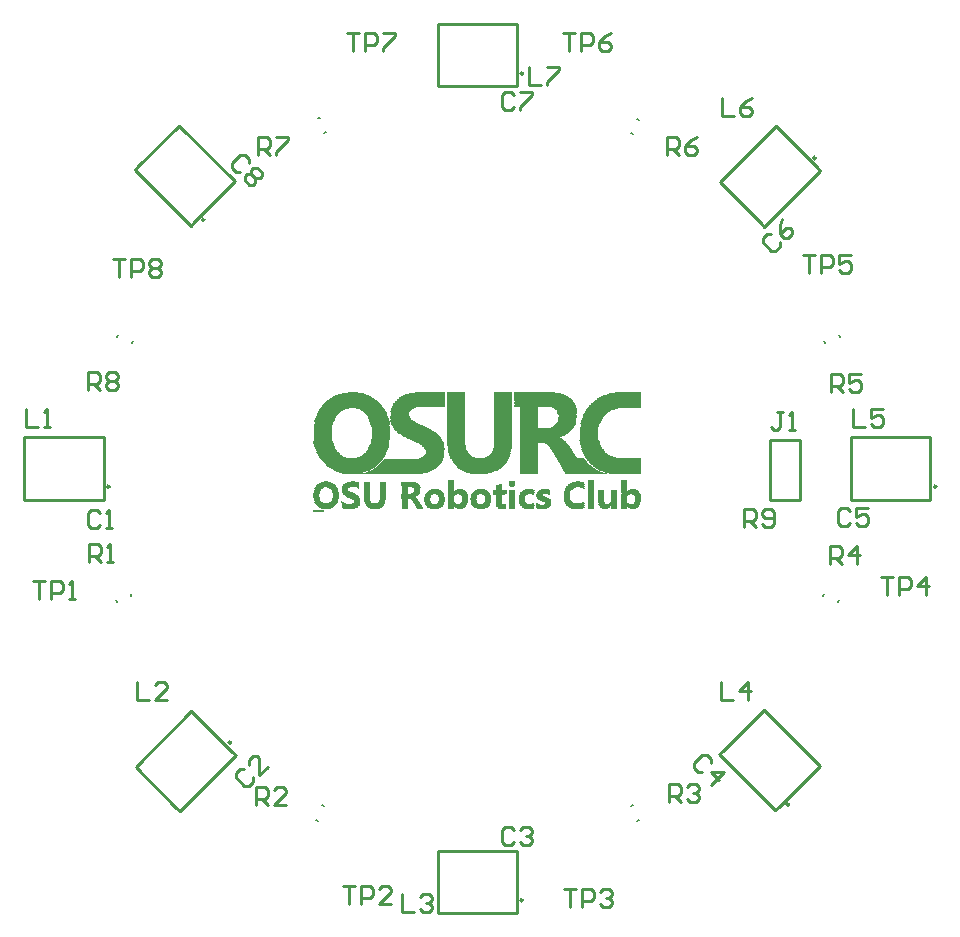
<source format=gto>
G04 Layer_Color=15132400*
%FSLAX24Y24*%
%MOIN*%
G70*
G01*
G75*
%ADD33C,0.0100*%
%ADD34C,0.0079*%
%ADD35C,0.0001*%
%ADD36R,0.0127X0.0007*%
%ADD37R,0.0157X0.0007*%
%ADD38R,0.0135X0.0007*%
%ADD39R,0.0120X0.0007*%
%ADD40R,0.0090X0.0007*%
%ADD41R,0.0112X0.0007*%
%ADD42R,0.0150X0.0007*%
%ADD43R,0.0090X0.0007*%
%ADD44R,0.0217X0.0008*%
%ADD45R,0.0254X0.0008*%
%ADD46R,0.0224X0.0008*%
%ADD47R,0.0210X0.0008*%
%ADD48R,0.0157X0.0008*%
%ADD49R,0.0209X0.0008*%
%ADD50R,0.0187X0.0008*%
%ADD51R,0.0254X0.0008*%
%ADD52R,0.0150X0.0008*%
%ADD53R,0.0150X0.0008*%
%ADD54R,0.0277X0.0008*%
%ADD55R,0.0322X0.0008*%
%ADD56R,0.0284X0.0008*%
%ADD57R,0.0195X0.0008*%
%ADD58R,0.0262X0.0008*%
%ADD59R,0.0202X0.0008*%
%ADD60R,0.0217X0.0008*%
%ADD61R,0.0269X0.0008*%
%ADD62R,0.0284X0.0008*%
%ADD63R,0.0314X0.0008*%
%ADD64R,0.0187X0.0008*%
%ADD65R,0.0314X0.0008*%
%ADD66R,0.0374X0.0008*%
%ADD67R,0.0329X0.0008*%
%ADD68R,0.0299X0.0008*%
%ADD69R,0.0232X0.0008*%
%ADD70R,0.0247X0.0008*%
%ADD71R,0.0307X0.0008*%
%ADD72R,0.0359X0.0008*%
%ADD73R,0.0412X0.0008*%
%ADD74R,0.0337X0.0008*%
%ADD75R,0.0262X0.0008*%
%ADD76R,0.0367X0.0008*%
%ADD77R,0.0411X0.0008*%
%ADD78R,0.0239X0.0008*%
%ADD79R,0.0389X0.0007*%
%ADD80R,0.0449X0.0007*%
%ADD81R,0.0389X0.0007*%
%ADD82R,0.0195X0.0007*%
%ADD83R,0.0224X0.0007*%
%ADD84R,0.0367X0.0007*%
%ADD85R,0.0277X0.0007*%
%ADD86R,0.0359X0.0007*%
%ADD87R,0.0269X0.0007*%
%ADD88R,0.0382X0.0007*%
%ADD89R,0.0187X0.0007*%
%ADD90R,0.0187X0.0007*%
%ADD91R,0.0419X0.0008*%
%ADD92R,0.0471X0.0008*%
%ADD93R,0.0389X0.0008*%
%ADD94R,0.0396X0.0008*%
%ADD95R,0.0471X0.0008*%
%ADD96R,0.0292X0.0008*%
%ADD97R,0.0449X0.0008*%
%ADD98R,0.0494X0.0008*%
%ADD99R,0.0382X0.0008*%
%ADD100R,0.0404X0.0008*%
%ADD101R,0.0486X0.0008*%
%ADD102R,0.0509X0.0008*%
%ADD103R,0.0464X0.0008*%
%ADD104R,0.0225X0.0008*%
%ADD105R,0.0434X0.0008*%
%ADD106R,0.0329X0.0008*%
%ADD107R,0.0397X0.0008*%
%ADD108R,0.0501X0.0008*%
%ADD109R,0.0516X0.0008*%
%ADD110R,0.0456X0.0008*%
%ADD111R,0.0344X0.0008*%
%ADD112R,0.0299X0.0008*%
%ADD113R,0.0426X0.0008*%
%ADD114R,0.0516X0.0008*%
%ADD115R,0.0509X0.0007*%
%ADD116R,0.0524X0.0007*%
%ADD117R,0.0471X0.0007*%
%ADD118R,0.0359X0.0007*%
%ADD119R,0.0479X0.0007*%
%ADD120R,0.0307X0.0007*%
%ADD121R,0.0411X0.0007*%
%ADD122R,0.0434X0.0007*%
%ADD123R,0.0524X0.0007*%
%ADD124R,0.0337X0.0007*%
%ADD125R,0.0539X0.0008*%
%ADD126R,0.0531X0.0008*%
%ADD127R,0.0524X0.0008*%
%ADD128R,0.0569X0.0008*%
%ADD129R,0.0307X0.0008*%
%ADD130R,0.0441X0.0008*%
%ADD131R,0.0352X0.0008*%
%ADD132R,0.0554X0.0008*%
%ADD133R,0.0576X0.0008*%
%ADD134R,0.0546X0.0008*%
%ADD135R,0.0584X0.0008*%
%ADD136R,0.0554X0.0008*%
%ADD137R,0.0561X0.0008*%
%ADD138R,0.0599X0.0007*%
%ADD139R,0.0561X0.0007*%
%ADD140R,0.0569X0.0007*%
%ADD141R,0.0217X0.0007*%
%ADD142R,0.0546X0.0007*%
%ADD143R,0.0591X0.0007*%
%ADD144R,0.0539X0.0007*%
%ADD145R,0.0322X0.0007*%
%ADD146R,0.0464X0.0007*%
%ADD147R,0.0576X0.0007*%
%ADD148R,0.0613X0.0008*%
%ADD149R,0.0561X0.0008*%
%ADD150R,0.0598X0.0008*%
%ADD151R,0.0599X0.0008*%
%ADD152R,0.0628X0.0008*%
%ADD153R,0.0643X0.0008*%
%ADD154R,0.0606X0.0008*%
%ADD155R,0.0120X0.0008*%
%ADD156R,0.0591X0.0008*%
%ADD157R,0.0658X0.0008*%
%ADD158R,0.0097X0.0008*%
%ADD159R,0.0202X0.0008*%
%ADD160R,0.0673X0.0007*%
%ADD161R,0.0621X0.0007*%
%ADD162R,0.0217X0.0007*%
%ADD163R,0.0254X0.0007*%
%ADD164R,0.0247X0.0007*%
%ADD165R,0.0262X0.0007*%
%ADD166R,0.0232X0.0007*%
%ADD167R,0.0030X0.0007*%
%ADD168R,0.0075X0.0007*%
%ADD169R,0.0598X0.0007*%
%ADD170R,0.0247X0.0007*%
%ADD171R,0.0681X0.0008*%
%ADD172R,0.0180X0.0008*%
%ADD173R,0.0232X0.0008*%
%ADD174R,0.0239X0.0008*%
%ADD175R,0.0015X0.0008*%
%ADD176R,0.0067X0.0008*%
%ADD177R,0.0052X0.0008*%
%ADD178R,0.0688X0.0008*%
%ADD179R,0.0636X0.0008*%
%ADD180R,0.0247X0.0008*%
%ADD181R,0.0045X0.0008*%
%ADD182R,0.0037X0.0008*%
%ADD183R,0.0030X0.0008*%
%ADD184R,0.0022X0.0008*%
%ADD185R,0.0180X0.0008*%
%ADD186R,0.0142X0.0008*%
%ADD187R,0.0105X0.0008*%
%ADD188R,0.0008X0.0008*%
%ADD189R,0.0105X0.0008*%
%ADD190R,0.0082X0.0007*%
%ADD191R,0.0239X0.0007*%
%ADD192R,0.0209X0.0007*%
%ADD193R,0.0210X0.0007*%
%ADD194R,0.0202X0.0007*%
%ADD195R,0.0180X0.0007*%
%ADD196R,0.0299X0.0007*%
%ADD197R,0.0075X0.0008*%
%ADD198R,0.0060X0.0008*%
%ADD199R,0.0060X0.0008*%
%ADD200R,0.0277X0.0008*%
%ADD201R,0.0023X0.0008*%
%ADD202R,0.0015X0.0007*%
%ADD203R,0.0194X0.0008*%
%ADD204R,0.0202X0.0007*%
%ADD205R,0.0194X0.0007*%
%ADD206R,0.0314X0.0007*%
%ADD207R,0.0367X0.0008*%
%ADD208R,0.0374X0.0007*%
%ADD209R,0.0374X0.0008*%
%ADD210R,0.0284X0.0007*%
%ADD211R,0.0322X0.0008*%
%ADD212R,0.0479X0.0008*%
%ADD213R,0.0352X0.0007*%
%ADD214R,0.0314X0.0007*%
%ADD215R,0.0396X0.0007*%
%ADD216R,0.0052X0.0008*%
%ADD217R,0.0015X0.0008*%
%ADD218R,0.0426X0.0007*%
%ADD219R,0.0030X0.0007*%
%ADD220R,0.0254X0.0007*%
%ADD221R,0.0269X0.0008*%
%ADD222R,0.0583X0.0008*%
%ADD223R,0.0621X0.0008*%
%ADD224R,0.0359X0.0008*%
%ADD225R,0.0112X0.0008*%
%ADD226R,0.0329X0.0007*%
%ADD227R,0.0554X0.0007*%
%ADD228R,0.0613X0.0007*%
%ADD229R,0.0546X0.0007*%
%ADD230R,0.0434X0.0007*%
%ADD231R,0.0441X0.0007*%
%ADD232R,0.0419X0.0007*%
%ADD233R,0.0606X0.0007*%
%ADD234R,0.0546X0.0008*%
%ADD235R,0.0292X0.0008*%
%ADD236R,0.0509X0.0008*%
%ADD237R,0.0389X0.0008*%
%ADD238R,0.0479X0.0007*%
%ADD239R,0.0367X0.0007*%
%ADD240R,0.0486X0.0007*%
%ADD241R,0.0404X0.0007*%
%ADD242R,0.0464X0.0008*%
%ADD243R,0.0449X0.0008*%
%ADD244R,0.0404X0.0008*%
%ADD245R,0.0292X0.0007*%
%ADD246R,0.0352X0.0007*%
%ADD247R,0.0292X0.0007*%
%ADD248R,0.0352X0.0008*%
%ADD249R,0.0172X0.0007*%
%ADD250R,0.0165X0.0007*%
%ADD251R,0.0180X0.0007*%
%ADD252R,0.0172X0.0007*%
%ADD253R,0.0007X0.0008*%
%ADD254R,0.0239X0.0007*%
%ADD255R,0.0030X0.0008*%
%ADD256R,0.0067X0.0008*%
%ADD257R,0.0299X0.0007*%
%ADD258R,0.0135X0.0007*%
%ADD259R,0.0681X0.0008*%
%ADD260R,0.0082X0.0008*%
%ADD261R,0.0666X0.0008*%
%ADD262R,0.0643X0.0007*%
%ADD263R,0.0531X0.0007*%
%ADD264R,0.0561X0.0007*%
%ADD265R,0.0628X0.0008*%
%ADD266R,0.0524X0.0008*%
%ADD267R,0.0172X0.0008*%
%ADD268R,0.0165X0.0008*%
%ADD269R,0.0501X0.0007*%
%ADD270R,0.0486X0.0008*%
%ADD271R,0.0479X0.0008*%
%ADD272R,0.0135X0.0008*%
%ADD273R,0.0127X0.0008*%
%ADD274R,0.0165X0.0008*%
%ADD275R,0.0808X0.0008*%
%ADD276R,0.1870X0.0008*%
%ADD277R,0.1384X0.0008*%
%ADD278R,0.0890X0.0008*%
%ADD279R,0.1900X0.0007*%
%ADD280R,0.0412X0.0007*%
%ADD281R,0.0591X0.0007*%
%ADD282R,0.1332X0.0007*%
%ADD283R,0.0958X0.0007*%
%ADD284R,0.1915X0.0008*%
%ADD285R,0.1302X0.0008*%
%ADD286R,0.1017X0.0008*%
%ADD287R,0.1930X0.0008*%
%ADD288R,0.1264X0.0008*%
%ADD289R,0.1062X0.0008*%
%ADD290R,0.1945X0.0008*%
%ADD291R,0.0673X0.0008*%
%ADD292R,0.1249X0.0008*%
%ADD293R,0.1100X0.0008*%
%ADD294R,0.0711X0.0008*%
%ADD295R,0.1952X0.0008*%
%ADD296R,0.0748X0.0008*%
%ADD297R,0.1227X0.0008*%
%ADD298R,0.1130X0.0008*%
%ADD299R,0.0778X0.0007*%
%ADD300R,0.1952X0.0007*%
%ADD301R,0.0800X0.0007*%
%ADD302R,0.1204X0.0007*%
%ADD303R,0.1167X0.0007*%
%ADD304R,0.0823X0.0008*%
%ADD305R,0.1967X0.0008*%
%ADD306R,0.0845X0.0008*%
%ADD307R,0.1189X0.0008*%
%ADD308R,0.1189X0.0008*%
%ADD309R,0.0868X0.0008*%
%ADD310R,0.1975X0.0008*%
%ADD311R,0.0898X0.0008*%
%ADD312R,0.1174X0.0008*%
%ADD313R,0.1212X0.0008*%
%ADD314R,0.0913X0.0008*%
%ADD315R,0.1982X0.0008*%
%ADD316R,0.0950X0.0008*%
%ADD317R,0.1167X0.0008*%
%ADD318R,0.1234X0.0008*%
%ADD319R,0.0958X0.0008*%
%ADD320R,0.1982X0.0008*%
%ADD321R,0.0980X0.0008*%
%ADD322R,0.1152X0.0008*%
%ADD323R,0.1002X0.0007*%
%ADD324R,0.1990X0.0007*%
%ADD325R,0.1017X0.0007*%
%ADD326R,0.1137X0.0007*%
%ADD327R,0.1287X0.0007*%
%ADD328R,0.1040X0.0008*%
%ADD329R,0.1055X0.0008*%
%ADD330R,0.1070X0.0008*%
%ADD331R,0.1997X0.0008*%
%ADD332R,0.1085X0.0008*%
%ADD333R,0.1115X0.0008*%
%ADD334R,0.1317X0.0008*%
%ADD335R,0.1107X0.0008*%
%ADD336R,0.1997X0.0008*%
%ADD337R,0.1339X0.0008*%
%ADD338R,0.1137X0.0008*%
%ADD339R,0.1160X0.0008*%
%ADD340R,0.1354X0.0008*%
%ADD341R,0.1175X0.0007*%
%ADD342R,0.1997X0.0007*%
%ADD343R,0.1182X0.0007*%
%ADD344R,0.1092X0.0007*%
%ADD345R,0.1369X0.0007*%
%ADD346R,0.1204X0.0008*%
%ADD347R,0.2005X0.0008*%
%ADD348R,0.1077X0.0008*%
%ADD349R,0.1391X0.0008*%
%ADD350R,0.1234X0.0008*%
%ADD351R,0.2005X0.0008*%
%ADD352R,0.1406X0.0008*%
%ADD353R,0.1264X0.0008*%
%ADD354R,0.1421X0.0008*%
%ADD355R,0.1294X0.0008*%
%ADD356R,0.1287X0.0008*%
%ADD357R,0.1055X0.0008*%
%ADD358R,0.1429X0.0008*%
%ADD359R,0.1309X0.0007*%
%ADD360R,0.2005X0.0007*%
%ADD361R,0.1317X0.0007*%
%ADD362R,0.1055X0.0007*%
%ADD363R,0.1444X0.0007*%
%ADD364R,0.1339X0.0008*%
%ADD365R,0.2012X0.0008*%
%ADD366R,0.1459X0.0008*%
%ADD367R,0.1369X0.0008*%
%ADD368R,0.1474X0.0008*%
%ADD369R,0.1376X0.0008*%
%ADD370R,0.1032X0.0008*%
%ADD371R,0.1481X0.0008*%
%ADD372R,0.1414X0.0008*%
%ADD373R,0.1399X0.0008*%
%ADD374R,0.1025X0.0008*%
%ADD375R,0.1496X0.0008*%
%ADD376R,0.1436X0.0007*%
%ADD377R,0.1414X0.0007*%
%ADD378R,0.1025X0.0007*%
%ADD379R,0.1511X0.0007*%
%ADD380R,0.1459X0.0008*%
%ADD381R,0.2012X0.0008*%
%ADD382R,0.1436X0.0008*%
%ADD383R,0.1010X0.0008*%
%ADD384R,0.1518X0.0008*%
%ADD385R,0.1488X0.0008*%
%ADD386R,0.1526X0.0008*%
%ADD387R,0.1503X0.0008*%
%ADD388R,0.1002X0.0008*%
%ADD389R,0.1541X0.0008*%
%ADD390R,0.1496X0.0008*%
%ADD391R,0.1548X0.0008*%
%ADD392R,0.1548X0.0007*%
%ADD393R,0.2012X0.0007*%
%ADD394R,0.0995X0.0007*%
%ADD395R,0.1563X0.0007*%
%ADD396R,0.1563X0.0008*%
%ADD397R,0.0987X0.0008*%
%ADD398R,0.1571X0.0008*%
%ADD399R,0.1578X0.0008*%
%ADD400R,0.1601X0.0008*%
%ADD401R,0.1556X0.0008*%
%ADD402R,0.1593X0.0008*%
%ADD403R,0.1623X0.0008*%
%ADD404R,0.1571X0.0008*%
%ADD405R,0.0972X0.0008*%
%ADD406R,0.1638X0.0007*%
%ADD407R,0.2005X0.0007*%
%ADD408R,0.1586X0.0007*%
%ADD409R,0.0973X0.0007*%
%ADD410R,0.1608X0.0007*%
%ADD411R,0.1661X0.0008*%
%ADD412R,0.0965X0.0008*%
%ADD413R,0.1616X0.0008*%
%ADD414R,0.1683X0.0008*%
%ADD415R,0.1623X0.0008*%
%ADD416R,0.1698X0.0008*%
%ADD417R,0.1631X0.0008*%
%ADD418R,0.1638X0.0008*%
%ADD419R,0.1713X0.0008*%
%ADD420R,0.1646X0.0008*%
%ADD421R,0.0957X0.0008*%
%ADD422R,0.1646X0.0008*%
%ADD423R,0.1728X0.0007*%
%ADD424R,0.1997X0.0007*%
%ADD425R,0.1661X0.0007*%
%ADD426R,0.0950X0.0007*%
%ADD427R,0.1653X0.0007*%
%ADD428R,0.1743X0.0008*%
%ADD429R,0.1676X0.0008*%
%ADD430R,0.1758X0.0008*%
%ADD431R,0.1683X0.0008*%
%ADD432R,0.1668X0.0008*%
%ADD433R,0.1773X0.0008*%
%ADD434R,0.1691X0.0008*%
%ADD435R,0.0943X0.0008*%
%ADD436R,0.1788X0.0008*%
%ADD437R,0.1990X0.0008*%
%ADD438R,0.1706X0.0008*%
%ADD439R,0.1803X0.0007*%
%ADD440R,0.1990X0.0007*%
%ADD441R,0.1721X0.0007*%
%ADD442R,0.0935X0.0007*%
%ADD443R,0.1691X0.0007*%
%ADD444R,0.1818X0.0008*%
%ADD445R,0.1990X0.0008*%
%ADD446R,0.1735X0.0008*%
%ADD447R,0.0935X0.0008*%
%ADD448R,0.1698X0.0008*%
%ADD449R,0.1833X0.0008*%
%ADD450R,0.0935X0.0008*%
%ADD451R,0.1848X0.0008*%
%ADD452R,0.1750X0.0008*%
%ADD453R,0.0928X0.0008*%
%ADD454R,0.1863X0.0008*%
%ADD455R,0.1765X0.0008*%
%ADD456R,0.1721X0.0008*%
%ADD457R,0.1878X0.0007*%
%ADD458R,0.1975X0.0007*%
%ADD459R,0.1773X0.0007*%
%ADD460R,0.0920X0.0007*%
%ADD461R,0.1893X0.0008*%
%ADD462R,0.1780X0.0008*%
%ADD463R,0.0920X0.0008*%
%ADD464R,0.1908X0.0008*%
%ADD465R,0.1795X0.0008*%
%ADD466R,0.1923X0.0008*%
%ADD467R,0.1803X0.0008*%
%ADD468R,0.1937X0.0008*%
%ADD469R,0.1810X0.0008*%
%ADD470R,0.1937X0.0007*%
%ADD471R,0.1967X0.0007*%
%ADD472R,0.1825X0.0007*%
%ADD473R,0.0913X0.0007*%
%ADD474R,0.1758X0.0007*%
%ADD475R,0.1967X0.0008*%
%ADD476R,0.1765X0.0008*%
%ADD477R,0.1960X0.0008*%
%ADD478R,0.1840X0.0008*%
%ADD479R,0.0905X0.0008*%
%ADD480R,0.1773X0.0008*%
%ADD481R,0.1960X0.0008*%
%ADD482R,0.1848X0.0008*%
%ADD483R,0.1945X0.0007*%
%ADD484R,0.1870X0.0007*%
%ADD485R,0.0905X0.0007*%
%ADD486R,0.1788X0.0007*%
%ADD487R,0.2020X0.0008*%
%ADD488R,0.1878X0.0008*%
%ADD489R,0.2027X0.0008*%
%ADD490R,0.0860X0.0008*%
%ADD491R,0.0898X0.0008*%
%ADD492R,0.2042X0.0008*%
%ADD493R,0.0905X0.0008*%
%ADD494R,0.1803X0.0008*%
%ADD495R,0.2057X0.0008*%
%ADD496R,0.0800X0.0008*%
%ADD497R,0.0778X0.0008*%
%ADD498R,0.2072X0.0007*%
%ADD499R,0.0755X0.0007*%
%ADD500R,0.1908X0.0007*%
%ADD501R,0.0898X0.0007*%
%ADD502R,0.1818X0.0007*%
%ADD503R,0.0741X0.0008*%
%ADD504R,0.0883X0.0008*%
%ADD505R,0.0733X0.0008*%
%ADD506R,0.0830X0.0008*%
%ADD507R,0.1047X0.0008*%
%ADD508R,0.0875X0.0008*%
%ADD509R,0.0718X0.0008*%
%ADD510R,0.0703X0.0008*%
%ADD511R,0.0793X0.0008*%
%ADD512R,0.0778X0.0008*%
%ADD513R,0.0860X0.0007*%
%ADD514R,0.0838X0.0007*%
%ADD515R,0.0688X0.0007*%
%ADD516R,0.0785X0.0007*%
%ADD517R,0.0666X0.0007*%
%ADD518R,0.0688X0.0008*%
%ADD519R,0.0763X0.0008*%
%ADD520R,0.0755X0.0008*%
%ADD521R,0.0658X0.0008*%
%ADD522R,0.0823X0.0008*%
%ADD523R,0.0740X0.0008*%
%ADD524R,0.0726X0.0008*%
%ADD525R,0.0785X0.0008*%
%ADD526R,0.0666X0.0008*%
%ADD527R,0.0726X0.0008*%
%ADD528R,0.0890X0.0008*%
%ADD529R,0.0778X0.0007*%
%ADD530R,0.0658X0.0007*%
%ADD531R,0.0726X0.0007*%
%ADD532R,0.0711X0.0007*%
%ADD533R,0.0666X0.0007*%
%ADD534R,0.0883X0.0007*%
%ADD535R,0.0785X0.0008*%
%ADD536R,0.0770X0.0008*%
%ADD537R,0.0651X0.0008*%
%ADD538R,0.0711X0.0008*%
%ADD539R,0.0696X0.0008*%
%ADD540R,0.0860X0.0008*%
%ADD541R,0.0703X0.0008*%
%ADD542R,0.0853X0.0008*%
%ADD543R,0.0838X0.0008*%
%ADD544R,0.0741X0.0007*%
%ADD545R,0.0636X0.0007*%
%ADD546R,0.0681X0.0007*%
%ADD547R,0.0651X0.0007*%
%ADD548R,0.0823X0.0007*%
%ADD549R,0.0815X0.0008*%
%ADD550R,0.0748X0.0008*%
%ADD551R,0.0673X0.0008*%
%ADD552R,0.0733X0.0007*%
%ADD553R,0.0711X0.0007*%
%ADD554R,0.0628X0.0007*%
%ADD555R,0.0658X0.0007*%
%ADD556R,0.0793X0.0007*%
%ADD557R,0.0651X0.0008*%
%ADD558R,0.0770X0.0008*%
%ADD559R,0.0718X0.0007*%
%ADD560R,0.0621X0.0007*%
%ADD561R,0.0636X0.0007*%
%ADD562R,0.0651X0.0007*%
%ADD563R,0.0621X0.0008*%
%ADD564R,0.0696X0.0007*%
%ADD565R,0.0673X0.0007*%
%ADD566R,0.0733X0.0007*%
%ADD567R,0.0613X0.0008*%
%ADD568R,0.0733X0.0008*%
%ADD569R,0.0636X0.0008*%
%ADD570R,0.0703X0.0007*%
%ADD571R,0.0606X0.0007*%
%ADD572R,0.0606X0.0008*%
%ADD573R,0.0591X0.0008*%
%ADD574R,0.0696X0.0007*%
%ADD575R,0.0628X0.0007*%
%ADD576R,0.0748X0.0007*%
%ADD577R,0.0583X0.0007*%
%ADD578R,0.0793X0.0007*%
%ADD579R,0.0808X0.0008*%
%ADD580R,0.0845X0.0007*%
%ADD581R,0.1526X0.0007*%
%ADD582R,0.0883X0.0008*%
%ADD583R,0.1511X0.0008*%
%ADD584R,0.1496X0.0007*%
%ADD585R,0.1489X0.0008*%
%ADD586R,0.0965X0.0008*%
%ADD587R,0.1466X0.0008*%
%ADD588R,0.1459X0.0007*%
%ADD589R,0.0995X0.0008*%
%ADD590R,0.1444X0.0008*%
%ADD591R,0.1421X0.0008*%
%ADD592R,0.1040X0.0007*%
%ADD593R,0.1070X0.0008*%
%ADD594R,0.1085X0.0008*%
%ADD595R,0.1092X0.0008*%
%ADD596R,0.1100X0.0007*%
%ADD597R,0.1354X0.0007*%
%ADD598R,0.1115X0.0008*%
%ADD599R,0.1144X0.0008*%
%ADD600R,0.1159X0.0007*%
%ADD601R,0.1167X0.0008*%
%ADD602R,0.1361X0.0008*%
%ADD603R,0.1182X0.0008*%
%ADD604R,0.1384X0.0008*%
%ADD605R,0.1197X0.0007*%
%ADD606R,0.1197X0.0008*%
%ADD607R,0.1212X0.0008*%
%ADD608R,0.1451X0.0008*%
%ADD609R,0.1219X0.0007*%
%ADD610R,0.1489X0.0007*%
%ADD611R,0.1219X0.0008*%
%ADD612R,0.1227X0.0008*%
%ADD613R,0.1533X0.0008*%
%ADD614R,0.1234X0.0007*%
%ADD615R,0.1556X0.0007*%
%ADD616R,0.1563X0.0008*%
%ADD617R,0.1586X0.0008*%
%ADD618R,0.1234X0.0007*%
%ADD619R,0.1601X0.0007*%
%ADD620R,0.1646X0.0007*%
%ADD621R,0.1653X0.0008*%
%ADD622R,0.1189X0.0007*%
%ADD623R,0.1152X0.0007*%
%ADD624R,0.1145X0.0008*%
%ADD625R,0.0845X0.0008*%
%ADD626R,0.1107X0.0007*%
%ADD627R,0.0696X0.0008*%
%ADD628R,0.1047X0.0007*%
%ADD629R,0.1010X0.0008*%
%ADD630R,0.0987X0.0007*%
%ADD631R,0.0973X0.0008*%
%ADD632R,0.0943X0.0008*%
%ADD633R,0.0920X0.0007*%
%ADD634R,0.0853X0.0007*%
%ADD635R,0.0756X0.0008*%
%ADD636R,0.0748X0.0007*%
%ADD637R,0.0643X0.0008*%
%ADD638R,0.0763X0.0007*%
%ADD639R,0.0793X0.0008*%
%ADD640R,0.0643X0.0007*%
%ADD641R,0.0868X0.0008*%
%ADD642R,0.0815X0.0008*%
%ADD643R,0.0868X0.0007*%
%ADD644R,0.0860X0.0007*%
%ADD645R,0.0943X0.0007*%
%ADD646R,0.1062X0.0008*%
%ADD647R,0.2072X0.0008*%
%ADD648R,0.2057X0.0007*%
%ADD649R,0.0785X0.0007*%
%ADD650R,0.0770X0.0007*%
%ADD651R,0.1750X0.0007*%
%ADD652R,0.2050X0.0008*%
%ADD653R,0.2035X0.0008*%
%ADD654R,0.2027X0.0008*%
%ADD655R,0.1728X0.0008*%
%ADD656R,0.0928X0.0008*%
%ADD657R,0.0935X0.0007*%
%ADD658R,0.1713X0.0007*%
%ADD659R,0.2035X0.0008*%
%ADD660R,0.1952X0.0008*%
%ADD661R,0.1735X0.0007*%
%ADD662R,0.2027X0.0007*%
%ADD663R,0.1683X0.0007*%
%ADD664R,0.1922X0.0008*%
%ADD665R,0.2020X0.0008*%
%ADD666R,0.1915X0.0008*%
%ADD667R,0.1907X0.0008*%
%ADD668R,0.1893X0.0008*%
%ADD669R,0.1878X0.0007*%
%ADD670R,0.1646X0.0007*%
%ADD671R,0.1833X0.0008*%
%ADD672R,0.1818X0.0008*%
%ADD673R,0.1803X0.0007*%
%ADD674R,0.1758X0.0008*%
%ADD675R,0.1743X0.0008*%
%ADD676R,0.1728X0.0008*%
%ADD677R,0.1960X0.0007*%
%ADD678R,0.1661X0.0008*%
%ADD679R,0.1616X0.0007*%
%ADD680R,0.1930X0.0007*%
%ADD681R,0.1608X0.0008*%
%ADD682R,0.1900X0.0008*%
%ADD683R,0.1571X0.0007*%
%ADD684R,0.1893X0.0007*%
%ADD685R,0.1459X0.0007*%
%ADD686R,0.1504X0.0008*%
%ADD687R,0.1885X0.0008*%
%ADD688R,0.1855X0.0008*%
%ADD689R,0.1406X0.0007*%
%ADD690R,0.1848X0.0007*%
%ADD691R,0.1399X0.0007*%
%ADD692R,0.1346X0.0008*%
%ADD693R,0.1466X0.0007*%
%ADD694R,0.1795X0.0007*%
%ADD695R,0.1279X0.0008*%
%ADD696R,0.1391X0.0007*%
%ADD697R,0.1249X0.0007*%
%ADD698R,0.1040X0.0008*%
%ADD699R,0.1197X0.0008*%
%ADD700R,0.1324X0.0008*%
%ADD701R,0.1302X0.0007*%
%ADD702R,0.1152X0.0007*%
%ADD703R,0.1257X0.0008*%
%ADD704R,0.1047X0.0008*%
%ADD705R,0.0703X0.0007*%
%ADD706R,0.1174X0.0007*%
%ADD707R,0.1518X0.0007*%
%ADD708R,0.1017X0.0007*%
%ADD709R,0.1346X0.0008*%
%ADD710R,0.1257X0.0007*%
%ADD711R,0.0740X0.0007*%
D33*
X20408Y37796D02*
G03*
X20408Y37796I-39J0D01*
G01*
X40786Y39856D02*
G03*
X40786Y39856I-39J0D01*
G01*
X44803Y28898D02*
G03*
X44803Y28898I-39J0D01*
G01*
X39895Y18309D02*
G03*
X39895Y18309I-39J0D01*
G01*
X21299Y20369D02*
G03*
X21299Y20369I-39J0D01*
G01*
X17244Y28898D02*
G03*
X17244Y28898I-39J0D01*
G01*
X31024Y15118D02*
G03*
X31024Y15118I-39J0D01*
G01*
Y42677D02*
G03*
X31024Y42677I-39J0D01*
G01*
X18086Y39466D02*
X18197Y39577D01*
X19951Y37601D02*
X20062Y37712D01*
X18086Y39466D02*
X19951Y37601D01*
X19561Y40941D02*
X21426Y39076D01*
X20062Y37712D02*
X21426Y39076D01*
X18197Y39577D02*
X19561Y40941D01*
X39264Y30461D02*
X40264D01*
Y28461D02*
Y30461D01*
X39264Y28461D02*
X40264D01*
X39264D02*
Y30461D01*
X38965Y37684D02*
X39076Y37573D01*
X40830Y39550D02*
X40941Y39438D01*
X39076Y37573D02*
X40941Y39438D01*
X37601Y39048D02*
X39466Y40914D01*
X40830Y39550D01*
Y39550D02*
Y39550D01*
X37601Y39048D02*
X38965Y37684D01*
X41968Y28465D02*
Y28622D01*
X44606Y28465D02*
Y28622D01*
X41968Y28465D02*
X44606D01*
X41968Y30551D02*
X44606D01*
Y28622D02*
Y30551D01*
X41968Y28622D02*
Y30551D01*
X37573Y19979D02*
X37684Y20090D01*
X39438Y18114D02*
X39550Y18225D01*
X37573Y19979D02*
X39438Y18114D01*
X39048Y21454D02*
X40914Y19589D01*
X39550Y18225D02*
X40914Y19589D01*
X39550Y18225D02*
X39550D01*
X37684Y20090D02*
X39048Y21454D01*
X19478Y18197D02*
X19589Y18086D01*
X21343Y20062D02*
X21454Y19951D01*
X19589Y18086D02*
X21454Y19951D01*
X18114Y19561D02*
X19979Y21426D01*
X21343Y20062D01*
X18114Y19561D02*
X19478Y18197D01*
X14409Y28465D02*
Y28622D01*
X17047Y28465D02*
Y28622D01*
X14409Y28465D02*
X17047D01*
X14409Y30551D02*
X17047D01*
Y28622D02*
Y30551D01*
X14409Y28622D02*
Y30551D01*
X28189Y14685D02*
Y14843D01*
X30827Y14685D02*
Y14843D01*
X28189Y14685D02*
X30827D01*
X28189Y16772D02*
X30827D01*
Y14843D02*
Y16772D01*
X28189Y14843D02*
Y16772D01*
Y42244D02*
Y42402D01*
X30827Y42244D02*
Y42402D01*
X28189Y42244D02*
X30827D01*
X28189Y44331D02*
X30827D01*
Y42402D02*
Y44331D01*
X28189Y42402D02*
Y44331D01*
X17362Y36505D02*
X17762D01*
X17562D01*
Y35906D01*
X17962D02*
Y36505D01*
X18262D01*
X18362Y36405D01*
Y36205D01*
X18262Y36105D01*
X17962D01*
X18562Y36405D02*
X18662Y36505D01*
X18862D01*
X18962Y36405D01*
Y36305D01*
X18862Y36205D01*
X18962Y36105D01*
Y36005D01*
X18862Y35906D01*
X18662D01*
X18562Y36005D01*
Y36105D01*
X18662Y36205D01*
X18562Y36305D01*
Y36405D01*
X18662Y36205D02*
X18862D01*
X25157Y44025D02*
X25557D01*
X25357D01*
Y43425D01*
X25757D02*
Y44025D01*
X26057D01*
X26157Y43925D01*
Y43725D01*
X26057Y43625D01*
X25757D01*
X26357Y44025D02*
X26757D01*
Y43925D01*
X26357Y43525D01*
Y43425D01*
X40354Y36623D02*
X40754D01*
X40554D01*
Y36024D01*
X40954D02*
Y36623D01*
X41254D01*
X41354Y36523D01*
Y36324D01*
X41254Y36224D01*
X40954D01*
X41954Y36623D02*
X41554D01*
Y36324D01*
X41754Y36423D01*
X41854D01*
X41954Y36324D01*
Y36124D01*
X41854Y36024D01*
X41654D01*
X41554Y36124D01*
X32362Y44025D02*
X32762D01*
X32562D01*
Y43425D01*
X32962D02*
Y44025D01*
X33262D01*
X33362Y43925D01*
Y43725D01*
X33262Y43625D01*
X32962D01*
X33962Y44025D02*
X33762Y43925D01*
X33562Y43725D01*
Y43525D01*
X33662Y43425D01*
X33862D01*
X33962Y43525D01*
Y43625D01*
X33862Y43725D01*
X33562D01*
X16935Y28020D02*
X16835Y28119D01*
X16635D01*
X16535Y28020D01*
Y27620D01*
X16635Y27520D01*
X16835D01*
X16935Y27620D01*
X17135Y27520D02*
X17335D01*
X17235D01*
Y28119D01*
X17135Y28020D01*
X21740Y19494D02*
X21599D01*
X21458Y19353D01*
Y19212D01*
X21740Y18929D01*
X21882D01*
X22023Y19070D01*
Y19212D01*
X22518Y19565D02*
X22235Y19282D01*
Y19848D01*
X22164Y19919D01*
X22023D01*
X21882Y19777D01*
Y19636D01*
X30715Y17468D02*
X30615Y17568D01*
X30415D01*
X30315Y17468D01*
Y17068D01*
X30415Y16968D01*
X30615D01*
X30715Y17068D01*
X30915Y17468D02*
X31015Y17568D01*
X31215D01*
X31315Y17468D01*
Y17368D01*
X31215Y17268D01*
X31115D01*
X31215D01*
X31315Y17168D01*
Y17068D01*
X31215Y16968D01*
X31015D01*
X30915Y17068D01*
X37290Y19677D02*
Y19818D01*
X37148Y19960D01*
X37007D01*
X36724Y19677D01*
Y19536D01*
X36866Y19394D01*
X37007D01*
X37290Y18970D02*
X37714Y19394D01*
X37290D01*
X37572Y19111D01*
X41935Y28098D02*
X41835Y28198D01*
X41635D01*
X41535Y28098D01*
Y27698D01*
X41635Y27598D01*
X41835D01*
X41935Y27698D01*
X42535Y28198D02*
X42135D01*
Y27898D01*
X42335Y27998D01*
X42435D01*
X42535Y27898D01*
Y27698D01*
X42435Y27598D01*
X42235D01*
X42135Y27698D01*
X39299Y37329D02*
X39158D01*
X39017Y37188D01*
Y37046D01*
X39299Y36764D01*
X39441D01*
X39582Y36905D01*
Y37046D01*
X39653Y37824D02*
X39582Y37612D01*
Y37329D01*
X39724Y37188D01*
X39865D01*
X40006Y37329D01*
Y37470D01*
X39936Y37541D01*
X39794D01*
X39582Y37329D01*
X30715Y41957D02*
X30615Y42056D01*
X30415D01*
X30315Y41957D01*
Y41557D01*
X30415Y41457D01*
X30615D01*
X30715Y41557D01*
X30915Y42056D02*
X31315D01*
Y41957D01*
X30915Y41557D01*
Y41457D01*
X21896Y39677D02*
Y39818D01*
X21755Y39960D01*
X21613D01*
X21331Y39677D01*
Y39536D01*
X21472Y39394D01*
X21613D01*
X22037Y39536D02*
X22179D01*
X22320Y39394D01*
Y39253D01*
X22249Y39182D01*
X22108D01*
Y39041D01*
X22037Y38970D01*
X21896D01*
X21755Y39111D01*
Y39253D01*
X21825Y39324D01*
X21967D01*
Y39465D01*
X22037Y39536D01*
X21967Y39324D02*
X22108Y39182D01*
X39709Y31405D02*
X39509D01*
X39609D01*
Y30906D01*
X39509Y30806D01*
X39409D01*
X39309Y30906D01*
X39909Y30806D02*
X40109D01*
X40009D01*
Y31405D01*
X39909Y31305D01*
X14460Y31500D02*
Y30900D01*
X14860D01*
X15060D02*
X15260D01*
X15160D01*
Y31500D01*
X15060Y31400D01*
X18160Y22380D02*
Y21780D01*
X18560D01*
X19160D02*
X18760D01*
X19160Y22180D01*
Y22280D01*
X19060Y22380D01*
X18860D01*
X18760Y22280D01*
X27008Y15324D02*
Y14724D01*
X27408D01*
X27608Y15224D02*
X27708Y15324D01*
X27908D01*
X28008Y15224D01*
Y15124D01*
X27908Y15024D01*
X27808D01*
X27908D01*
X28008Y14924D01*
Y14824D01*
X27908Y14724D01*
X27708D01*
X27608Y14824D01*
X37620Y22400D02*
Y21800D01*
X38020D01*
X38520D02*
Y22400D01*
X38220Y22100D01*
X38620D01*
X42020Y31500D02*
Y30900D01*
X42420D01*
X43020Y31500D02*
X42620D01*
Y31200D01*
X42820Y31300D01*
X42920D01*
X43020Y31200D01*
Y31000D01*
X42920Y30900D01*
X42720D01*
X42620Y31000D01*
X37650Y41860D02*
Y41260D01*
X38050D01*
X38650Y41860D02*
X38450Y41760D01*
X38250Y41560D01*
Y41360D01*
X38350Y41260D01*
X38550D01*
X38650Y41360D01*
Y41460D01*
X38550Y41560D01*
X38250D01*
X31220Y42883D02*
Y42283D01*
X31620D01*
X31820Y42883D02*
X32220D01*
Y42783D01*
X31820Y42383D01*
Y42283D01*
X16562Y26381D02*
Y26981D01*
X16862D01*
X16962Y26881D01*
Y26681D01*
X16862Y26581D01*
X16562D01*
X16762D02*
X16962Y26381D01*
X17162D02*
X17362D01*
X17262D01*
Y26981D01*
X17162Y26881D01*
X22126Y18307D02*
Y18907D01*
X22426D01*
X22526Y18807D01*
Y18607D01*
X22426Y18507D01*
X22126D01*
X22326D02*
X22526Y18307D01*
X23126D02*
X22726D01*
X23126Y18707D01*
Y18807D01*
X23026Y18907D01*
X22826D01*
X22726Y18807D01*
X35906Y18386D02*
Y18986D01*
X36205D01*
X36305Y18886D01*
Y18686D01*
X36205Y18586D01*
X35906D01*
X36105D02*
X36305Y18386D01*
X36505Y18886D02*
X36605Y18986D01*
X36805D01*
X36905Y18886D01*
Y18786D01*
X36805Y18686D01*
X36705D01*
X36805D01*
X36905Y18586D01*
Y18486D01*
X36805Y18386D01*
X36605D01*
X36505Y18486D01*
X41260Y26339D02*
Y26938D01*
X41560D01*
X41660Y26838D01*
Y26638D01*
X41560Y26539D01*
X41260D01*
X41460D02*
X41660Y26339D01*
X42160D02*
Y26938D01*
X41860Y26638D01*
X42260D01*
X41299Y32047D02*
Y32647D01*
X41599D01*
X41699Y32547D01*
Y32347D01*
X41599Y32247D01*
X41299D01*
X41499D02*
X41699Y32047D01*
X42299Y32647D02*
X41899D01*
Y32347D01*
X42099Y32447D01*
X42199D01*
X42299Y32347D01*
Y32147D01*
X42199Y32047D01*
X41999D01*
X41899Y32147D01*
X35827Y39961D02*
Y40560D01*
X36127D01*
X36227Y40460D01*
Y40261D01*
X36127Y40161D01*
X35827D01*
X36027D02*
X36227Y39961D01*
X36826Y40560D02*
X36627Y40460D01*
X36427Y40261D01*
Y40061D01*
X36527Y39961D01*
X36726D01*
X36826Y40061D01*
Y40161D01*
X36726Y40261D01*
X36427D01*
X22205Y39961D02*
Y40560D01*
X22505D01*
X22605Y40460D01*
Y40261D01*
X22505Y40161D01*
X22205D01*
X22405D02*
X22605Y39961D01*
X22805Y40560D02*
X23204D01*
Y40460D01*
X22805Y40061D01*
Y39961D01*
X16535Y32126D02*
Y32726D01*
X16835D01*
X16935Y32626D01*
Y32426D01*
X16835Y32326D01*
X16535D01*
X16735D02*
X16935Y32126D01*
X17135Y32626D02*
X17235Y32726D01*
X17435D01*
X17535Y32626D01*
Y32526D01*
X17435Y32426D01*
X17535Y32326D01*
Y32226D01*
X17435Y32126D01*
X17235D01*
X17135Y32226D01*
Y32326D01*
X17235Y32426D01*
X17135Y32526D01*
Y32626D01*
X17235Y32426D02*
X17435D01*
X38386Y27559D02*
Y28159D01*
X38686D01*
X38786Y28059D01*
Y27859D01*
X38686Y27759D01*
X38386D01*
X38586D02*
X38786Y27559D01*
X38986Y27659D02*
X39086Y27559D01*
X39286D01*
X39385Y27659D01*
Y28059D01*
X39286Y28159D01*
X39086D01*
X38986Y28059D01*
Y27959D01*
X39086Y27859D01*
X39385D01*
X14685Y25757D02*
X15085D01*
X14885D01*
Y25157D01*
X15285D02*
Y25757D01*
X15585D01*
X15685Y25657D01*
Y25457D01*
X15585Y25357D01*
X15285D01*
X15885Y25157D02*
X16085D01*
X15985D01*
Y25757D01*
X15885Y25657D01*
X25039Y15600D02*
X25439D01*
X25239D01*
Y15000D01*
X25639D02*
Y15600D01*
X25939D01*
X26039Y15500D01*
Y15300D01*
X25939Y15200D01*
X25639D01*
X26639Y15000D02*
X26239D01*
X26639Y15400D01*
Y15500D01*
X26539Y15600D01*
X26339D01*
X26239Y15500D01*
X32402Y15482D02*
X32801D01*
X32602D01*
Y14882D01*
X33001D02*
Y15482D01*
X33301D01*
X33401Y15382D01*
Y15182D01*
X33301Y15082D01*
X33001D01*
X33601Y15382D02*
X33701Y15482D01*
X33901D01*
X34001Y15382D01*
Y15282D01*
X33901Y15182D01*
X33801D01*
X33901D01*
X34001Y15082D01*
Y14982D01*
X33901Y14882D01*
X33701D01*
X33601Y14982D01*
X42953Y25875D02*
X43353D01*
X43153D01*
Y25276D01*
X43553D02*
Y25875D01*
X43852D01*
X43952Y25775D01*
Y25575D01*
X43852Y25476D01*
X43553D01*
X44452Y25276D02*
Y25875D01*
X44152Y25575D01*
X44552D01*
D34*
X24114Y17801D02*
X24187Y17771D01*
X24317Y18292D02*
X24390Y18262D01*
X17456Y25132D02*
X17486Y25059D01*
X17947Y25335D02*
X17977Y25262D01*
X34626Y18262D02*
X34698Y18292D01*
X34829Y17771D02*
X34902Y17801D01*
X41039Y25262D02*
X41069Y25335D01*
X41530Y25059D02*
X41560Y25132D01*
X41569Y33957D02*
X41599Y33884D01*
X41078Y33754D02*
X41108Y33681D01*
X34829Y41166D02*
X34902Y41136D01*
X34626Y40675D02*
X34698Y40645D01*
X24396Y40684D02*
X24469Y40714D01*
X24193Y41175D02*
X24265Y41205D01*
X17986Y33681D02*
X18017Y33754D01*
X17495Y33884D02*
X17525Y33957D01*
D35*
X24050Y28120D02*
X24042D01*
Y28114D01*
X24046D01*
X24042D01*
Y28107D01*
X24055Y28116D02*
X24057D01*
Y28114D01*
X24055D01*
Y28116D01*
Y28109D02*
X24057D01*
Y28107D01*
X24055D01*
Y28109D01*
X24065Y28107D02*
X24074Y28116D01*
X24078Y28120D02*
Y28107D01*
X24084D01*
X24087Y28109D01*
Y28118D01*
X24084Y28120D01*
X24078D01*
X24093Y28107D02*
X24097D01*
X24099Y28109D01*
Y28114D01*
X24097Y28116D01*
X24093D01*
X24091Y28114D01*
Y28109D01*
X24093Y28107D01*
X24104Y28116D02*
Y28109D01*
X24106Y28107D01*
X24108Y28109D01*
X24110Y28107D01*
X24112Y28109D01*
Y28116D01*
X24116Y28107D02*
Y28116D01*
X24123D01*
X24125Y28114D01*
Y28107D01*
X24129D02*
X24133D01*
X24131D01*
Y28120D01*
X24129D01*
X24142Y28107D02*
X24146D01*
X24148Y28109D01*
Y28114D01*
X24146Y28116D01*
X24142D01*
X24140Y28114D01*
Y28109D01*
X24142Y28107D01*
X24155Y28116D02*
X24159D01*
X24161Y28114D01*
Y28107D01*
X24155D01*
X24152Y28109D01*
X24155Y28112D01*
X24161D01*
X24174Y28120D02*
Y28107D01*
X24167D01*
X24165Y28109D01*
Y28114D01*
X24167Y28116D01*
X24174D01*
X24178Y28107D02*
X24184D01*
X24186Y28109D01*
X24184Y28112D01*
X24180D01*
X24178Y28114D01*
X24180Y28116D01*
X24186D01*
X24191Y28107D02*
X24199Y28116D01*
X24203Y28120D02*
Y28107D01*
X24212D01*
X24218D02*
X24223D01*
X24225Y28109D01*
Y28114D01*
X24223Y28116D01*
X24218D01*
X24216Y28114D01*
Y28109D01*
X24218Y28107D01*
X24233Y28103D02*
X24235D01*
X24237Y28105D01*
Y28116D01*
X24231D01*
X24229Y28114D01*
Y28109D01*
X24231Y28107D01*
X24237D01*
X24244D02*
X24248D01*
X24250Y28109D01*
Y28114D01*
X24248Y28116D01*
X24244D01*
X24242Y28114D01*
Y28109D01*
X24244Y28107D01*
X24254Y28120D02*
Y28107D01*
X24261D01*
X24263Y28109D01*
Y28112D01*
X24261Y28114D01*
X24254D01*
X24261D01*
X24263Y28116D01*
Y28118D01*
X24261Y28120D01*
X24254D01*
X24267Y28107D02*
X24271D01*
X24269D01*
Y28120D01*
X24267D01*
X24280Y28116D02*
X24284D01*
X24286Y28114D01*
Y28107D01*
X24280D01*
X24278Y28109D01*
X24280Y28112D01*
X24286D01*
X24299Y28116D02*
X24293D01*
X24290Y28114D01*
Y28109D01*
X24293Y28107D01*
X24299D01*
X24303D02*
Y28120D01*
Y28112D02*
X24310Y28116D01*
X24303Y28112D02*
X24310Y28107D01*
X24316D02*
Y28109D01*
X24318D01*
Y28107D01*
X24316D01*
X24327Y28120D02*
Y28107D01*
X24333D01*
X24335Y28109D01*
Y28112D01*
Y28114D01*
X24333Y28116D01*
X24327D01*
X24339Y28107D02*
Y28116D01*
X24341D01*
X24344Y28114D01*
Y28107D01*
Y28114D01*
X24346Y28116D01*
X24348Y28114D01*
Y28107D01*
X24352Y28103D02*
Y28116D01*
X24358D01*
X24361Y28114D01*
Y28109D01*
X24358Y28107D01*
X24352D01*
D36*
X24461Y28145D02*
D03*
X31216D02*
D03*
X31672D02*
D03*
X34709Y28788D02*
D03*
D37*
X25246Y28145D02*
D03*
X30669Y28908D02*
D03*
D38*
X26088Y28145D02*
D03*
X28945Y28788D02*
D03*
D39*
X28078Y28145D02*
D03*
X29618D02*
D03*
D40*
X28915D02*
D03*
X33755D02*
D03*
X31354Y28294D02*
D03*
D41*
X30340Y28145D02*
D03*
D42*
X32820D02*
D03*
D43*
X34683D02*
D03*
X30277Y28945D02*
D03*
D44*
X24461Y28152D02*
D03*
X27505Y28317D02*
D03*
X29817D02*
D03*
X33662D02*
D03*
X27879Y28324D02*
D03*
X34036D02*
D03*
X34417Y28339D02*
D03*
X25486Y28347D02*
D03*
X26323Y28362D02*
D03*
X27460Y28391D02*
D03*
X24760Y28421D02*
D03*
X25486D02*
D03*
Y28429D02*
D03*
X24162Y28444D02*
D03*
X24768D02*
D03*
X27423D02*
D03*
X24162Y28459D02*
D03*
X24154Y28474D02*
D03*
Y28481D02*
D03*
X34417Y28586D02*
D03*
X27879Y28608D02*
D03*
X34836D02*
D03*
X24162Y28728D02*
D03*
X24768Y28743D02*
D03*
X32517D02*
D03*
X24760Y28765D02*
D03*
X25104D02*
D03*
Y28773D02*
D03*
X28942D02*
D03*
X27505Y28818D02*
D03*
X25112Y28848D02*
D03*
D45*
X25243Y28152D02*
D03*
X28923Y28175D02*
D03*
X24704Y28339D02*
D03*
X27442Y28646D02*
D03*
X25130Y28721D02*
D03*
X24711Y28840D02*
D03*
X24704Y28848D02*
D03*
X25310Y29319D02*
D03*
D46*
X26088Y28152D02*
D03*
X31668D02*
D03*
X27606Y28160D02*
D03*
X27599Y28167D02*
D03*
X33755D02*
D03*
X27591Y28175D02*
D03*
X27584Y28189D02*
D03*
Y28197D02*
D03*
X27569Y28212D02*
D03*
X27561Y28227D02*
D03*
X27554Y28234D02*
D03*
Y28242D02*
D03*
X27546Y28249D02*
D03*
X27532Y28272D02*
D03*
Y28279D02*
D03*
X31840D02*
D03*
X27524Y28287D02*
D03*
X27517Y28302D02*
D03*
X27509Y28309D02*
D03*
X27891D02*
D03*
X28272D02*
D03*
X29813D02*
D03*
X33665D02*
D03*
X27883Y28317D02*
D03*
X29050D02*
D03*
X34032D02*
D03*
X34817D02*
D03*
X31017Y28339D02*
D03*
X25871Y28347D02*
D03*
X26312D02*
D03*
X27487D02*
D03*
X25863Y28354D02*
D03*
X27479Y28362D02*
D03*
X24741Y28384D02*
D03*
X27464D02*
D03*
X24188Y28391D02*
D03*
X24749Y28399D02*
D03*
X24180Y28407D02*
D03*
X27449D02*
D03*
X24173Y28421D02*
D03*
X32513Y28429D02*
D03*
X25482Y28436D02*
D03*
X32513D02*
D03*
X32506Y28444D02*
D03*
X27412Y28459D02*
D03*
X27404Y28466D02*
D03*
X27397Y28474D02*
D03*
X28654Y28593D02*
D03*
X34421D02*
D03*
X31032Y28608D02*
D03*
X27883Y28616D02*
D03*
X29065D02*
D03*
X27891Y28623D02*
D03*
X28280D02*
D03*
X29820D02*
D03*
X34825D02*
D03*
X27464Y28661D02*
D03*
X27472Y28668D02*
D03*
X32521Y28758D02*
D03*
X32528Y28765D02*
D03*
X24180Y28773D02*
D03*
X24756D02*
D03*
X32528D02*
D03*
X24756Y28781D02*
D03*
X32536D02*
D03*
X24741Y28803D02*
D03*
X25115Y28855D02*
D03*
X30666Y28967D02*
D03*
Y28975D02*
D03*
Y28990D02*
D03*
Y28997D02*
D03*
D47*
X28078Y28152D02*
D03*
X31219D02*
D03*
X30239Y28309D02*
D03*
X30232Y28317D02*
D03*
Y28324D02*
D03*
X33658D02*
D03*
X28294Y28339D02*
D03*
X29065D02*
D03*
X29409D02*
D03*
X33650D02*
D03*
X34039D02*
D03*
X34832D02*
D03*
X29402Y28347D02*
D03*
X34413D02*
D03*
X34832D02*
D03*
X25489Y28354D02*
D03*
X28646D02*
D03*
X34413D02*
D03*
X34840D02*
D03*
X25489Y28362D02*
D03*
X28646D02*
D03*
X31002D02*
D03*
X34840D02*
D03*
X25489Y28369D02*
D03*
X26327D02*
D03*
X31002D02*
D03*
X25489Y28384D02*
D03*
Y28391D02*
D03*
Y28399D02*
D03*
Y28407D02*
D03*
X24764Y28429D02*
D03*
Y28436D02*
D03*
X24771Y28459D02*
D03*
X24158Y28466D02*
D03*
X24150Y28496D02*
D03*
Y28504D02*
D03*
Y28511D02*
D03*
X32483Y28556D02*
D03*
X28646Y28571D02*
D03*
X32483D02*
D03*
X34413D02*
D03*
X28646Y28579D02*
D03*
X32483D02*
D03*
X34413D02*
D03*
X28302Y28586D02*
D03*
X29402D02*
D03*
X32483D02*
D03*
X24794Y28593D02*
D03*
X29409D02*
D03*
X32483D02*
D03*
X31601Y28653D02*
D03*
X24150Y28668D02*
D03*
Y28683D02*
D03*
Y28691D02*
D03*
Y28698D02*
D03*
X27494D02*
D03*
X24158Y28706D02*
D03*
X27494D02*
D03*
X24158Y28721D02*
D03*
X27502D02*
D03*
X24165Y28736D02*
D03*
X24771D02*
D03*
X27509Y28743D02*
D03*
Y28758D02*
D03*
X25100Y28781D02*
D03*
X27509D02*
D03*
X25100Y28795D02*
D03*
X27509D02*
D03*
X25100Y28803D02*
D03*
X27509D02*
D03*
X25100Y28810D02*
D03*
X27509D02*
D03*
X25100Y28818D02*
D03*
X25108Y28833D02*
D03*
Y28840D02*
D03*
D48*
X28919Y28152D02*
D03*
D49*
X29619D02*
D03*
X28280Y28317D02*
D03*
X28287Y28324D02*
D03*
X29417D02*
D03*
X27868Y28339D02*
D03*
X29072Y28347D02*
D03*
X27861Y28354D02*
D03*
X29072D02*
D03*
X29080Y28369D02*
D03*
X31855D02*
D03*
X25848Y28384D02*
D03*
Y28391D02*
D03*
X26335D02*
D03*
X25841Y28407D02*
D03*
X24779Y28466D02*
D03*
Y28474D02*
D03*
Y28481D02*
D03*
X24786Y28504D02*
D03*
X32491D02*
D03*
X24786Y28511D02*
D03*
X32491D02*
D03*
X24143Y28519D02*
D03*
X24786D02*
D03*
X32491D02*
D03*
X24143Y28534D02*
D03*
X24786D02*
D03*
X32491D02*
D03*
X24143Y28541D02*
D03*
X24786D02*
D03*
X24143Y28549D02*
D03*
Y28556D02*
D03*
Y28571D02*
D03*
X31593D02*
D03*
X24143Y28579D02*
D03*
X27861D02*
D03*
X29080D02*
D03*
X31010D02*
D03*
X34847D02*
D03*
X24143Y28586D02*
D03*
X29080D02*
D03*
X34847D02*
D03*
X24143Y28593D02*
D03*
X27868D02*
D03*
X29835D02*
D03*
X24143Y28608D02*
D03*
X29417D02*
D03*
X29828D02*
D03*
X24143Y28616D02*
D03*
Y28623D02*
D03*
Y28631D02*
D03*
Y28646D02*
D03*
X24786D02*
D03*
X32491D02*
D03*
X24786Y28653D02*
D03*
X32491D02*
D03*
X24786Y28661D02*
D03*
X32491D02*
D03*
X24786Y28668D02*
D03*
X32491D02*
D03*
X24786Y28683D02*
D03*
X32498D02*
D03*
X27487Y28691D02*
D03*
X32498D02*
D03*
X24779Y28698D02*
D03*
X32498D02*
D03*
X24779Y28706D02*
D03*
X32506Y28721D02*
D03*
X24173Y28758D02*
D03*
X30666Y28953D02*
D03*
Y29005D02*
D03*
Y29012D02*
D03*
D50*
X30340Y28152D02*
D03*
X34051Y28160D02*
D03*
Y28167D02*
D03*
Y28175D02*
D03*
Y28189D02*
D03*
Y28197D02*
D03*
Y28205D02*
D03*
Y28212D02*
D03*
Y28227D02*
D03*
Y28234D02*
D03*
Y28242D02*
D03*
X31866Y28302D02*
D03*
Y28309D02*
D03*
Y28339D02*
D03*
Y28347D02*
D03*
X34051Y28399D02*
D03*
Y28407D02*
D03*
Y28421D02*
D03*
X33639Y28429D02*
D03*
X34051D02*
D03*
X33639Y28436D02*
D03*
X34051D02*
D03*
X33639Y28444D02*
D03*
X34051D02*
D03*
X33639Y28459D02*
D03*
X34051D02*
D03*
X33639Y28466D02*
D03*
X34051D02*
D03*
X33639Y28474D02*
D03*
X34051D02*
D03*
X33639Y28481D02*
D03*
X34051D02*
D03*
X33639Y28496D02*
D03*
X34051D02*
D03*
X33639Y28504D02*
D03*
X34051D02*
D03*
X33639Y28511D02*
D03*
X34051D02*
D03*
X33639Y28519D02*
D03*
X34051D02*
D03*
X33639Y28534D02*
D03*
X34051D02*
D03*
X33639Y28541D02*
D03*
X34051D02*
D03*
X33639Y28549D02*
D03*
X34051D02*
D03*
X33639Y28556D02*
D03*
X34051D02*
D03*
X33639Y28571D02*
D03*
X34051D02*
D03*
X33639Y28579D02*
D03*
X34051D02*
D03*
X33639Y28586D02*
D03*
X34051D02*
D03*
X33639Y28593D02*
D03*
X34051D02*
D03*
X33639Y28608D02*
D03*
X34051D02*
D03*
X31582Y28616D02*
D03*
X33639D02*
D03*
X34051D02*
D03*
X31582Y28623D02*
D03*
X33639D02*
D03*
X34051D02*
D03*
X31582Y28631D02*
D03*
X33639D02*
D03*
X34051D02*
D03*
X33639Y28646D02*
D03*
X34051D02*
D03*
X33639Y28653D02*
D03*
X34051D02*
D03*
X33639Y28661D02*
D03*
X34051D02*
D03*
X33639Y28668D02*
D03*
X34051D02*
D03*
X33639Y28683D02*
D03*
X34051D02*
D03*
X33639Y28691D02*
D03*
X34051D02*
D03*
X33639Y28698D02*
D03*
X34051D02*
D03*
X33639Y28706D02*
D03*
X34051D02*
D03*
X33639Y28721D02*
D03*
X34051D02*
D03*
X33639Y28728D02*
D03*
X34051D02*
D03*
X33639Y28736D02*
D03*
X34051D02*
D03*
X33639Y28743D02*
D03*
X34051D02*
D03*
X33639Y28758D02*
D03*
X34051D02*
D03*
X33639Y28765D02*
D03*
X34051D02*
D03*
X33639Y28773D02*
D03*
X34051D02*
D03*
X34709Y28781D02*
D03*
X30228Y28915D02*
D03*
X30670Y28923D02*
D03*
Y29035D02*
D03*
X28642Y29080D02*
D03*
X34410D02*
D03*
D51*
X32828Y28152D02*
D03*
X34683Y28175D02*
D03*
X25452Y28309D02*
D03*
X25893Y28324D02*
D03*
X26290D02*
D03*
X24225Y28347D02*
D03*
X32551Y28369D02*
D03*
X25459Y28466D02*
D03*
X31616Y28549D02*
D03*
X28668Y28623D02*
D03*
X24225Y28840D02*
D03*
X24233Y28848D02*
D03*
D52*
X33755Y28152D02*
D03*
X25070Y28309D02*
D03*
X25482Y28885D02*
D03*
D53*
X34683Y28152D02*
D03*
D54*
X24461Y28160D02*
D03*
X30325Y28189D02*
D03*
X25441Y28302D02*
D03*
X25905Y28317D02*
D03*
X24685Y28324D02*
D03*
X25448Y28481D02*
D03*
X27924Y28646D02*
D03*
X29031D02*
D03*
X25149Y28706D02*
D03*
X32592Y28848D02*
D03*
X24685Y28863D02*
D03*
X25157Y28885D02*
D03*
D55*
X25239Y28160D02*
D03*
X33759Y28212D02*
D03*
X30303Y28249D02*
D03*
Y28264D02*
D03*
X34709Y28736D02*
D03*
X31238Y28765D02*
D03*
D56*
X26088Y28160D02*
D03*
X30322Y28197D02*
D03*
X29626Y28773D02*
D03*
X27464Y28878D02*
D03*
D57*
X27083Y28160D02*
D03*
X28639D02*
D03*
X30666D02*
D03*
X33755D02*
D03*
X34406D02*
D03*
X34683D02*
D03*
X27083Y28167D02*
D03*
X28639D02*
D03*
X30666D02*
D03*
X34406D02*
D03*
X27083Y28175D02*
D03*
X28639D02*
D03*
X30666D02*
D03*
X34406D02*
D03*
X27083Y28189D02*
D03*
X28639D02*
D03*
X30666D02*
D03*
X34406D02*
D03*
X27083Y28197D02*
D03*
X28639D02*
D03*
X30666D02*
D03*
X34406D02*
D03*
X27083Y28205D02*
D03*
X28639D02*
D03*
X30666D02*
D03*
X34406D02*
D03*
X27083Y28212D02*
D03*
X28639D02*
D03*
X30666D02*
D03*
X34406D02*
D03*
X27083Y28227D02*
D03*
X30666D02*
D03*
X27083Y28234D02*
D03*
X30666D02*
D03*
X27083Y28242D02*
D03*
X30666D02*
D03*
X27083Y28249D02*
D03*
X30666D02*
D03*
X27083Y28264D02*
D03*
X30666D02*
D03*
X27083Y28272D02*
D03*
X30666D02*
D03*
X27083Y28279D02*
D03*
X30666D02*
D03*
X27083Y28287D02*
D03*
X30666D02*
D03*
X27083Y28302D02*
D03*
X30666D02*
D03*
X27083Y28309D02*
D03*
X30666D02*
D03*
X27083Y28317D02*
D03*
X30666D02*
D03*
X27083Y28324D02*
D03*
X30666D02*
D03*
X27083Y28339D02*
D03*
X30666D02*
D03*
X27083Y28347D02*
D03*
X30224D02*
D03*
X30666D02*
D03*
X27083Y28354D02*
D03*
X30224D02*
D03*
X30666D02*
D03*
X31863D02*
D03*
X27083Y28362D02*
D03*
X29843D02*
D03*
X30224D02*
D03*
X30666D02*
D03*
X31863D02*
D03*
X33643D02*
D03*
X27083Y28369D02*
D03*
X30224D02*
D03*
X30666D02*
D03*
X33643D02*
D03*
X34047D02*
D03*
X27083Y28384D02*
D03*
X28309D02*
D03*
X29850D02*
D03*
X30224D02*
D03*
X30666D02*
D03*
X33643D02*
D03*
X34047D02*
D03*
X34406D02*
D03*
X27083Y28391D02*
D03*
X28639D02*
D03*
X29387D02*
D03*
X29850D02*
D03*
X30224D02*
D03*
X30666D02*
D03*
X33643D02*
D03*
X34047D02*
D03*
X34406D02*
D03*
X27083Y28399D02*
D03*
X28639D02*
D03*
X29087D02*
D03*
X29387D02*
D03*
X30224D02*
D03*
X30666D02*
D03*
X33643D02*
D03*
X34406D02*
D03*
X27083Y28407D02*
D03*
X27846D02*
D03*
X28639D02*
D03*
X29087D02*
D03*
X29387D02*
D03*
X30224D02*
D03*
X30666D02*
D03*
X33643D02*
D03*
X34406D02*
D03*
X27083Y28421D02*
D03*
X27846D02*
D03*
X28639D02*
D03*
X29858D02*
D03*
X30224D02*
D03*
X30666D02*
D03*
X30987D02*
D03*
X33643D02*
D03*
X34406D02*
D03*
X27083Y28429D02*
D03*
X27846D02*
D03*
X28639D02*
D03*
X29858D02*
D03*
X30224D02*
D03*
X30666D02*
D03*
X30987D02*
D03*
X34406D02*
D03*
X27083Y28436D02*
D03*
X27846D02*
D03*
X28639D02*
D03*
X29858D02*
D03*
X30224D02*
D03*
X30666D02*
D03*
X30987D02*
D03*
X34406D02*
D03*
X25833Y28444D02*
D03*
X26350D02*
D03*
X27083D02*
D03*
X27846D02*
D03*
X28639D02*
D03*
X29095D02*
D03*
X29858D02*
D03*
X30224D02*
D03*
X30666D02*
D03*
X30987D02*
D03*
X34406D02*
D03*
X26350Y28459D02*
D03*
X27083D02*
D03*
X28639D02*
D03*
X29095D02*
D03*
X29858D02*
D03*
X30224D02*
D03*
X30666D02*
D03*
X30987D02*
D03*
X34406D02*
D03*
X26350Y28466D02*
D03*
X27083D02*
D03*
X28639D02*
D03*
X29095D02*
D03*
X29858D02*
D03*
X30224D02*
D03*
X30666D02*
D03*
X30987D02*
D03*
X34406D02*
D03*
X26350Y28474D02*
D03*
X27083D02*
D03*
X28639D02*
D03*
X29095D02*
D03*
X29858D02*
D03*
X30224D02*
D03*
X30666D02*
D03*
X30987D02*
D03*
X34406D02*
D03*
X34862D02*
D03*
X26350Y28481D02*
D03*
X27083D02*
D03*
X28639D02*
D03*
X29095D02*
D03*
X29858D02*
D03*
X30224D02*
D03*
X30666D02*
D03*
X30987D02*
D03*
X34406D02*
D03*
X34862D02*
D03*
X27846Y28496D02*
D03*
X28639D02*
D03*
X29095D02*
D03*
X29858D02*
D03*
X30224D02*
D03*
X30666D02*
D03*
X30987D02*
D03*
X34406D02*
D03*
X34862D02*
D03*
X25826Y28504D02*
D03*
X27846D02*
D03*
X28639D02*
D03*
X29095D02*
D03*
X29858D02*
D03*
X30224D02*
D03*
X30666D02*
D03*
X30987D02*
D03*
X34406D02*
D03*
X25826Y28511D02*
D03*
X27846D02*
D03*
X28639D02*
D03*
X29095D02*
D03*
X29858D02*
D03*
X30224D02*
D03*
X30666D02*
D03*
X30987D02*
D03*
X34406D02*
D03*
X25826Y28519D02*
D03*
X27846D02*
D03*
X28639D02*
D03*
X29095D02*
D03*
X29387D02*
D03*
X29858D02*
D03*
X30224D02*
D03*
X30666D02*
D03*
X34406D02*
D03*
X25826Y28534D02*
D03*
X28639D02*
D03*
X29387D02*
D03*
X30224D02*
D03*
X30666D02*
D03*
X30995D02*
D03*
X34406D02*
D03*
X25826Y28541D02*
D03*
X29387D02*
D03*
X30224D02*
D03*
X30666D02*
D03*
X30995D02*
D03*
X34406D02*
D03*
X25826Y28549D02*
D03*
X30224D02*
D03*
X30666D02*
D03*
X25826Y28556D02*
D03*
X27853D02*
D03*
X29850D02*
D03*
X30224D02*
D03*
X30666D02*
D03*
X25826Y28571D02*
D03*
X30224D02*
D03*
X30666D02*
D03*
X25826Y28579D02*
D03*
X30224D02*
D03*
X30666D02*
D03*
X25826Y28586D02*
D03*
X30224D02*
D03*
X30666D02*
D03*
X25826Y28593D02*
D03*
X30224D02*
D03*
X30666D02*
D03*
X31578D02*
D03*
X25826Y28608D02*
D03*
X30224D02*
D03*
X30666D02*
D03*
X31578D02*
D03*
X25826Y28616D02*
D03*
X30224D02*
D03*
X30666D02*
D03*
X25826Y28623D02*
D03*
X30224D02*
D03*
X30666D02*
D03*
X25826Y28631D02*
D03*
X30224D02*
D03*
X30666D02*
D03*
X25826Y28646D02*
D03*
X27083D02*
D03*
X30666D02*
D03*
X25826Y28653D02*
D03*
X27083D02*
D03*
X30666D02*
D03*
X25826Y28661D02*
D03*
X27083D02*
D03*
X30666D02*
D03*
X25826Y28668D02*
D03*
X27083D02*
D03*
X30666D02*
D03*
X25826Y28683D02*
D03*
X27083D02*
D03*
X30666D02*
D03*
X25826Y28691D02*
D03*
X27083D02*
D03*
X28639D02*
D03*
X30666D02*
D03*
X34406D02*
D03*
X25826Y28698D02*
D03*
X27083D02*
D03*
X28639D02*
D03*
X30666D02*
D03*
X34406D02*
D03*
X25826Y28706D02*
D03*
X27083D02*
D03*
X28639D02*
D03*
X30666D02*
D03*
X34406D02*
D03*
X25826Y28721D02*
D03*
X27083D02*
D03*
X28639D02*
D03*
X30666D02*
D03*
X34406D02*
D03*
X25826Y28728D02*
D03*
X27083D02*
D03*
X28639D02*
D03*
X30666D02*
D03*
X34406D02*
D03*
X25826Y28736D02*
D03*
X27083D02*
D03*
X28639D02*
D03*
X30666D02*
D03*
X34406D02*
D03*
X25826Y28743D02*
D03*
X27083D02*
D03*
X28639D02*
D03*
X30666D02*
D03*
X34406D02*
D03*
X25826Y28758D02*
D03*
X27083D02*
D03*
X28639D02*
D03*
X30666D02*
D03*
X34406D02*
D03*
X25826Y28765D02*
D03*
X27083D02*
D03*
X28639D02*
D03*
X30666D02*
D03*
X34406D02*
D03*
X25826Y28773D02*
D03*
X27083D02*
D03*
X28639D02*
D03*
X30666D02*
D03*
X34406D02*
D03*
X25826Y28781D02*
D03*
X27083D02*
D03*
X28639D02*
D03*
X30224D02*
D03*
X34406D02*
D03*
X25826Y28795D02*
D03*
X27083D02*
D03*
X28639D02*
D03*
X30224D02*
D03*
X34406D02*
D03*
X25826Y28803D02*
D03*
X27083D02*
D03*
X28639D02*
D03*
X30224D02*
D03*
X34406D02*
D03*
X25826Y28810D02*
D03*
X27083D02*
D03*
X28639D02*
D03*
X30224D02*
D03*
X34406D02*
D03*
X25826Y28818D02*
D03*
X27083D02*
D03*
X28639D02*
D03*
X30224D02*
D03*
X34406D02*
D03*
X25826Y28833D02*
D03*
X27083D02*
D03*
X28639D02*
D03*
X30224D02*
D03*
X34406D02*
D03*
X25826Y28840D02*
D03*
X27083D02*
D03*
X28639D02*
D03*
X30224D02*
D03*
X34406D02*
D03*
X25826Y28848D02*
D03*
X27083D02*
D03*
X28639D02*
D03*
X30224D02*
D03*
X34406D02*
D03*
X25826Y28855D02*
D03*
X27083D02*
D03*
X28639D02*
D03*
X30224D02*
D03*
X34406D02*
D03*
X25826Y28863D02*
D03*
X27083D02*
D03*
X28639D02*
D03*
X30224D02*
D03*
X34406D02*
D03*
X25826Y28878D02*
D03*
X27083D02*
D03*
X28639D02*
D03*
X30224D02*
D03*
X34406D02*
D03*
X25826Y28885D02*
D03*
X28639D02*
D03*
X30224D02*
D03*
X34406D02*
D03*
X25826Y28893D02*
D03*
X28639D02*
D03*
X30224D02*
D03*
X34406D02*
D03*
X25826Y28900D02*
D03*
X28639D02*
D03*
X30224D02*
D03*
X34406D02*
D03*
X25826Y28915D02*
D03*
X28639D02*
D03*
X34406D02*
D03*
X25826Y28923D02*
D03*
X28639D02*
D03*
X34406D02*
D03*
X25826Y28930D02*
D03*
X28639D02*
D03*
X30666D02*
D03*
X34406D02*
D03*
X25826Y28938D02*
D03*
X28639D02*
D03*
X34406D02*
D03*
X25826Y28953D02*
D03*
X28639D02*
D03*
X34406D02*
D03*
X25826Y28960D02*
D03*
X28639D02*
D03*
X34406D02*
D03*
X25826Y28967D02*
D03*
X28639D02*
D03*
X34406D02*
D03*
X25826Y28975D02*
D03*
X28639D02*
D03*
X34406D02*
D03*
X25826Y28990D02*
D03*
X28639D02*
D03*
X34406D02*
D03*
X25826Y28997D02*
D03*
X28639D02*
D03*
X34406D02*
D03*
X25826Y29005D02*
D03*
X28639D02*
D03*
X34406D02*
D03*
X25826Y29012D02*
D03*
X28639D02*
D03*
X34406D02*
D03*
X25826Y29027D02*
D03*
X28639D02*
D03*
X30666D02*
D03*
X34406D02*
D03*
X28639Y29035D02*
D03*
X34406D02*
D03*
X28639Y29042D02*
D03*
X34406D02*
D03*
X28639Y29050D02*
D03*
X34406D02*
D03*
X28639Y29065D02*
D03*
X34406D02*
D03*
X28639Y29072D02*
D03*
X34406D02*
D03*
D58*
X28081Y28160D02*
D03*
X29615D02*
D03*
X28672Y28302D02*
D03*
X31051D02*
D03*
X34440D02*
D03*
X24229Y28339D02*
D03*
X32555Y28362D02*
D03*
X31829Y28391D02*
D03*
X25456Y28474D02*
D03*
X28672Y28631D02*
D03*
X34440D02*
D03*
X32577Y28833D02*
D03*
X24244Y28855D02*
D03*
X25142Y28878D02*
D03*
D59*
X28919Y28160D02*
D03*
X30228Y28339D02*
D03*
X28298Y28347D02*
D03*
X33647D02*
D03*
X34043D02*
D03*
X28298Y28354D02*
D03*
X29398D02*
D03*
X33647D02*
D03*
X34043D02*
D03*
X28306Y28362D02*
D03*
X29398D02*
D03*
X34043D02*
D03*
X34410D02*
D03*
X28306Y28369D02*
D03*
X28642D02*
D03*
X29398D02*
D03*
X29847D02*
D03*
X34410D02*
D03*
X34844D02*
D03*
X26331Y28384D02*
D03*
X27849D02*
D03*
X28642D02*
D03*
X29084D02*
D03*
X29390D02*
D03*
X30999D02*
D03*
X27849Y28391D02*
D03*
X29084D02*
D03*
X30991D02*
D03*
X27849Y28399D02*
D03*
X29854D02*
D03*
X30991D02*
D03*
X29854Y28407D02*
D03*
X30991D02*
D03*
X25837Y28421D02*
D03*
X29091D02*
D03*
X25837Y28429D02*
D03*
X29091D02*
D03*
X25837Y28436D02*
D03*
X29091D02*
D03*
X25830Y28459D02*
D03*
X27842D02*
D03*
X25830Y28466D02*
D03*
X27842D02*
D03*
X25830Y28474D02*
D03*
X27842D02*
D03*
X25830Y28481D02*
D03*
X27842D02*
D03*
X25830Y28496D02*
D03*
X26353D02*
D03*
Y28504D02*
D03*
Y28511D02*
D03*
Y28519D02*
D03*
X30991D02*
D03*
X26353Y28534D02*
D03*
X27849D02*
D03*
X29091D02*
D03*
X29854D02*
D03*
X26353Y28541D02*
D03*
X27849D02*
D03*
X28642D02*
D03*
X29091D02*
D03*
X29854D02*
D03*
X32487D02*
D03*
X24790Y28549D02*
D03*
X26353D02*
D03*
X27849D02*
D03*
X28642D02*
D03*
X29091D02*
D03*
X29390D02*
D03*
X29854D02*
D03*
X30999D02*
D03*
X32487D02*
D03*
X34410D02*
D03*
X24790Y28556D02*
D03*
X26353D02*
D03*
X28642D02*
D03*
X29091D02*
D03*
X29390D02*
D03*
X30999D02*
D03*
X34410D02*
D03*
X24790Y28571D02*
D03*
X26353D02*
D03*
X28306D02*
D03*
X29084D02*
D03*
X29398D02*
D03*
X29847D02*
D03*
X31006D02*
D03*
X24790Y28579D02*
D03*
X26353D02*
D03*
X28306D02*
D03*
X29398D02*
D03*
X29847D02*
D03*
X24790Y28586D02*
D03*
X26353D02*
D03*
Y28593D02*
D03*
X28298D02*
D03*
X24790Y28608D02*
D03*
X26353D02*
D03*
X32487D02*
D03*
X24790Y28616D02*
D03*
X26353D02*
D03*
X32487D02*
D03*
X24790Y28623D02*
D03*
X26353D02*
D03*
X32487D02*
D03*
X24790Y28631D02*
D03*
X26353D02*
D03*
X32487D02*
D03*
X26353Y28646D02*
D03*
X24147Y28653D02*
D03*
X26353D02*
D03*
X24147Y28661D02*
D03*
X26353D02*
D03*
Y28668D02*
D03*
Y28683D02*
D03*
Y28691D02*
D03*
Y28698D02*
D03*
Y28706D02*
D03*
Y28721D02*
D03*
Y28728D02*
D03*
X27505D02*
D03*
X26353Y28736D02*
D03*
X27505D02*
D03*
X26353Y28743D02*
D03*
Y28758D02*
D03*
Y28765D02*
D03*
X27513D02*
D03*
X26353Y28773D02*
D03*
X27513D02*
D03*
X26353Y28781D02*
D03*
Y28795D02*
D03*
Y28803D02*
D03*
Y28810D02*
D03*
Y28818D02*
D03*
Y28833D02*
D03*
Y28840D02*
D03*
Y28848D02*
D03*
Y28855D02*
D03*
Y28863D02*
D03*
Y28878D02*
D03*
Y28885D02*
D03*
Y28893D02*
D03*
Y28900D02*
D03*
Y28915D02*
D03*
Y28923D02*
D03*
Y28930D02*
D03*
Y28938D02*
D03*
Y28953D02*
D03*
Y28960D02*
D03*
Y28967D02*
D03*
Y28975D02*
D03*
Y28990D02*
D03*
Y28997D02*
D03*
Y29005D02*
D03*
Y29012D02*
D03*
Y29027D02*
D03*
D60*
X30340Y28160D02*
D03*
X30243Y28302D02*
D03*
X29420Y28317D02*
D03*
X29824Y28324D02*
D03*
X34821D02*
D03*
X25478Y28339D02*
D03*
X27490D02*
D03*
X28650D02*
D03*
Y28347D02*
D03*
X31014D02*
D03*
X26316Y28354D02*
D03*
X27483D02*
D03*
X31006D02*
D03*
X25860Y28362D02*
D03*
Y28369D02*
D03*
X27475D02*
D03*
X24745Y28391D02*
D03*
X27453Y28399D02*
D03*
X24753Y28407D02*
D03*
X27438Y28421D02*
D03*
X24169Y28429D02*
D03*
X27438D02*
D03*
X24169Y28436D02*
D03*
X27430D02*
D03*
X32502Y28459D02*
D03*
Y28466D02*
D03*
Y28474D02*
D03*
X32495Y28481D02*
D03*
Y28496D02*
D03*
X28650Y28586D02*
D03*
X31014D02*
D03*
X29076Y28593D02*
D03*
X31021D02*
D03*
X34843D02*
D03*
X28291Y28608D02*
D03*
X29069D02*
D03*
X28283Y28616D02*
D03*
X29420D02*
D03*
X29824D02*
D03*
X27483Y28683D02*
D03*
X24782Y28691D02*
D03*
X32502Y28706D02*
D03*
X24775Y28721D02*
D03*
Y28728D02*
D03*
X32510D02*
D03*
Y28736D02*
D03*
X24169Y28743D02*
D03*
X24177Y28765D02*
D03*
X34709Y28773D02*
D03*
X24184Y28781D02*
D03*
X30669Y28960D02*
D03*
D61*
X31219Y28160D02*
D03*
X26275Y28317D02*
D03*
X32566Y28354D02*
D03*
X29461Y28646D02*
D03*
X29783D02*
D03*
X34795D02*
D03*
X28945Y28758D02*
D03*
X34713D02*
D03*
X32588Y28840D02*
D03*
X24696Y28855D02*
D03*
X24472Y29027D02*
D03*
D62*
X31668Y28160D02*
D03*
X33755Y28189D02*
D03*
X24248Y28324D02*
D03*
X32581Y28339D02*
D03*
X31818Y28399D02*
D03*
X28085Y28773D02*
D03*
X31242D02*
D03*
X24255Y28863D02*
D03*
D63*
X32828Y28160D02*
D03*
X28923Y28197D02*
D03*
X34690D02*
D03*
X33755Y28205D02*
D03*
X30307Y28234D02*
D03*
Y28242D02*
D03*
X32603Y28324D02*
D03*
X25422Y28504D02*
D03*
X25175Y28683D02*
D03*
X28085Y28765D02*
D03*
D64*
X33295Y28160D02*
D03*
Y28167D02*
D03*
Y28175D02*
D03*
Y28189D02*
D03*
Y28197D02*
D03*
Y28205D02*
D03*
Y28212D02*
D03*
Y28227D02*
D03*
Y28234D02*
D03*
Y28242D02*
D03*
Y28249D02*
D03*
Y28264D02*
D03*
Y28272D02*
D03*
Y28279D02*
D03*
Y28287D02*
D03*
Y28302D02*
D03*
Y28309D02*
D03*
Y28317D02*
D03*
Y28324D02*
D03*
Y28339D02*
D03*
Y28347D02*
D03*
Y28354D02*
D03*
Y28362D02*
D03*
Y28369D02*
D03*
Y28384D02*
D03*
Y28391D02*
D03*
Y28399D02*
D03*
Y28407D02*
D03*
Y28421D02*
D03*
Y28429D02*
D03*
Y28436D02*
D03*
Y28444D02*
D03*
Y28459D02*
D03*
Y28466D02*
D03*
Y28474D02*
D03*
Y28481D02*
D03*
Y28496D02*
D03*
Y28504D02*
D03*
Y28511D02*
D03*
Y28519D02*
D03*
Y28534D02*
D03*
Y28541D02*
D03*
Y28549D02*
D03*
Y28556D02*
D03*
Y28571D02*
D03*
Y28579D02*
D03*
Y28586D02*
D03*
Y28593D02*
D03*
Y28608D02*
D03*
Y28616D02*
D03*
Y28623D02*
D03*
Y28631D02*
D03*
Y28646D02*
D03*
Y28653D02*
D03*
Y28661D02*
D03*
Y28668D02*
D03*
Y28683D02*
D03*
Y28691D02*
D03*
Y28698D02*
D03*
Y28706D02*
D03*
Y28721D02*
D03*
Y28728D02*
D03*
Y28736D02*
D03*
Y28743D02*
D03*
Y28758D02*
D03*
Y28765D02*
D03*
Y28773D02*
D03*
Y28781D02*
D03*
Y28795D02*
D03*
Y28803D02*
D03*
Y28810D02*
D03*
Y28818D02*
D03*
Y28833D02*
D03*
Y28840D02*
D03*
Y28848D02*
D03*
Y28855D02*
D03*
Y28863D02*
D03*
Y28878D02*
D03*
Y28885D02*
D03*
Y28893D02*
D03*
Y28900D02*
D03*
Y28915D02*
D03*
Y28923D02*
D03*
Y28930D02*
D03*
Y28938D02*
D03*
Y28953D02*
D03*
Y28960D02*
D03*
Y28967D02*
D03*
Y28975D02*
D03*
Y28990D02*
D03*
Y28997D02*
D03*
Y29005D02*
D03*
Y29012D02*
D03*
Y29027D02*
D03*
Y29035D02*
D03*
Y29042D02*
D03*
Y29050D02*
D03*
Y29065D02*
D03*
Y29072D02*
D03*
Y29080D02*
D03*
D65*
X24465Y28167D02*
D03*
X28945Y28743D02*
D03*
D66*
X25243Y28167D02*
D03*
X32828D02*
D03*
X31212Y28189D02*
D03*
X31735Y28459D02*
D03*
X31728Y28466D02*
D03*
X31713Y28481D02*
D03*
X25228Y28646D02*
D03*
X31212Y28736D02*
D03*
X31735D02*
D03*
D67*
X26088Y28167D02*
D03*
X31668D02*
D03*
X34690Y28205D02*
D03*
X28945Y28736D02*
D03*
D68*
X28078Y28167D02*
D03*
X29619D02*
D03*
X28923Y28189D02*
D03*
X33755Y28197D02*
D03*
X24263Y28317D02*
D03*
X24667D02*
D03*
X31803Y28407D02*
D03*
X25430Y28496D02*
D03*
X31085Y28646D02*
D03*
X34458D02*
D03*
X31765Y28773D02*
D03*
D69*
X28919Y28167D02*
D03*
X34686D02*
D03*
X29802Y28302D02*
D03*
X33669D02*
D03*
X29046Y28309D02*
D03*
X29428D02*
D03*
X34814D02*
D03*
X25471Y28324D02*
D03*
X28657D02*
D03*
X31029D02*
D03*
X34425D02*
D03*
X25875Y28339D02*
D03*
X26308D02*
D03*
X24723Y28362D02*
D03*
X24730Y28369D02*
D03*
X24192Y28384D02*
D03*
X24184Y28399D02*
D03*
X32525Y28407D02*
D03*
X25478Y28444D02*
D03*
X28657Y28608D02*
D03*
X34425D02*
D03*
X29061Y28623D02*
D03*
X29428D02*
D03*
X31043D02*
D03*
X28268Y28631D02*
D03*
X29435D02*
D03*
X29809D02*
D03*
X31612Y28661D02*
D03*
X25112Y28743D02*
D03*
X24192Y28795D02*
D03*
X24745D02*
D03*
X32547D02*
D03*
X24199Y28810D02*
D03*
X24738D02*
D03*
X24206Y28818D02*
D03*
X27498Y28848D02*
D03*
X27490Y28855D02*
D03*
X25119Y28863D02*
D03*
D70*
X30340Y28167D02*
D03*
X34021Y28302D02*
D03*
X28665Y28309D02*
D03*
X34432D02*
D03*
X25463Y28317D02*
D03*
X24708Y28347D02*
D03*
X24214Y28354D02*
D03*
X24206Y28362D02*
D03*
X32540Y28384D02*
D03*
X34432Y28623D02*
D03*
X31051Y28631D02*
D03*
X25127Y28728D02*
D03*
X34709Y28765D02*
D03*
X24221Y28833D02*
D03*
X27483Y28863D02*
D03*
D71*
X31223Y28167D02*
D03*
D72*
X24465Y28175D02*
D03*
X26088D02*
D03*
X33763Y28234D02*
D03*
X31683Y28504D02*
D03*
X25377Y28534D02*
D03*
X28945Y28721D02*
D03*
D73*
X25239Y28175D02*
D03*
X25314Y28579D02*
D03*
X25276Y28608D02*
D03*
D74*
X28081Y28175D02*
D03*
X29615D02*
D03*
X31223D02*
D03*
X32622Y28317D02*
D03*
X34709Y28728D02*
D03*
X31231Y28758D02*
D03*
X31754D02*
D03*
D75*
X30333Y28175D02*
D03*
D76*
X31664D02*
D03*
X33759Y28242D02*
D03*
X31694Y28496D02*
D03*
X31216Y28743D02*
D03*
D77*
X32831Y28175D02*
D03*
X28081Y28197D02*
D03*
X25306Y28586D02*
D03*
X25299Y28593D02*
D03*
X25269Y28616D02*
D03*
X31717Y28691D02*
D03*
Y28698D02*
D03*
X31193Y28706D02*
D03*
D78*
X33755Y28175D02*
D03*
X27898Y28302D02*
D03*
X29035D02*
D03*
X34802D02*
D03*
X34024Y28309D02*
D03*
X28661Y28317D02*
D03*
X34428D02*
D03*
X24719Y28354D02*
D03*
X24203Y28369D02*
D03*
X31840Y28384D02*
D03*
X32536Y28391D02*
D03*
X32528Y28399D02*
D03*
X25467Y28459D02*
D03*
X28661Y28616D02*
D03*
X34428D02*
D03*
X27898Y28631D02*
D03*
X29050D02*
D03*
X34817D02*
D03*
X25123Y28736D02*
D03*
X28085Y28781D02*
D03*
X31242D02*
D03*
X24734Y28818D02*
D03*
X25347Y29035D02*
D03*
D79*
X24465Y28182D02*
D03*
D80*
X25243D02*
D03*
X32828D02*
D03*
X31174Y28257D02*
D03*
D81*
X26088Y28182D02*
D03*
X25310Y29327D02*
D03*
D82*
X27083Y28182D02*
D03*
X28639D02*
D03*
X30666D02*
D03*
X34406D02*
D03*
X27083Y28219D02*
D03*
X28639D02*
D03*
X30666D02*
D03*
X34406D02*
D03*
X27083Y28257D02*
D03*
X30666D02*
D03*
X27083Y28294D02*
D03*
X30666D02*
D03*
X31863D02*
D03*
X27083Y28332D02*
D03*
X30666D02*
D03*
X27083Y28377D02*
D03*
X27853D02*
D03*
X28309D02*
D03*
X30224D02*
D03*
X30666D02*
D03*
X33643D02*
D03*
X34047D02*
D03*
X27083Y28414D02*
D03*
X27846D02*
D03*
X28639D02*
D03*
X29387D02*
D03*
X29858D02*
D03*
X30224D02*
D03*
X30666D02*
D03*
X33643D02*
D03*
X34406D02*
D03*
X25833Y28451D02*
D03*
X26350D02*
D03*
X27083D02*
D03*
X28639D02*
D03*
X29095D02*
D03*
X29858D02*
D03*
X30224D02*
D03*
X30666D02*
D03*
X30987D02*
D03*
X34406D02*
D03*
X27846Y28489D02*
D03*
X28639D02*
D03*
X29095D02*
D03*
X29858D02*
D03*
X30224D02*
D03*
X30666D02*
D03*
X30987D02*
D03*
X34406D02*
D03*
X34862D02*
D03*
X25826Y28526D02*
D03*
X27846D02*
D03*
X28639D02*
D03*
X29387D02*
D03*
X29858D02*
D03*
X30224D02*
D03*
X30666D02*
D03*
X34406D02*
D03*
X25826Y28564D02*
D03*
X28309D02*
D03*
X30224D02*
D03*
X30666D02*
D03*
X25826Y28601D02*
D03*
X30224D02*
D03*
X30666D02*
D03*
X31578D02*
D03*
X25826Y28638D02*
D03*
X30666D02*
D03*
X25826Y28676D02*
D03*
X27083D02*
D03*
X30666D02*
D03*
X25826Y28713D02*
D03*
X27083D02*
D03*
X28639D02*
D03*
X30666D02*
D03*
X34406D02*
D03*
X25826Y28751D02*
D03*
X27083D02*
D03*
X28639D02*
D03*
X30666D02*
D03*
X34406D02*
D03*
X25826Y28788D02*
D03*
X27083D02*
D03*
X28639D02*
D03*
X30224D02*
D03*
X34406D02*
D03*
X25826Y28825D02*
D03*
X27083D02*
D03*
X28639D02*
D03*
X30224D02*
D03*
X34406D02*
D03*
X25826Y28870D02*
D03*
X27083D02*
D03*
X28639D02*
D03*
X30224D02*
D03*
X34406D02*
D03*
X25826Y28908D02*
D03*
X28639D02*
D03*
X30224D02*
D03*
X34406D02*
D03*
X25826Y28945D02*
D03*
X28639D02*
D03*
X34406D02*
D03*
X25826Y28982D02*
D03*
X28639D02*
D03*
X34406D02*
D03*
X25826Y29020D02*
D03*
X28639D02*
D03*
X34406D02*
D03*
X28639Y29057D02*
D03*
X34406D02*
D03*
D83*
X27591Y28182D02*
D03*
X27569Y28219D02*
D03*
X25474Y28332D02*
D03*
X28654D02*
D03*
X34421D02*
D03*
X24734Y28377D02*
D03*
X31848D02*
D03*
X24756Y28414D02*
D03*
X27419Y28451D02*
D03*
X32506D02*
D03*
X31025Y28601D02*
D03*
X34421D02*
D03*
X24188Y28788D02*
D03*
X24749D02*
D03*
X30666Y28982D02*
D03*
D84*
X28081Y28182D02*
D03*
X31702Y28489D02*
D03*
X34709Y28713D02*
D03*
D85*
X28919Y28182D02*
D03*
X34686D02*
D03*
X28680Y28294D02*
D03*
X31066D02*
D03*
X34447D02*
D03*
X28680Y28638D02*
D03*
X34447D02*
D03*
D86*
X29618Y28182D02*
D03*
X31219D02*
D03*
X34690Y28219D02*
D03*
X32865Y29020D02*
D03*
D87*
X30329Y28182D02*
D03*
X33755D02*
D03*
X34009Y28294D02*
D03*
X24240Y28332D02*
D03*
X25138Y28713D02*
D03*
D88*
X31672Y28182D02*
D03*
X25239Y28638D02*
D03*
X29622Y28751D02*
D03*
D89*
X33295Y28182D02*
D03*
Y28219D02*
D03*
Y28257D02*
D03*
Y28294D02*
D03*
Y28332D02*
D03*
Y28377D02*
D03*
Y28414D02*
D03*
Y28451D02*
D03*
Y28489D02*
D03*
Y28526D02*
D03*
Y28564D02*
D03*
Y28601D02*
D03*
Y28638D02*
D03*
Y28676D02*
D03*
Y28713D02*
D03*
Y28751D02*
D03*
Y28788D02*
D03*
Y28825D02*
D03*
Y28870D02*
D03*
Y28908D02*
D03*
Y28945D02*
D03*
Y28982D02*
D03*
Y29020D02*
D03*
Y29057D02*
D03*
D90*
X34051Y28182D02*
D03*
Y28219D02*
D03*
Y28414D02*
D03*
X33639Y28451D02*
D03*
X34051D02*
D03*
X33639Y28489D02*
D03*
X34051D02*
D03*
X33639Y28526D02*
D03*
X34051D02*
D03*
X33639Y28564D02*
D03*
X34051D02*
D03*
X33639Y28601D02*
D03*
X34051D02*
D03*
X33639Y28638D02*
D03*
X34051D02*
D03*
X33639Y28676D02*
D03*
X34051D02*
D03*
X33639Y28713D02*
D03*
X34051D02*
D03*
X33639Y28751D02*
D03*
X34051D02*
D03*
D91*
X24465Y28189D02*
D03*
X26088D02*
D03*
X29618Y28197D02*
D03*
X31691Y28205D02*
D03*
X31189Y28227D02*
D03*
X31713Y28683D02*
D03*
X31189Y28698D02*
D03*
X24472Y28997D02*
D03*
X25347Y29005D02*
D03*
D92*
X25239Y28189D02*
D03*
X31163Y28287D02*
D03*
X25321Y28975D02*
D03*
D93*
X28078Y28189D02*
D03*
X29619D02*
D03*
X25355Y28549D02*
D03*
X31728Y28721D02*
D03*
X31204Y28728D02*
D03*
X24472Y29005D02*
D03*
D94*
X31679Y28189D02*
D03*
X32861Y29012D02*
D03*
D95*
X32824Y28189D02*
D03*
X24461Y28205D02*
D03*
X31717Y28272D02*
D03*
D96*
X34686Y28189D02*
D03*
X30318Y28205D02*
D03*
X31642Y28534D02*
D03*
D97*
X24465Y28197D02*
D03*
X26088D02*
D03*
X29619Y28212D02*
D03*
X31706Y28234D02*
D03*
Y28242D02*
D03*
X27210Y28541D02*
D03*
X31174Y28661D02*
D03*
Y28668D02*
D03*
X28085Y28728D02*
D03*
X24472Y28990D02*
D03*
D98*
X25242Y28197D02*
D03*
X24465Y28212D02*
D03*
X29618Y28227D02*
D03*
X27232Y28511D02*
D03*
Y28571D02*
D03*
X28085Y28706D02*
D03*
X25310Y28953D02*
D03*
X32820Y28967D02*
D03*
X24472Y28975D02*
D03*
X25310Y29334D02*
D03*
D99*
X31208Y28197D02*
D03*
X25366Y28541D02*
D03*
X28942Y28706D02*
D03*
X34709D02*
D03*
X31732Y28728D02*
D03*
X27176Y29027D02*
D03*
D100*
X31683Y28197D02*
D03*
X31197Y28212D02*
D03*
X25325Y28571D02*
D03*
X25257Y28623D02*
D03*
X28945Y28691D02*
D03*
X31720Y28706D02*
D03*
X29626Y28743D02*
D03*
D101*
X32824Y28197D02*
D03*
X26084Y28212D02*
D03*
X28081Y28227D02*
D03*
X27229Y29005D02*
D03*
D102*
X25250Y28205D02*
D03*
X29618Y28234D02*
D03*
X27240Y28496D02*
D03*
X25302Y28938D02*
D03*
X32813Y28953D02*
D03*
X27240Y28997D02*
D03*
D103*
X26088Y28205D02*
D03*
X31713Y28264D02*
D03*
X31167Y28279D02*
D03*
X27217Y28534D02*
D03*
X28085Y28721D02*
D03*
X27217Y29012D02*
D03*
D104*
X27576Y28205D02*
D03*
X27539Y28264D02*
D03*
X27502Y28324D02*
D03*
X29057D02*
D03*
X34832Y28616D02*
D03*
X24764Y28758D02*
D03*
X25108D02*
D03*
X24195Y28803D02*
D03*
X27502Y28833D02*
D03*
Y28840D02*
D03*
D105*
X28078Y28205D02*
D03*
X29618D02*
D03*
X31182Y28242D02*
D03*
X27202Y28549D02*
D03*
X30247Y28646D02*
D03*
Y28653D02*
D03*
Y28661D02*
D03*
Y28668D02*
D03*
Y28683D02*
D03*
X31182D02*
D03*
X30247Y28691D02*
D03*
Y28698D02*
D03*
Y28706D02*
D03*
Y28721D02*
D03*
Y28728D02*
D03*
Y28736D02*
D03*
Y28743D02*
D03*
Y28758D02*
D03*
Y28765D02*
D03*
Y28773D02*
D03*
X25340Y28997D02*
D03*
D106*
X28923Y28205D02*
D03*
X30299Y28272D02*
D03*
Y28279D02*
D03*
Y28287D02*
D03*
X31780Y28421D02*
D03*
X31661Y28519D02*
D03*
D107*
X31201Y28205D02*
D03*
X25343Y28556D02*
D03*
X25246Y28631D02*
D03*
X34709Y28691D02*
D03*
Y28698D02*
D03*
X31201Y28721D02*
D03*
D108*
X32816Y28205D02*
D03*
X28081Y28234D02*
D03*
X27236Y28504D02*
D03*
Y28579D02*
D03*
X29622Y28706D02*
D03*
X32816Y28960D02*
D03*
D109*
X25254Y28212D02*
D03*
X29622Y28698D02*
D03*
X25299Y28930D02*
D03*
D110*
X28081Y28212D02*
D03*
X31709Y28249D02*
D03*
X31171Y28264D02*
D03*
Y28272D02*
D03*
X27214Y28556D02*
D03*
X31171Y28653D02*
D03*
X32839Y28990D02*
D03*
D111*
X28923Y28212D02*
D03*
X34690D02*
D03*
X31773Y28429D02*
D03*
X31676Y28511D02*
D03*
X25400Y28519D02*
D03*
X25198Y28668D02*
D03*
X28945Y28728D02*
D03*
D112*
X30314Y28212D02*
D03*
D113*
X31694D02*
D03*
X31186Y28234D02*
D03*
X31709Y28668D02*
D03*
X31186Y28691D02*
D03*
X28081Y28736D02*
D03*
X29622D02*
D03*
X32854Y29005D02*
D03*
D114*
X32809Y28212D02*
D03*
X28081Y28242D02*
D03*
X27243Y28586D02*
D03*
D115*
X24465Y28219D02*
D03*
X26088D02*
D03*
D116*
X25257D02*
D03*
D117*
X28081D02*
D03*
X27221Y28526D02*
D03*
Y28564D02*
D03*
X32831Y28982D02*
D03*
D118*
X28923Y28219D02*
D03*
X25355Y29020D02*
D03*
D119*
X29618Y28219D02*
D03*
D120*
X30310D02*
D03*
X24670Y28870D02*
D03*
D121*
X31193Y28219D02*
D03*
X25284Y28601D02*
D03*
D122*
X31698Y28219D02*
D03*
D123*
X32805D02*
D03*
Y28945D02*
D03*
D124*
X33759Y28219D02*
D03*
D125*
X24465Y28227D02*
D03*
X25265Y28234D02*
D03*
X26088D02*
D03*
X29619Y28249D02*
D03*
X28085Y28683D02*
D03*
X25287Y28893D02*
D03*
Y28900D02*
D03*
X32798Y28930D02*
D03*
D126*
X25261Y28227D02*
D03*
X32801D02*
D03*
X28081Y28249D02*
D03*
X27251Y28593D02*
D03*
X29622Y28691D02*
D03*
X32801Y28938D02*
D03*
X24476Y28960D02*
D03*
D127*
X26088Y28227D02*
D03*
X29619Y28242D02*
D03*
X28085Y28691D02*
D03*
X27247Y28990D02*
D03*
X29574Y29334D02*
D03*
D128*
X28826Y28227D02*
D03*
X34593D02*
D03*
X24465Y28242D02*
D03*
X33860Y28249D02*
D03*
X25280Y28272D02*
D03*
X29618D02*
D03*
X25280Y28279D02*
D03*
X27270Y28631D02*
D03*
X32783Y28900D02*
D03*
X27270Y28953D02*
D03*
X25347Y31997D02*
D03*
D129*
X30310Y28227D02*
D03*
X28695Y28646D02*
D03*
X25164Y28691D02*
D03*
X34709Y28743D02*
D03*
X32622Y28863D02*
D03*
X25351Y29027D02*
D03*
X32861D02*
D03*
D130*
X31702Y28227D02*
D03*
X31178Y28249D02*
D03*
X32846Y28997D02*
D03*
D131*
X33759Y28227D02*
D03*
X31762Y28436D02*
D03*
X34709Y28721D02*
D03*
X29622Y28758D02*
D03*
D132*
X24465Y28234D02*
D03*
X26088Y28242D02*
D03*
X32790D02*
D03*
X28078Y28264D02*
D03*
X29618D02*
D03*
X27262Y28616D02*
D03*
X32790Y28915D02*
D03*
X27262Y28967D02*
D03*
D133*
X28829Y28234D02*
D03*
X34597D02*
D03*
Y28242D02*
D03*
X32779Y28264D02*
D03*
X33856D02*
D03*
X28081Y28279D02*
D03*
X29622D02*
D03*
X25284Y28287D02*
D03*
X29622Y28653D02*
D03*
X28081Y28661D02*
D03*
X29622D02*
D03*
X32779Y28893D02*
D03*
D134*
X32794Y28234D02*
D03*
X25269Y28242D02*
D03*
X27258Y28608D02*
D03*
X32794Y28923D02*
D03*
X27258Y28975D02*
D03*
D135*
X28833Y28242D02*
D03*
X24465Y28249D02*
D03*
X28833D02*
D03*
X34600D02*
D03*
X26088Y28264D02*
D03*
X32775Y28272D02*
D03*
X33852D02*
D03*
Y28279D02*
D03*
X28078Y28287D02*
D03*
X29618D02*
D03*
X33852D02*
D03*
X32775Y28885D02*
D03*
X24472Y28938D02*
D03*
X27277D02*
D03*
D136*
X25272Y28249D02*
D03*
X24472Y28953D02*
D03*
D137*
X26092Y28249D02*
D03*
X32786D02*
D03*
X28081Y28272D02*
D03*
X27266Y28623D02*
D03*
X28081Y28668D02*
D03*
X29622D02*
D03*
X27266Y28960D02*
D03*
D138*
X24465Y28257D02*
D03*
D139*
X25276D02*
D03*
D140*
X26088D02*
D03*
X32783D02*
D03*
X24472Y28945D02*
D03*
D141*
X27543Y28257D02*
D03*
X27498Y28332D02*
D03*
X29061D02*
D03*
X34036D02*
D03*
X34829D02*
D03*
X24162Y28451D02*
D03*
X34836Y28601D02*
D03*
X24768Y28751D02*
D03*
X32517D02*
D03*
X27505Y28825D02*
D03*
D142*
X28081Y28257D02*
D03*
D143*
X28837D02*
D03*
X34604D02*
D03*
X30355Y30194D02*
D03*
X28799Y30426D02*
D03*
Y30464D02*
D03*
Y30501D02*
D03*
Y30538D02*
D03*
Y30576D02*
D03*
Y30613D02*
D03*
Y30651D02*
D03*
Y30688D02*
D03*
Y30725D02*
D03*
Y30770D02*
D03*
Y30808D02*
D03*
Y30845D02*
D03*
Y30882D02*
D03*
Y30920D02*
D03*
Y30957D02*
D03*
Y30995D02*
D03*
Y31032D02*
D03*
Y31069D02*
D03*
Y31107D02*
D03*
Y31144D02*
D03*
Y31182D02*
D03*
Y31227D02*
D03*
Y31264D02*
D03*
Y31301D02*
D03*
Y31339D02*
D03*
Y31376D02*
D03*
Y31414D02*
D03*
Y31451D02*
D03*
Y31488D02*
D03*
Y31526D02*
D03*
Y31563D02*
D03*
Y31601D02*
D03*
Y31638D02*
D03*
Y31675D02*
D03*
Y31720D02*
D03*
Y31758D02*
D03*
Y31795D02*
D03*
Y31832D02*
D03*
Y31870D02*
D03*
Y31907D02*
D03*
Y31945D02*
D03*
Y31982D02*
D03*
Y32019D02*
D03*
D144*
X29619Y28257D02*
D03*
X27255Y28601D02*
D03*
D145*
X30303Y28257D02*
D03*
D146*
X31713D02*
D03*
X24472Y28982D02*
D03*
X25325D02*
D03*
D147*
X33856Y28257D02*
D03*
X25284Y28294D02*
D03*
X27273Y28638D02*
D03*
Y28945D02*
D03*
D148*
X24465Y28264D02*
D03*
X26088Y28287D02*
D03*
X28848D02*
D03*
X32760Y28309D02*
D03*
X34615Y28661D02*
D03*
X28848Y28668D02*
D03*
X34615D02*
D03*
X27292Y28885D02*
D03*
Y28893D02*
D03*
X24472Y28923D02*
D03*
X28093Y30037D02*
D03*
Y30052D02*
D03*
X30322Y30067D02*
D03*
Y30075D02*
D03*
X30329Y30089D02*
D03*
X28848Y30097D02*
D03*
X28841Y30112D02*
D03*
Y30127D02*
D03*
X28833Y30149D02*
D03*
X26290Y30546D02*
D03*
Y30553D02*
D03*
Y30561D02*
D03*
Y30568D02*
D03*
X33232Y30718D02*
D03*
Y30733D02*
D03*
X24352Y30740D02*
D03*
X33232D02*
D03*
X24352Y30748D02*
D03*
X33232D02*
D03*
X24352Y30755D02*
D03*
Y30763D02*
D03*
X24360Y30838D02*
D03*
X32491Y31062D02*
D03*
X32498Y31084D02*
D03*
Y31092D02*
D03*
Y31099D02*
D03*
X32506Y31114D02*
D03*
Y31122D02*
D03*
Y31129D02*
D03*
Y31137D02*
D03*
X32513Y31152D02*
D03*
Y31159D02*
D03*
Y31167D02*
D03*
Y31174D02*
D03*
Y31189D02*
D03*
X26918Y31294D02*
D03*
D149*
X25276Y28264D02*
D03*
D150*
X28841D02*
D03*
X26088Y28272D02*
D03*
X28841D02*
D03*
X26088Y28279D02*
D03*
X27285Y28915D02*
D03*
Y28923D02*
D03*
X24472Y28930D02*
D03*
X29574Y29341D02*
D03*
X30337Y30127D02*
D03*
X30344Y30142D02*
D03*
Y30149D02*
D03*
X28818Y30217D02*
D03*
Y30224D02*
D03*
X30359D02*
D03*
X28818Y30239D02*
D03*
Y30247D02*
D03*
X28811Y30269D02*
D03*
Y30284D02*
D03*
Y30292D02*
D03*
Y30299D02*
D03*
D151*
X34608Y28264D02*
D03*
Y28272D02*
D03*
X30352Y30179D02*
D03*
X28826Y30187D02*
D03*
X30352D02*
D03*
D152*
X24465Y28272D02*
D03*
X26088Y28302D02*
D03*
X28078Y29947D02*
D03*
Y29955D02*
D03*
Y29962D02*
D03*
X28863Y30052D02*
D03*
X26237Y30254D02*
D03*
Y30262D02*
D03*
X26245Y30284D02*
D03*
Y30292D02*
D03*
X26252Y30306D02*
D03*
X24375Y30366D02*
D03*
Y30374D02*
D03*
Y30381D02*
D03*
X33246Y30411D02*
D03*
X33239Y30449D02*
D03*
Y30456D02*
D03*
Y30471D02*
D03*
Y30478D02*
D03*
Y30486D02*
D03*
X33231Y30508D02*
D03*
Y30516D02*
D03*
Y30523D02*
D03*
Y30531D02*
D03*
X24352Y30546D02*
D03*
X33231D02*
D03*
X24352Y30553D02*
D03*
X33231D02*
D03*
X24352Y30561D02*
D03*
X26290Y30778D02*
D03*
Y30785D02*
D03*
Y30793D02*
D03*
Y30800D02*
D03*
X26282Y30860D02*
D03*
Y30868D02*
D03*
X33246D02*
D03*
X26282Y30875D02*
D03*
Y30890D02*
D03*
X26275Y30905D02*
D03*
Y30912D02*
D03*
Y30927D02*
D03*
X24375Y30935D02*
D03*
X26275D02*
D03*
X24375Y30942D02*
D03*
X26275D02*
D03*
X24382Y30965D02*
D03*
X33269D02*
D03*
X24382Y30972D02*
D03*
X33269D02*
D03*
X24382Y30980D02*
D03*
X33269D02*
D03*
X24390Y31002D02*
D03*
X33276D02*
D03*
X24390Y31010D02*
D03*
X32468D02*
D03*
X24390Y31017D02*
D03*
X32476Y31025D02*
D03*
X33284D02*
D03*
X26926Y31219D02*
D03*
X32513Y31279D02*
D03*
Y31286D02*
D03*
Y31294D02*
D03*
Y31309D02*
D03*
Y31316D02*
D03*
X26926Y31354D02*
D03*
Y31361D02*
D03*
X26933Y31384D02*
D03*
D153*
X24465Y28279D02*
D03*
X25310Y29349D02*
D03*
X28063Y29918D02*
D03*
X28070Y29925D02*
D03*
X30284Y29977D02*
D03*
Y29985D02*
D03*
X28885Y30000D02*
D03*
X28878Y30015D02*
D03*
X28078Y30149D02*
D03*
X26207Y30164D02*
D03*
Y30172D02*
D03*
X24405Y30247D02*
D03*
Y30254D02*
D03*
Y30262D02*
D03*
X24397Y30269D02*
D03*
Y30284D02*
D03*
X24390Y30306D02*
D03*
X33261Y30336D02*
D03*
Y30344D02*
D03*
X33254Y30359D02*
D03*
Y30366D02*
D03*
Y30374D02*
D03*
X32424Y30935D02*
D03*
X32431Y30942D02*
D03*
X33291Y31047D02*
D03*
Y31054D02*
D03*
X26245Y31062D02*
D03*
X33299Y31077D02*
D03*
X26237Y31084D02*
D03*
X33306D02*
D03*
X26237Y31092D02*
D03*
X33306D02*
D03*
X26237Y31099D02*
D03*
X26230Y31114D02*
D03*
X24427Y31122D02*
D03*
Y31129D02*
D03*
X24435Y31137D02*
D03*
X26222D02*
D03*
X24435Y31152D02*
D03*
X26933Y31189D02*
D03*
Y31197D02*
D03*
X32506Y31354D02*
D03*
Y31361D02*
D03*
Y31369D02*
D03*
X26941Y31406D02*
D03*
D154*
X28844Y28279D02*
D03*
X34612D02*
D03*
Y28287D02*
D03*
X32764Y28302D02*
D03*
X28844Y28683D02*
D03*
X34612D02*
D03*
X27288Y28900D02*
D03*
X30333Y30097D02*
D03*
Y30104D02*
D03*
Y30112D02*
D03*
X28837Y30134D02*
D03*
X30340D02*
D03*
X28837Y30142D02*
D03*
X28822Y30202D02*
D03*
Y30209D02*
D03*
D155*
X31541Y28279D02*
D03*
X25055Y28317D02*
D03*
X30666Y28893D02*
D03*
Y29065D02*
D03*
D156*
X32771Y28279D02*
D03*
Y28287D02*
D03*
Y28878D02*
D03*
X27281Y28930D02*
D03*
X31238Y29319D02*
D03*
Y29334D02*
D03*
Y29341D02*
D03*
Y29349D02*
D03*
Y29357D02*
D03*
Y29371D02*
D03*
Y29379D02*
D03*
Y29386D02*
D03*
Y29394D02*
D03*
Y29409D02*
D03*
Y29416D02*
D03*
Y29424D02*
D03*
Y29431D02*
D03*
Y29446D02*
D03*
Y29454D02*
D03*
Y29461D02*
D03*
Y29469D02*
D03*
Y29484D02*
D03*
Y29491D02*
D03*
Y29499D02*
D03*
Y29506D02*
D03*
Y29521D02*
D03*
Y29529D02*
D03*
Y29536D02*
D03*
Y29543D02*
D03*
Y29558D02*
D03*
Y29566D02*
D03*
Y29573D02*
D03*
Y29581D02*
D03*
Y29596D02*
D03*
Y29603D02*
D03*
Y29611D02*
D03*
Y29618D02*
D03*
Y29633D02*
D03*
Y29641D02*
D03*
Y29648D02*
D03*
Y29656D02*
D03*
Y29671D02*
D03*
Y29678D02*
D03*
Y29686D02*
D03*
Y29693D02*
D03*
Y29708D02*
D03*
Y29715D02*
D03*
Y29723D02*
D03*
Y29731D02*
D03*
Y29745D02*
D03*
Y29753D02*
D03*
Y29760D02*
D03*
Y29768D02*
D03*
Y29783D02*
D03*
Y29790D02*
D03*
Y29798D02*
D03*
Y29805D02*
D03*
Y29813D02*
D03*
Y29828D02*
D03*
Y29835D02*
D03*
Y29843D02*
D03*
Y29850D02*
D03*
Y29865D02*
D03*
Y29873D02*
D03*
Y29880D02*
D03*
Y29888D02*
D03*
Y29903D02*
D03*
Y29910D02*
D03*
Y29918D02*
D03*
Y29925D02*
D03*
Y29940D02*
D03*
Y29947D02*
D03*
Y29955D02*
D03*
Y29962D02*
D03*
Y29977D02*
D03*
Y29985D02*
D03*
Y29992D02*
D03*
Y30000D02*
D03*
Y30015D02*
D03*
Y30022D02*
D03*
Y30030D02*
D03*
Y30037D02*
D03*
Y30052D02*
D03*
Y30060D02*
D03*
Y30067D02*
D03*
Y30075D02*
D03*
Y30089D02*
D03*
Y30097D02*
D03*
Y30104D02*
D03*
Y30112D02*
D03*
Y30127D02*
D03*
Y30134D02*
D03*
Y30142D02*
D03*
Y30149D02*
D03*
Y30164D02*
D03*
Y30172D02*
D03*
Y30179D02*
D03*
Y30187D02*
D03*
Y30202D02*
D03*
Y30209D02*
D03*
Y30217D02*
D03*
Y30224D02*
D03*
X30363Y30239D02*
D03*
X31238D02*
D03*
X30363Y30247D02*
D03*
X31238D02*
D03*
X28814Y30254D02*
D03*
X30363D02*
D03*
X31238D02*
D03*
X28814Y30262D02*
D03*
X30363D02*
D03*
X31238D02*
D03*
X30363Y30269D02*
D03*
X31238D02*
D03*
Y30284D02*
D03*
Y30292D02*
D03*
X30370Y30299D02*
D03*
X31238D02*
D03*
X28807Y30306D02*
D03*
X30370D02*
D03*
X31238D02*
D03*
X28807Y30321D02*
D03*
X30370D02*
D03*
X31238D02*
D03*
X28807Y30329D02*
D03*
X30370D02*
D03*
X31238D02*
D03*
X28807Y30336D02*
D03*
X30370D02*
D03*
X31238D02*
D03*
X28807Y30344D02*
D03*
X30370D02*
D03*
X31238D02*
D03*
X28807Y30359D02*
D03*
Y30366D02*
D03*
Y30374D02*
D03*
Y30381D02*
D03*
X30378Y30434D02*
D03*
Y30441D02*
D03*
Y30449D02*
D03*
Y30456D02*
D03*
Y30471D02*
D03*
Y30478D02*
D03*
Y30486D02*
D03*
Y30494D02*
D03*
Y30508D02*
D03*
Y30516D02*
D03*
Y30523D02*
D03*
Y30531D02*
D03*
Y30546D02*
D03*
Y30553D02*
D03*
Y30561D02*
D03*
Y30568D02*
D03*
Y30583D02*
D03*
Y30591D02*
D03*
Y30598D02*
D03*
Y30606D02*
D03*
Y30621D02*
D03*
Y30628D02*
D03*
Y30636D02*
D03*
Y30643D02*
D03*
Y30658D02*
D03*
Y30666D02*
D03*
Y30673D02*
D03*
Y30680D02*
D03*
Y30695D02*
D03*
Y30703D02*
D03*
Y30710D02*
D03*
Y30718D02*
D03*
Y30733D02*
D03*
Y30740D02*
D03*
Y30748D02*
D03*
Y30755D02*
D03*
Y30763D02*
D03*
Y30778D02*
D03*
Y30785D02*
D03*
Y30793D02*
D03*
Y30800D02*
D03*
Y30815D02*
D03*
X31238D02*
D03*
X30378Y30823D02*
D03*
X31238D02*
D03*
X30378Y30830D02*
D03*
X31238D02*
D03*
X30378Y30838D02*
D03*
X31238D02*
D03*
X30378Y30852D02*
D03*
X31238D02*
D03*
X30378Y30860D02*
D03*
X31238D02*
D03*
X30378Y30868D02*
D03*
X31238D02*
D03*
X30378Y30875D02*
D03*
X31238D02*
D03*
X30378Y30890D02*
D03*
X31238D02*
D03*
X30378Y30897D02*
D03*
X31238D02*
D03*
X30378Y30905D02*
D03*
X31238D02*
D03*
X30378Y30912D02*
D03*
X31238D02*
D03*
X30378Y30927D02*
D03*
X31238D02*
D03*
X30378Y30935D02*
D03*
X31238D02*
D03*
X30378Y30942D02*
D03*
X31238D02*
D03*
X30378Y30950D02*
D03*
X31238D02*
D03*
X30378Y30965D02*
D03*
X31238D02*
D03*
X30378Y30972D02*
D03*
X31238D02*
D03*
X30378Y30980D02*
D03*
X31238D02*
D03*
X30378Y30987D02*
D03*
X31238D02*
D03*
X30378Y31002D02*
D03*
X31238D02*
D03*
X30378Y31010D02*
D03*
X31238D02*
D03*
X30378Y31017D02*
D03*
X31238D02*
D03*
X30378Y31025D02*
D03*
X31238D02*
D03*
X30378Y31040D02*
D03*
X31238D02*
D03*
X30378Y31047D02*
D03*
X31238D02*
D03*
X30378Y31054D02*
D03*
X31238D02*
D03*
X30378Y31062D02*
D03*
X31238D02*
D03*
X30378Y31077D02*
D03*
X31238D02*
D03*
X30378Y31084D02*
D03*
X31238D02*
D03*
X30378Y31092D02*
D03*
X31238D02*
D03*
X30378Y31099D02*
D03*
X31238D02*
D03*
X30378Y31114D02*
D03*
X31238D02*
D03*
X30378Y31122D02*
D03*
X31238D02*
D03*
X30378Y31129D02*
D03*
X31238D02*
D03*
X30378Y31137D02*
D03*
X31238D02*
D03*
X30378Y31152D02*
D03*
X31238D02*
D03*
X30378Y31159D02*
D03*
X31238D02*
D03*
X30378Y31167D02*
D03*
X31238D02*
D03*
X30378Y31174D02*
D03*
X31238D02*
D03*
X30378Y31189D02*
D03*
X31238D02*
D03*
X30378Y31197D02*
D03*
X31238D02*
D03*
X30378Y31204D02*
D03*
X31238D02*
D03*
X30378Y31212D02*
D03*
X31238D02*
D03*
X30378Y31219D02*
D03*
X31238D02*
D03*
X30378Y31234D02*
D03*
X31238D02*
D03*
X30378Y31242D02*
D03*
X31238D02*
D03*
X30378Y31249D02*
D03*
X31238D02*
D03*
X30378Y31256D02*
D03*
X31238D02*
D03*
X30378Y31271D02*
D03*
X31238D02*
D03*
X30378Y31279D02*
D03*
X31238D02*
D03*
X30378Y31286D02*
D03*
X31238D02*
D03*
X30378Y31294D02*
D03*
X31238D02*
D03*
X30378Y31309D02*
D03*
X31238D02*
D03*
X30378Y31316D02*
D03*
X31238D02*
D03*
X30378Y31324D02*
D03*
X31238D02*
D03*
X30378Y31331D02*
D03*
X31238D02*
D03*
X30378Y31346D02*
D03*
X31238D02*
D03*
X30378Y31354D02*
D03*
X31238D02*
D03*
X30378Y31361D02*
D03*
X31238D02*
D03*
X30378Y31369D02*
D03*
X31238D02*
D03*
X30378Y31384D02*
D03*
X31238D02*
D03*
X30378Y31391D02*
D03*
X31238D02*
D03*
X30378Y31399D02*
D03*
X31238D02*
D03*
X30378Y31406D02*
D03*
X31238D02*
D03*
X30378Y31421D02*
D03*
X31238D02*
D03*
X30378Y31428D02*
D03*
X31238D02*
D03*
X30378Y31436D02*
D03*
X31238D02*
D03*
X30378Y31444D02*
D03*
X31238D02*
D03*
X30378Y31458D02*
D03*
X31238D02*
D03*
X30378Y31466D02*
D03*
X31238D02*
D03*
X30378Y31473D02*
D03*
X31238D02*
D03*
X30378Y31481D02*
D03*
X31238D02*
D03*
X30378Y31496D02*
D03*
X31238D02*
D03*
X30378Y31503D02*
D03*
X31238D02*
D03*
X30378Y31511D02*
D03*
X31238D02*
D03*
X30378Y31518D02*
D03*
X31238D02*
D03*
X30378Y31533D02*
D03*
X31238D02*
D03*
X30378Y31541D02*
D03*
X31238D02*
D03*
X30378Y31548D02*
D03*
X31238D02*
D03*
X30378Y31556D02*
D03*
X31238D02*
D03*
X30378Y31571D02*
D03*
Y31578D02*
D03*
Y31586D02*
D03*
Y31593D02*
D03*
Y31608D02*
D03*
Y31616D02*
D03*
Y31623D02*
D03*
Y31630D02*
D03*
Y31645D02*
D03*
Y31653D02*
D03*
Y31660D02*
D03*
Y31668D02*
D03*
Y31683D02*
D03*
Y31690D02*
D03*
Y31698D02*
D03*
Y31705D02*
D03*
Y31713D02*
D03*
Y31728D02*
D03*
Y31735D02*
D03*
Y31743D02*
D03*
Y31750D02*
D03*
Y31765D02*
D03*
Y31773D02*
D03*
Y31780D02*
D03*
Y31788D02*
D03*
Y31802D02*
D03*
Y31810D02*
D03*
Y31818D02*
D03*
Y31825D02*
D03*
Y31840D02*
D03*
Y31847D02*
D03*
Y31855D02*
D03*
Y31862D02*
D03*
Y31877D02*
D03*
Y31885D02*
D03*
Y31892D02*
D03*
Y31900D02*
D03*
Y31915D02*
D03*
Y31922D02*
D03*
Y31930D02*
D03*
Y31937D02*
D03*
Y31952D02*
D03*
Y31960D02*
D03*
Y31967D02*
D03*
Y31975D02*
D03*
Y31990D02*
D03*
Y31997D02*
D03*
Y32004D02*
D03*
Y32012D02*
D03*
D157*
X24465Y28287D02*
D03*
X24472Y28900D02*
D03*
X32491Y29828D02*
D03*
X32483Y29835D02*
D03*
Y29843D02*
D03*
X32476Y29850D02*
D03*
X32468Y29865D02*
D03*
X32446Y29903D02*
D03*
X32439Y29910D02*
D03*
Y29918D02*
D03*
X32431Y29925D02*
D03*
X30262Y29947D02*
D03*
X32409Y29962D02*
D03*
X32401Y29977D02*
D03*
X32394Y29985D02*
D03*
X32371Y30022D02*
D03*
X32364Y30037D02*
D03*
X32356Y30052D02*
D03*
X26170Y30089D02*
D03*
Y30097D02*
D03*
X32326D02*
D03*
X26178Y30104D02*
D03*
X32319Y30112D02*
D03*
X24435Y30164D02*
D03*
Y30172D02*
D03*
X28070D02*
D03*
Y30179D02*
D03*
X24427Y30187D02*
D03*
X32259Y30202D02*
D03*
X24420Y30209D02*
D03*
X32252D02*
D03*
X32244Y30217D02*
D03*
X33284Y30254D02*
D03*
Y30262D02*
D03*
Y30269D02*
D03*
X33276Y30284D02*
D03*
X32409Y30912D02*
D03*
X26941Y31167D02*
D03*
X26207Y31174D02*
D03*
X26200Y31189D02*
D03*
X24457Y31197D02*
D03*
X26200D02*
D03*
X24457Y31204D02*
D03*
X24465Y31212D02*
D03*
X32491Y31406D02*
D03*
X26955Y31436D02*
D03*
D158*
X31530Y28287D02*
D03*
X33018Y28863D02*
D03*
D159*
X31851Y28287D02*
D03*
X29832Y28339D02*
D03*
X27864Y28347D02*
D03*
X29839D02*
D03*
Y28354D02*
D03*
X27857Y28362D02*
D03*
X29076D02*
D03*
X27857Y28369D02*
D03*
X34851Y28384D02*
D03*
X28313Y28391D02*
D03*
X34851D02*
D03*
X25845Y28399D02*
D03*
X26338D02*
D03*
X28313D02*
D03*
X34851D02*
D03*
X26338Y28407D02*
D03*
X29383Y28421D02*
D03*
X26346Y28429D02*
D03*
X29383D02*
D03*
X34858D02*
D03*
X26346Y28436D02*
D03*
X28321D02*
D03*
X29383D02*
D03*
X34858D02*
D03*
X28321Y28444D02*
D03*
X34858D02*
D03*
X28321Y28459D02*
D03*
X34858D02*
D03*
X28321Y28466D02*
D03*
X34858D02*
D03*
X28321Y28474D02*
D03*
Y28481D02*
D03*
X24782Y28496D02*
D03*
X28321D02*
D03*
X29383D02*
D03*
X28321Y28504D02*
D03*
X29383D02*
D03*
X34858D02*
D03*
X28321Y28511D02*
D03*
X29383D02*
D03*
X34858D02*
D03*
Y28519D02*
D03*
Y28534D02*
D03*
Y28541D02*
D03*
X28313Y28549D02*
D03*
X34858D02*
D03*
X28313Y28556D02*
D03*
X34851D02*
D03*
X27857Y28571D02*
D03*
X34851D02*
D03*
X31590Y28579D02*
D03*
X27864Y28586D02*
D03*
X29839D02*
D03*
X31582D02*
D03*
X31590Y28646D02*
D03*
X30669Y28938D02*
D03*
X24476Y29035D02*
D03*
D160*
X24465Y28294D02*
D03*
X24457Y30119D02*
D03*
X24494Y31264D02*
D03*
D161*
X26092Y28294D02*
D03*
X30310Y30045D02*
D03*
X26279Y30426D02*
D03*
Y30464D02*
D03*
X26286Y30501D02*
D03*
X33235D02*
D03*
X26286Y30538D02*
D03*
X24349Y30576D02*
D03*
Y30613D02*
D03*
Y30651D02*
D03*
Y30688D02*
D03*
Y30725D02*
D03*
X33235Y30770D02*
D03*
Y30808D02*
D03*
X26286Y30845D02*
D03*
X33243D02*
D03*
X24379Y30957D02*
D03*
X32480Y31032D02*
D03*
X32517Y31227D02*
D03*
Y31264D02*
D03*
D162*
X27520Y28294D02*
D03*
X27872Y28332D02*
D03*
X25852Y28377D02*
D03*
X27468D02*
D03*
X24177Y28414D02*
D03*
X27445D02*
D03*
X32495Y28489D02*
D03*
X31597Y28564D02*
D03*
X27872Y28601D02*
D03*
X29076D02*
D03*
X27475Y28676D02*
D03*
X24169Y28751D02*
D03*
D163*
X27913Y28294D02*
D03*
X29028D02*
D03*
X29791D02*
D03*
X32543Y28377D02*
D03*
D164*
X28253Y28294D02*
D03*
X27378Y28489D02*
D03*
X27909Y28638D02*
D03*
X28261D02*
D03*
X29443D02*
D03*
D165*
X29450Y28294D02*
D03*
X34791D02*
D03*
X24693Y28332D02*
D03*
X31066Y28638D02*
D03*
X27475Y28870D02*
D03*
D166*
X30251Y28294D02*
D03*
X31021Y28332D02*
D03*
X24199Y28377D02*
D03*
X32525Y28414D02*
D03*
X28657Y28601D02*
D03*
X25112Y28751D02*
D03*
X32540Y28788D02*
D03*
D167*
X30449Y28294D02*
D03*
D168*
X31519D02*
D03*
X31361Y28638D02*
D03*
D169*
X32768Y28294D02*
D03*
X30337Y30119D02*
D03*
X30344Y30157D02*
D03*
X28818Y30232D02*
D03*
X28811Y30277D02*
D03*
X28803Y30389D02*
D03*
D170*
X33677Y28294D02*
D03*
X25882Y28332D02*
D03*
X29046Y28638D02*
D03*
X29802D02*
D03*
X32569Y28825D02*
D03*
D171*
X24461Y28302D02*
D03*
Y30112D02*
D03*
X32173Y30299D02*
D03*
D172*
X25085Y28302D02*
D03*
D173*
X28261D02*
D03*
X32517Y28421D02*
D03*
X27386Y28481D02*
D03*
X31036Y28616D02*
D03*
D174*
X29439Y28302D02*
D03*
X31032Y28317D02*
D03*
X31608Y28556D02*
D03*
X27457Y28653D02*
D03*
X29626Y28781D02*
D03*
X32551Y28803D02*
D03*
X32558Y28810D02*
D03*
X32857Y29035D02*
D03*
D175*
X30456Y28302D02*
D03*
X31391Y28324D02*
D03*
X28085Y28795D02*
D03*
X25549Y28840D02*
D03*
D176*
X31365Y28302D02*
D03*
D177*
X31507D02*
D03*
X31896Y28646D02*
D03*
D178*
X24465Y28309D02*
D03*
X24472Y28878D02*
D03*
X30232Y29910D02*
D03*
X28930Y29925D02*
D03*
X26125Y30015D02*
D03*
X24495Y30052D02*
D03*
X24487Y30067D02*
D03*
X24480Y30075D02*
D03*
X33329Y30149D02*
D03*
X33321Y30164D02*
D03*
X28055Y30209D02*
D03*
X32371Y30875D02*
D03*
X26963Y31122D02*
D03*
X26956Y31129D02*
D03*
X33381Y31234D02*
D03*
Y31242D02*
D03*
X24509Y31294D02*
D03*
X26148D02*
D03*
X26140Y31309D02*
D03*
X24524Y31316D02*
D03*
X32469Y31458D02*
D03*
X26978Y31466D02*
D03*
X26985Y31473D02*
D03*
D179*
X26092Y28309D02*
D03*
X28074Y29940D02*
D03*
X30288Y29992D02*
D03*
X28874Y30022D02*
D03*
Y30030D02*
D03*
X28867Y30037D02*
D03*
X28081Y30134D02*
D03*
Y30142D02*
D03*
X26211Y30179D02*
D03*
Y30187D02*
D03*
X26219Y30202D02*
D03*
Y30209D02*
D03*
X26234Y30239D02*
D03*
Y30247D02*
D03*
X26241Y30269D02*
D03*
X24394Y30292D02*
D03*
Y30299D02*
D03*
X24386Y30321D02*
D03*
Y30329D02*
D03*
X24379Y30336D02*
D03*
Y30344D02*
D03*
Y30359D02*
D03*
X33250Y30381D02*
D03*
Y30396D02*
D03*
Y30404D02*
D03*
X33243Y30419D02*
D03*
Y30434D02*
D03*
Y30441D02*
D03*
X26271Y30950D02*
D03*
X32435D02*
D03*
X32442Y30965D02*
D03*
X32450Y30972D02*
D03*
X33273Y30987D02*
D03*
X33280Y31010D02*
D03*
X26256Y31017D02*
D03*
X33280D02*
D03*
X26256Y31025D02*
D03*
X26249Y31040D02*
D03*
X33288D02*
D03*
X26249Y31047D02*
D03*
Y31054D02*
D03*
X24408Y31077D02*
D03*
X26241D02*
D03*
X24408Y31084D02*
D03*
X24416Y31092D02*
D03*
Y31099D02*
D03*
X24423Y31114D02*
D03*
X26929Y31204D02*
D03*
Y31212D02*
D03*
X26922Y31234D02*
D03*
X32510Y31324D02*
D03*
Y31331D02*
D03*
Y31346D02*
D03*
X26937Y31391D02*
D03*
Y31399D02*
D03*
X25344Y31990D02*
D03*
D180*
X31044Y28309D02*
D03*
X28942Y28765D02*
D03*
X31762Y28781D02*
D03*
X32562Y28818D02*
D03*
X24723Y28833D02*
D03*
D181*
X31376Y28309D02*
D03*
X33044Y28347D02*
D03*
X25018Y28354D02*
D03*
X25534Y28855D02*
D03*
D182*
X31500Y28309D02*
D03*
X25014Y28362D02*
D03*
X33048Y28840D02*
D03*
X30303Y28960D02*
D03*
D183*
X31384Y28317D02*
D03*
X33052Y28354D02*
D03*
X31384Y28623D02*
D03*
D184*
X31492Y28317D02*
D03*
X33056Y28833D02*
D03*
D185*
X31870Y28317D02*
D03*
Y28324D02*
D03*
X28945Y28781D02*
D03*
X30666Y29042D02*
D03*
D186*
X32996Y28317D02*
D03*
X30669Y28900D02*
D03*
X30251Y28930D02*
D03*
D187*
X25048Y28324D02*
D03*
D188*
X31485D02*
D03*
X33056Y28362D02*
D03*
X31395Y28608D02*
D03*
X31238Y28795D02*
D03*
X34709D02*
D03*
X25553Y28833D02*
D03*
X30318Y28967D02*
D03*
D189*
X33015Y28324D02*
D03*
X31346Y28646D02*
D03*
X24472Y29042D02*
D03*
D190*
X25037Y28332D02*
D03*
X33026D02*
D03*
X25516Y28870D02*
D03*
D191*
X26297Y28332D02*
D03*
X25474Y28451D02*
D03*
X24210Y28825D02*
D03*
X25130Y28870D02*
D03*
D192*
X28287Y28332D02*
D03*
X29828D02*
D03*
X34847Y28377D02*
D03*
X24779Y28489D02*
D03*
X24143Y28526D02*
D03*
X24786D02*
D03*
X32491D02*
D03*
X24143Y28564D02*
D03*
Y28601D02*
D03*
X29835D02*
D03*
X24143Y28638D02*
D03*
X24786D02*
D03*
X32491D02*
D03*
X24786Y28676D02*
D03*
X24779Y28713D02*
D03*
X32506D02*
D03*
X30666Y28945D02*
D03*
Y29020D02*
D03*
D193*
X29409Y28332D02*
D03*
X33650D02*
D03*
X25489Y28377D02*
D03*
X26327D02*
D03*
X25489Y28414D02*
D03*
X24771Y28451D02*
D03*
X24150Y28489D02*
D03*
X28646Y28564D02*
D03*
X32483D02*
D03*
X24794Y28601D02*
D03*
X28294D02*
D03*
X29409D02*
D03*
X24150Y28676D02*
D03*
X24158Y28713D02*
D03*
X27502D02*
D03*
X27509Y28751D02*
D03*
X25100Y28788D02*
D03*
X27509D02*
D03*
X25100Y28825D02*
D03*
D194*
X30228Y28332D02*
D03*
X28642Y28377D02*
D03*
X29084D02*
D03*
X29390D02*
D03*
X29847D02*
D03*
X30999D02*
D03*
X34410D02*
D03*
X25837Y28414D02*
D03*
X29091D02*
D03*
X30991D02*
D03*
X27842Y28451D02*
D03*
X25830Y28489D02*
D03*
X26353D02*
D03*
X27086D02*
D03*
X26353Y28526D02*
D03*
X29091D02*
D03*
X30991D02*
D03*
X24790Y28564D02*
D03*
X26353D02*
D03*
X29084D02*
D03*
X29398D02*
D03*
X29847D02*
D03*
X31006D02*
D03*
X34410D02*
D03*
X26353Y28601D02*
D03*
X32487D02*
D03*
X26353Y28638D02*
D03*
Y28676D02*
D03*
Y28713D02*
D03*
Y28751D02*
D03*
Y28788D02*
D03*
Y28825D02*
D03*
Y28870D02*
D03*
Y28908D02*
D03*
Y28945D02*
D03*
Y28982D02*
D03*
Y29020D02*
D03*
D195*
X31870Y28332D02*
D03*
D196*
X32588D02*
D03*
D197*
X25033Y28339D02*
D03*
X31885Y28653D02*
D03*
X33030Y28855D02*
D03*
X30666Y29072D02*
D03*
D198*
X33037Y28339D02*
D03*
X30292Y28953D02*
D03*
D199*
X25026Y28347D02*
D03*
D200*
X32569D02*
D03*
X31627Y28541D02*
D03*
X29570Y29319D02*
D03*
D201*
X25007Y28369D02*
D03*
X31388Y28616D02*
D03*
D202*
X25003Y28377D02*
D03*
D203*
X28317Y28407D02*
D03*
X34855D02*
D03*
X26342Y28421D02*
D03*
X28317D02*
D03*
X34855D02*
D03*
X28317Y28429D02*
D03*
X29379Y28444D02*
D03*
Y28459D02*
D03*
Y28466D02*
D03*
Y28474D02*
D03*
Y28481D02*
D03*
X28317Y28519D02*
D03*
Y28534D02*
D03*
Y28541D02*
D03*
D204*
X26338Y28414D02*
D03*
X28321Y28451D02*
D03*
X34858D02*
D03*
X28321Y28489D02*
D03*
X34858Y28526D02*
D03*
X27857Y28564D02*
D03*
X34851D02*
D03*
X32495Y28676D02*
D03*
D205*
X28317Y28414D02*
D03*
X34855D02*
D03*
X29379Y28451D02*
D03*
Y28489D02*
D03*
X28317Y28526D02*
D03*
X31586Y28638D02*
D03*
D206*
X31795Y28414D02*
D03*
D207*
X31754Y28444D02*
D03*
X25216Y28653D02*
D03*
D208*
X31743Y28451D02*
D03*
X28085Y28751D02*
D03*
D209*
X31720Y28474D02*
D03*
D210*
X25437Y28489D02*
D03*
D211*
X25411Y28511D02*
D03*
X29622Y28765D02*
D03*
X31762D02*
D03*
D212*
X27225Y28519D02*
D03*
X32828Y28975D02*
D03*
D213*
X25388Y28526D02*
D03*
D214*
X31653D02*
D03*
X24472Y29020D02*
D03*
D215*
X25336Y28564D02*
D03*
X31724Y28713D02*
D03*
D216*
X31373Y28631D02*
D03*
X33041Y28848D02*
D03*
D217*
X31915Y28631D02*
D03*
X29626Y28795D02*
D03*
X31758D02*
D03*
D218*
X30243Y28638D02*
D03*
D219*
X31907D02*
D03*
D220*
X34810D02*
D03*
D221*
X28242Y28646D02*
D03*
D222*
X28085Y28653D02*
D03*
X25310Y29341D02*
D03*
X30367Y30284D02*
D03*
Y30292D02*
D03*
X30374Y30359D02*
D03*
Y30366D02*
D03*
Y30374D02*
D03*
Y30381D02*
D03*
Y30396D02*
D03*
Y30404D02*
D03*
Y30411D02*
D03*
Y30419D02*
D03*
D223*
X28852Y28653D02*
D03*
X34619D02*
D03*
X28852Y28661D02*
D03*
X28089Y29985D02*
D03*
Y29992D02*
D03*
Y30000D02*
D03*
Y30015D02*
D03*
Y30022D02*
D03*
X30303D02*
D03*
X28089Y30030D02*
D03*
X30303D02*
D03*
X28089Y30060D02*
D03*
X28859D02*
D03*
X28852Y30075D02*
D03*
Y30089D02*
D03*
X28844Y30104D02*
D03*
X26256Y30321D02*
D03*
Y30329D02*
D03*
X26264Y30359D02*
D03*
Y30366D02*
D03*
X26271Y30381D02*
D03*
Y30396D02*
D03*
Y30404D02*
D03*
Y30411D02*
D03*
Y30419D02*
D03*
X24364Y30441D02*
D03*
X24356Y30494D02*
D03*
Y30508D02*
D03*
Y30516D02*
D03*
Y30523D02*
D03*
Y30531D02*
D03*
X33228Y30561D02*
D03*
Y30568D02*
D03*
X26293Y30583D02*
D03*
X33228D02*
D03*
X26293Y30591D02*
D03*
X33228D02*
D03*
X26293Y30598D02*
D03*
X33228D02*
D03*
X26293Y30606D02*
D03*
X33228D02*
D03*
X26293Y30621D02*
D03*
X33228D02*
D03*
X26293Y30628D02*
D03*
X33228D02*
D03*
X26293Y30636D02*
D03*
X33228D02*
D03*
X26293Y30643D02*
D03*
X33228D02*
D03*
X26293Y30658D02*
D03*
X33228D02*
D03*
X26293Y30666D02*
D03*
X33228D02*
D03*
X26293Y30673D02*
D03*
X33228D02*
D03*
X26293Y30680D02*
D03*
X33228D02*
D03*
X26293Y30695D02*
D03*
X33228D02*
D03*
X26293Y30703D02*
D03*
X33228D02*
D03*
X26293Y30710D02*
D03*
X33228D02*
D03*
X26293Y30718D02*
D03*
Y30733D02*
D03*
Y30740D02*
D03*
Y30748D02*
D03*
Y30755D02*
D03*
Y30763D02*
D03*
X24356Y30778D02*
D03*
Y30785D02*
D03*
Y30793D02*
D03*
Y30800D02*
D03*
Y30815D02*
D03*
Y30823D02*
D03*
Y30830D02*
D03*
X24364Y30852D02*
D03*
Y30860D02*
D03*
Y30868D02*
D03*
Y30875D02*
D03*
X33250D02*
D03*
Y30890D02*
D03*
Y30897D02*
D03*
X24371Y30905D02*
D03*
Y30912D02*
D03*
Y30927D02*
D03*
X33258D02*
D03*
X32465Y31002D02*
D03*
X32487Y31047D02*
D03*
Y31054D02*
D03*
X32495Y31077D02*
D03*
X26922Y31271D02*
D03*
Y31279D02*
D03*
Y31286D02*
D03*
Y31309D02*
D03*
Y31316D02*
D03*
Y31324D02*
D03*
Y31331D02*
D03*
Y31346D02*
D03*
D224*
X25205Y28661D02*
D03*
X31743Y28743D02*
D03*
X25347Y32012D02*
D03*
D225*
X31866Y28661D02*
D03*
X25501Y28878D02*
D03*
X30266Y28938D02*
D03*
D226*
X25183Y28676D02*
D03*
X32641Y28870D02*
D03*
D227*
X28085Y28676D02*
D03*
D228*
X28848D02*
D03*
X28093Y30045D02*
D03*
X28841Y30119D02*
D03*
X33232Y30725D02*
D03*
X32491Y31069D02*
D03*
X32506Y31107D02*
D03*
X32513Y31182D02*
D03*
X26918Y31301D02*
D03*
D229*
X29622Y28676D02*
D03*
D230*
X30247D02*
D03*
Y28713D02*
D03*
Y28751D02*
D03*
X27202Y29020D02*
D03*
D231*
X31178Y28676D02*
D03*
D232*
X31713D02*
D03*
D233*
X34612D02*
D03*
X27288Y28908D02*
D03*
X30325Y30082D02*
D03*
X28822Y30194D02*
D03*
D234*
X29622Y28683D02*
D03*
D235*
X25156Y28698D02*
D03*
X32607Y28855D02*
D03*
D236*
X28085Y28698D02*
D03*
X24472Y28967D02*
D03*
D237*
X28945Y28698D02*
D03*
D238*
X28085Y28713D02*
D03*
D239*
X28942D02*
D03*
D240*
X29622D02*
D03*
D241*
X31197D02*
D03*
D242*
X29626Y28721D02*
D03*
D243*
Y28728D02*
D03*
X25332Y28990D02*
D03*
D244*
X28085Y28743D02*
D03*
X25355Y29012D02*
D03*
D245*
X28942Y28751D02*
D03*
D246*
X31223D02*
D03*
X31747D02*
D03*
D247*
X34709D02*
D03*
D248*
X28089Y28758D02*
D03*
X24476Y29012D02*
D03*
D249*
X28089Y28788D02*
D03*
X25351Y32019D02*
D03*
D250*
X29626Y28788D02*
D03*
D251*
X31242D02*
D03*
D252*
X31762D02*
D03*
D253*
X28942Y28795D02*
D03*
D254*
X24726Y28825D02*
D03*
D255*
X25542Y28848D02*
D03*
D256*
X25523Y28863D02*
D03*
D257*
X24270Y28870D02*
D03*
D258*
X33000D02*
D03*
X30666Y29057D02*
D03*
D259*
X24468Y28885D02*
D03*
X28036Y29873D02*
D03*
X30243Y29918D02*
D03*
X28919Y29940D02*
D03*
X26129Y30022D02*
D03*
X26136Y30037D02*
D03*
X24476Y30089D02*
D03*
X24468Y30097D02*
D03*
X33317Y30172D02*
D03*
X33310Y30187D02*
D03*
X28059Y30202D02*
D03*
X32166Y30306D02*
D03*
X26952Y31137D02*
D03*
X33370Y31219D02*
D03*
X26159Y31271D02*
D03*
Y31279D02*
D03*
X24506Y31286D02*
D03*
X26151D02*
D03*
D260*
X30669Y28885D02*
D03*
D261*
X24468Y28893D02*
D03*
X28904Y29962D02*
D03*
X24453Y30127D02*
D03*
X28066Y30187D02*
D03*
X32218Y30254D02*
D03*
X32210Y30262D02*
D03*
X32397Y30905D02*
D03*
X33347Y31174D02*
D03*
X24468Y31219D02*
D03*
X26174Y31249D02*
D03*
X32487Y31421D02*
D03*
X26959Y31444D02*
D03*
D262*
X24472Y28908D02*
D03*
X30277Y29970D02*
D03*
X26200Y30157D02*
D03*
X28078D02*
D03*
X26215Y30194D02*
D03*
X24397Y30277D02*
D03*
X33261Y30351D02*
D03*
X32439Y30957D02*
D03*
X26245Y31069D02*
D03*
X33299D02*
D03*
X24420Y31107D02*
D03*
X33314D02*
D03*
X24435Y31144D02*
D03*
D263*
X25291Y28908D02*
D03*
X27251Y28982D02*
D03*
D264*
X32786Y28908D02*
D03*
D265*
X24472Y28915D02*
D03*
X28085Y29977D02*
D03*
X30292Y30000D02*
D03*
X30299Y30015D02*
D03*
X28093Y30067D02*
D03*
X28856D02*
D03*
X28093Y30075D02*
D03*
Y30089D02*
D03*
Y30097D02*
D03*
Y30104D02*
D03*
X26260Y30336D02*
D03*
Y30344D02*
D03*
X26267Y30374D02*
D03*
X24367Y30396D02*
D03*
Y30404D02*
D03*
Y30411D02*
D03*
Y30419D02*
D03*
Y30434D02*
D03*
X24360Y30449D02*
D03*
Y30456D02*
D03*
Y30471D02*
D03*
Y30478D02*
D03*
Y30486D02*
D03*
X24367Y30890D02*
D03*
Y30897D02*
D03*
X33254Y30905D02*
D03*
Y30912D02*
D03*
X33261Y30935D02*
D03*
Y30942D02*
D03*
Y30950D02*
D03*
X26267Y30965D02*
D03*
Y30972D02*
D03*
X32454Y30980D02*
D03*
X26260Y31002D02*
D03*
Y31010D02*
D03*
X24397Y31025D02*
D03*
Y31040D02*
D03*
X24405Y31062D02*
D03*
X26918Y31242D02*
D03*
Y31249D02*
D03*
Y31256D02*
D03*
D266*
X25295Y28915D02*
D03*
Y28923D02*
D03*
D267*
X30669Y28915D02*
D03*
D268*
X30239Y28923D02*
D03*
D269*
X25306Y28945D02*
D03*
D270*
X25314Y28960D02*
D03*
D271*
X25317Y28967D02*
D03*
X25347Y32004D02*
D03*
D272*
Y29042D02*
D03*
D273*
X32854D02*
D03*
D274*
X30666Y29050D02*
D03*
D275*
X25968Y29312D02*
D03*
X30150Y29843D02*
D03*
X25983Y29873D02*
D03*
X24637Y29888D02*
D03*
X24659Y31458D02*
D03*
X26005D02*
D03*
D276*
X26574Y29319D02*
D03*
X31683Y31818D02*
D03*
D277*
X33145Y29319D02*
D03*
X25314Y29499D02*
D03*
D278*
X34514Y29319D02*
D03*
X27101Y30972D02*
D03*
D279*
X26641Y29327D02*
D03*
D280*
X29570D02*
D03*
D281*
X31238D02*
D03*
Y29364D02*
D03*
Y29401D02*
D03*
Y29439D02*
D03*
Y29476D02*
D03*
Y29514D02*
D03*
Y29551D02*
D03*
Y29588D02*
D03*
Y29626D02*
D03*
Y29663D02*
D03*
Y29701D02*
D03*
Y29738D02*
D03*
Y29775D02*
D03*
Y29820D02*
D03*
Y29858D02*
D03*
Y29895D02*
D03*
Y29932D02*
D03*
Y29970D02*
D03*
Y30007D02*
D03*
Y30045D02*
D03*
Y30082D02*
D03*
Y30119D02*
D03*
Y30157D02*
D03*
Y30194D02*
D03*
X30363Y30232D02*
D03*
X31238D02*
D03*
Y30277D02*
D03*
X28807Y30314D02*
D03*
X30370D02*
D03*
X31238D02*
D03*
X28807Y30351D02*
D03*
X30378Y30426D02*
D03*
Y30464D02*
D03*
Y30501D02*
D03*
Y30538D02*
D03*
Y30576D02*
D03*
Y30613D02*
D03*
Y30651D02*
D03*
Y30688D02*
D03*
Y30725D02*
D03*
Y30770D02*
D03*
Y30808D02*
D03*
Y30845D02*
D03*
X31238D02*
D03*
X30378Y30882D02*
D03*
X31238D02*
D03*
X30378Y30920D02*
D03*
X31238D02*
D03*
X30378Y30957D02*
D03*
X31238D02*
D03*
X30378Y30995D02*
D03*
X31238D02*
D03*
X30378Y31032D02*
D03*
X31238D02*
D03*
X30378Y31069D02*
D03*
X31238D02*
D03*
X30378Y31107D02*
D03*
X31238D02*
D03*
X30378Y31144D02*
D03*
X31238D02*
D03*
X30378Y31182D02*
D03*
X31238D02*
D03*
X30378Y31227D02*
D03*
X31238D02*
D03*
X30378Y31264D02*
D03*
X31238D02*
D03*
X30378Y31301D02*
D03*
X31238D02*
D03*
X30378Y31339D02*
D03*
X31238D02*
D03*
X30378Y31376D02*
D03*
X31238D02*
D03*
X30378Y31414D02*
D03*
X31238D02*
D03*
X30378Y31451D02*
D03*
X31238D02*
D03*
X30378Y31488D02*
D03*
X31238D02*
D03*
X30378Y31526D02*
D03*
X31238D02*
D03*
X30378Y31563D02*
D03*
X31238D02*
D03*
X30378Y31601D02*
D03*
Y31638D02*
D03*
Y31675D02*
D03*
Y31720D02*
D03*
Y31758D02*
D03*
Y31795D02*
D03*
Y31832D02*
D03*
Y31870D02*
D03*
Y31907D02*
D03*
Y31945D02*
D03*
Y31982D02*
D03*
Y32019D02*
D03*
D282*
X33119Y29327D02*
D03*
X34294Y31870D02*
D03*
D283*
X34481Y29327D02*
D03*
X33591Y29858D02*
D03*
D284*
X26694Y29334D02*
D03*
X31706Y31773D02*
D03*
D285*
X33097Y29334D02*
D03*
X34309Y29409D02*
D03*
X31593Y30523D02*
D03*
Y30531D02*
D03*
X34309Y31885D02*
D03*
D286*
X34451Y29334D02*
D03*
X27816Y30449D02*
D03*
D287*
X26731Y29341D02*
D03*
D288*
X33078D02*
D03*
X34327Y29394D02*
D03*
X29577Y29461D02*
D03*
X25344Y31877D02*
D03*
X34327Y31900D02*
D03*
D289*
X34428Y29341D02*
D03*
X27232Y30875D02*
D03*
D290*
X26768Y29349D02*
D03*
X31720Y31735D02*
D03*
D291*
X29574Y29349D02*
D03*
X28040Y29880D02*
D03*
X30247Y29925D02*
D03*
X28915Y29947D02*
D03*
X26148Y30052D02*
D03*
X26155Y30067D02*
D03*
X24450Y30134D02*
D03*
X33306Y30202D02*
D03*
X33299Y30209D02*
D03*
Y30217D02*
D03*
X32192Y30284D02*
D03*
X32184Y30292D02*
D03*
X32386Y30890D02*
D03*
X32394Y30897D02*
D03*
X26948Y31152D02*
D03*
X33359Y31197D02*
D03*
Y31204D02*
D03*
X33366Y31212D02*
D03*
X26178Y31242D02*
D03*
X24487Y31256D02*
D03*
D292*
X33063Y29349D02*
D03*
D293*
X34410D02*
D03*
X32944Y29431D02*
D03*
X33684Y29828D02*
D03*
X27266Y30852D02*
D03*
X27879Y31997D02*
D03*
D294*
X25314Y29357D02*
D03*
X30213Y29888D02*
D03*
X24521Y30015D02*
D03*
X24513Y30022D02*
D03*
X33415Y31286D02*
D03*
X26114Y31346D02*
D03*
X24551Y31354D02*
D03*
X24558Y31361D02*
D03*
X32457Y31481D02*
D03*
D295*
X26795Y29357D02*
D03*
X25314Y29745D02*
D03*
X27363Y29768D02*
D03*
D296*
X29574Y29357D02*
D03*
X30187Y29865D02*
D03*
X33404Y30022D02*
D03*
X32319Y30838D02*
D03*
X33478Y31361D02*
D03*
X24599Y31406D02*
D03*
X26065D02*
D03*
X27023Y31511D02*
D03*
X32431D02*
D03*
D297*
X33052Y29357D02*
D03*
D298*
X34395D02*
D03*
X32966Y29409D02*
D03*
X29577Y29424D02*
D03*
X27715Y30516D02*
D03*
X27296Y30830D02*
D03*
X34395Y31952D02*
D03*
D299*
X25310Y29364D02*
D03*
D300*
X26825D02*
D03*
D301*
X29577D02*
D03*
X24625Y29895D02*
D03*
X27034Y31032D02*
D03*
X33534Y31414D02*
D03*
X26017Y31451D02*
D03*
D302*
X33033Y29364D02*
D03*
D303*
X34376D02*
D03*
D304*
X25310Y29371D02*
D03*
X27943Y29798D02*
D03*
X29028Y29843D02*
D03*
X25968Y29865D02*
D03*
X33553Y31428D02*
D03*
X27075Y31541D02*
D03*
X25347Y31967D02*
D03*
D305*
X26847Y29371D02*
D03*
X27333Y29723D02*
D03*
X27341Y29731D02*
D03*
X25314Y29753D02*
D03*
X31732Y31705D02*
D03*
D306*
X29577Y29371D02*
D03*
X29046Y29835D02*
D03*
X24670Y29865D02*
D03*
X27064Y31002D02*
D03*
X33572Y31444D02*
D03*
X25972Y31481D02*
D03*
D307*
X33018Y29371D02*
D03*
X27640Y30568D02*
D03*
D308*
X34365Y29371D02*
D03*
X27371Y30778D02*
D03*
D309*
X25310Y29379D02*
D03*
X27083Y30987D02*
D03*
X27098Y31548D02*
D03*
D310*
X26873Y29379D02*
D03*
X27322Y29708D02*
D03*
X27330Y29715D02*
D03*
X31735Y31690D02*
D03*
Y31698D02*
D03*
D311*
X29574Y29379D02*
D03*
X32618Y29813D02*
D03*
X29072Y29828D02*
D03*
X24711Y29843D02*
D03*
X27906Y30381D02*
D03*
X34511Y32004D02*
D03*
D312*
X33011Y29379D02*
D03*
X27662Y30553D02*
D03*
X27348Y30793D02*
D03*
X34372Y31937D02*
D03*
D313*
X34354Y29379D02*
D03*
X27599Y30598D02*
D03*
X27591Y30606D02*
D03*
X27419Y30740D02*
D03*
X27412Y30748D02*
D03*
X34354Y31922D02*
D03*
D314*
X25310Y29386D02*
D03*
X32663Y29745D02*
D03*
X32648Y29768D02*
D03*
X25908Y29835D02*
D03*
X24749Y31503D02*
D03*
X25923D02*
D03*
D315*
X26892Y29386D02*
D03*
X27311Y29693D02*
D03*
X25336Y31578D02*
D03*
D316*
X29577Y29386D02*
D03*
X32749Y29633D02*
D03*
X32742Y29641D02*
D03*
X27864Y30411D02*
D03*
X34484Y31997D02*
D03*
D317*
X33000Y29386D02*
D03*
X27337Y30800D02*
D03*
X25340Y31900D02*
D03*
D318*
X34342Y29386D02*
D03*
X27543Y30643D02*
D03*
X27505Y30673D02*
D03*
X27498Y30680D02*
D03*
X27468Y30703D02*
D03*
X34342Y31915D02*
D03*
D319*
X25310Y29394D02*
D03*
X32768Y29611D02*
D03*
X25878Y29828D02*
D03*
X27150Y30935D02*
D03*
X24771Y31511D02*
D03*
X25893D02*
D03*
D320*
X26914Y29394D02*
D03*
X26952Y29409D02*
D03*
X27296Y29678D02*
D03*
X27303Y29686D02*
D03*
X25314Y29760D02*
D03*
X31739Y31683D02*
D03*
D321*
X29577Y29394D02*
D03*
X32801Y29573D02*
D03*
X33609Y29850D02*
D03*
X34469Y31990D02*
D03*
D322*
X32992Y29394D02*
D03*
D323*
X25310Y29401D02*
D03*
D324*
X26933D02*
D03*
D325*
X29574D02*
D03*
D326*
X32977D02*
D03*
X25340Y31907D02*
D03*
D327*
X34316Y29401D02*
D03*
X25340Y31870D02*
D03*
D328*
X25314Y29409D02*
D03*
X32884Y29484D02*
D03*
X32876Y29491D02*
D03*
X27214Y30890D02*
D03*
D329*
X29577Y29409D02*
D03*
X27782Y30471D02*
D03*
D330*
X25314Y29416D02*
D03*
X32914Y29454D02*
D03*
X32906Y29461D02*
D03*
X27243Y30868D02*
D03*
X25343Y31922D02*
D03*
D331*
X26967Y29416D02*
D03*
X26997Y29431D02*
D03*
X27236Y29611D02*
D03*
X27244Y29618D02*
D03*
X27266Y29641D02*
D03*
X27273Y29648D02*
D03*
X25336Y31571D02*
D03*
X31747Y31653D02*
D03*
Y31660D02*
D03*
D332*
X29577Y29416D02*
D03*
X27258Y30860D02*
D03*
D333*
X32958Y29416D02*
D03*
X27288Y30838D02*
D03*
D334*
X34301Y29416D02*
D03*
X31601Y30516D02*
D03*
X25340Y31862D02*
D03*
X34301Y31877D02*
D03*
D335*
X25310Y29424D02*
D03*
X32947D02*
D03*
X25340Y31915D02*
D03*
X34406Y31960D02*
D03*
D336*
X26982Y29424D02*
D03*
X27258Y29633D02*
D03*
X25314Y29768D02*
D03*
D337*
X34290Y29424D02*
D03*
X29577Y29484D02*
D03*
X31612Y30508D02*
D03*
Y30546D02*
D03*
X25344Y31855D02*
D03*
X27760Y31930D02*
D03*
D338*
X25310Y29431D02*
D03*
X27704Y30523D02*
D03*
X27307Y30823D02*
D03*
X27861Y31990D02*
D03*
D339*
X29577Y29431D02*
D03*
D340*
X34282D02*
D03*
X29577Y29491D02*
D03*
X34282Y31855D02*
D03*
D341*
X25314Y29439D02*
D03*
D342*
X27012D02*
D03*
D343*
X29581D02*
D03*
D344*
X32932D02*
D03*
D345*
X34275D02*
D03*
D346*
X25314Y29446D02*
D03*
X29577D02*
D03*
X27401Y30755D02*
D03*
X27827Y31975D02*
D03*
D347*
X27023Y29446D02*
D03*
X27060Y29469D02*
D03*
X27098Y29491D02*
D03*
D348*
X32925Y29446D02*
D03*
D349*
X34264D02*
D03*
X31638Y30478D02*
D03*
X25340Y31840D02*
D03*
D350*
X25314Y29454D02*
D03*
X29577D02*
D03*
X27528Y30658D02*
D03*
X27513Y30666D02*
D03*
X27475Y30695D02*
D03*
X25343Y31885D02*
D03*
D351*
X27038Y29454D02*
D03*
X27053Y29461D02*
D03*
X27150Y29529D02*
D03*
X27157Y29536D02*
D03*
X27165Y29543D02*
D03*
X27202Y29573D02*
D03*
X27210Y29581D02*
D03*
X27225Y29596D02*
D03*
X27232Y29603D02*
D03*
X31750Y31645D02*
D03*
D352*
X34256Y29454D02*
D03*
Y31825D02*
D03*
X27726Y31900D02*
D03*
D353*
X25314Y29461D02*
D03*
D354*
X34249D02*
D03*
Y31818D02*
D03*
D355*
X25314Y29469D02*
D03*
D356*
X29581D02*
D03*
D357*
X32899D02*
D03*
D358*
X34245D02*
D03*
X31657Y30449D02*
D03*
D359*
X25314Y29476D02*
D03*
D360*
X27075D02*
D03*
X27128Y29514D02*
D03*
X25332Y31563D02*
D03*
X31750Y31638D02*
D03*
D361*
X29581Y29476D02*
D03*
X31601Y30538D02*
D03*
D362*
X32891Y29476D02*
D03*
D363*
X34238D02*
D03*
D364*
X25314Y29484D02*
D03*
D365*
X27086D02*
D03*
X27109Y29499D02*
D03*
X27116Y29506D02*
D03*
X27184Y29558D02*
D03*
X27191Y29566D02*
D03*
X25336Y31556D02*
D03*
X31754Y31623D02*
D03*
Y31630D02*
D03*
D366*
X34230Y29484D02*
D03*
D367*
X25314Y29491D02*
D03*
X31627Y30494D02*
D03*
X34275Y31847D02*
D03*
D368*
X34223Y29491D02*
D03*
X31679Y30411D02*
D03*
X34223Y31780D02*
D03*
X27692Y31862D02*
D03*
D369*
X29581Y29499D02*
D03*
X31631Y30486D02*
D03*
X27741Y31915D02*
D03*
D370*
X32865Y29499D02*
D03*
X27801Y30456D02*
D03*
D371*
X34219Y29499D02*
D03*
X29581Y29536D02*
D03*
X31683Y30404D02*
D03*
Y30606D02*
D03*
X25340Y31810D02*
D03*
D372*
X25314Y29506D02*
D03*
D373*
X29577D02*
D03*
X31642Y30471D02*
D03*
Y30568D02*
D03*
X31447Y32004D02*
D03*
D374*
X32861Y29506D02*
D03*
X27206Y30897D02*
D03*
D375*
X34211Y29506D02*
D03*
Y31765D02*
D03*
D376*
X25310Y29514D02*
D03*
D377*
X29577D02*
D03*
X31649Y30464D02*
D03*
Y30576D02*
D03*
D378*
X32854Y29514D02*
D03*
D379*
X34204D02*
D03*
X29581Y29551D02*
D03*
X34204Y31758D02*
D03*
D380*
X25314Y29521D02*
D03*
X29577Y29529D02*
D03*
D381*
X27139Y29521D02*
D03*
D382*
X29581D02*
D03*
X31661Y30441D02*
D03*
Y30583D02*
D03*
X34241Y31810D02*
D03*
X25340Y31825D02*
D03*
X27711Y31885D02*
D03*
D383*
X32846Y29521D02*
D03*
X32839Y29529D02*
D03*
D384*
X34200Y29521D02*
D03*
X25314Y29543D02*
D03*
X31702Y30359D02*
D03*
Y30366D02*
D03*
Y30628D02*
D03*
X34200Y31750D02*
D03*
D385*
X25314Y29529D02*
D03*
D386*
X34196D02*
D03*
X29581Y29558D02*
D03*
X34196Y31743D02*
D03*
D387*
X25314Y29536D02*
D03*
X31694Y30381D02*
D03*
Y30621D02*
D03*
X27677Y31847D02*
D03*
D388*
X32835Y29536D02*
D03*
X32828Y29543D02*
D03*
X33628Y29843D02*
D03*
X27823Y30441D02*
D03*
D389*
X34189Y29536D02*
D03*
X29581Y29566D02*
D03*
X31713Y30643D02*
D03*
X34189Y31735D02*
D03*
X25340Y31788D02*
D03*
X27659Y31818D02*
D03*
D390*
X29581Y29543D02*
D03*
D391*
X34185D02*
D03*
Y31728D02*
D03*
D392*
X25314Y29551D02*
D03*
D393*
X27176D02*
D03*
X25314Y29775D02*
D03*
D394*
X32816Y29551D02*
D03*
D395*
X34178D02*
D03*
D396*
X25314Y29558D02*
D03*
D397*
X32813D02*
D03*
X32805Y29566D02*
D03*
D398*
X34174Y29558D02*
D03*
Y31705D02*
D03*
D399*
X25314Y29566D02*
D03*
X34170D02*
D03*
Y31698D02*
D03*
X31537Y31967D02*
D03*
D400*
X25310Y29573D02*
D03*
X34159Y29581D02*
D03*
X29581Y29596D02*
D03*
X34159Y31683D02*
D03*
X25340Y31765D02*
D03*
X27629Y31773D02*
D03*
X31548Y31960D02*
D03*
D401*
X29581Y29573D02*
D03*
X27651Y31810D02*
D03*
X31526Y31975D02*
D03*
D402*
X34163Y29573D02*
D03*
X31739Y30680D02*
D03*
X34163Y31690D02*
D03*
X27632Y31780D02*
D03*
D403*
X25314Y29581D02*
D03*
D404*
X29581D02*
D03*
X31728Y30666D02*
D03*
D405*
X32790Y29581D02*
D03*
X24756Y29828D02*
D03*
X33673Y31496D02*
D03*
D406*
X25314Y29588D02*
D03*
D407*
X27217D02*
D03*
D408*
X29581D02*
D03*
D409*
X32783D02*
D03*
X27846Y30426D02*
D03*
D410*
X34155Y29588D02*
D03*
Y31675D02*
D03*
D411*
X25310Y29596D02*
D03*
X34129Y29633D02*
D03*
X31773Y30740D02*
D03*
X34129Y31623D02*
D03*
X27599Y31705D02*
D03*
Y31713D02*
D03*
D412*
X32779Y29596D02*
D03*
X32771Y29603D02*
D03*
D413*
X34152Y29596D02*
D03*
X29581Y29603D02*
D03*
X31750Y30695D02*
D03*
X34152Y31668D02*
D03*
D414*
X25314Y29603D02*
D03*
X34118Y29656D02*
D03*
X31784Y30763D02*
D03*
X27588Y31683D02*
D03*
X31590Y31930D02*
D03*
D415*
X34148Y29603D02*
D03*
X31754Y30703D02*
D03*
X34148Y31660D02*
D03*
X27618Y31750D02*
D03*
D416*
X25314Y29611D02*
D03*
D417*
X29581D02*
D03*
X31758Y30710D02*
D03*
X34144Y31653D02*
D03*
X27614Y31743D02*
D03*
X31563Y31952D02*
D03*
D418*
X34140Y29611D02*
D03*
X31762Y30718D02*
D03*
X34140Y31645D02*
D03*
X27610Y31735D02*
D03*
X25336Y31750D02*
D03*
D419*
X25314Y29618D02*
D03*
X34103Y29686D02*
D03*
X31799Y30793D02*
D03*
D420*
X29581Y29618D02*
D03*
X27606Y31728D02*
D03*
D421*
X32760Y29618D02*
D03*
D422*
X34137D02*
D03*
D423*
X25314Y29626D02*
D03*
X34095Y29701D02*
D03*
X31806Y30808D02*
D03*
D424*
X27251Y29626D02*
D03*
D425*
X29581D02*
D03*
D426*
X32757D02*
D03*
X25344Y31945D02*
D03*
D427*
X34133Y29626D02*
D03*
X27603Y31720D02*
D03*
D428*
X25314Y29633D02*
D03*
X29585Y29678D02*
D03*
X34088Y29723D02*
D03*
Y31533D02*
D03*
X27558Y31586D02*
D03*
Y31593D02*
D03*
X31619Y31900D02*
D03*
D429*
X29581Y29633D02*
D03*
X34122Y29648D02*
D03*
X31780Y30755D02*
D03*
X34122Y31608D02*
D03*
X27591Y31690D02*
D03*
X25340Y31735D02*
D03*
D430*
X25314Y29641D02*
D03*
X31627Y31892D02*
D03*
D431*
X29585Y29641D02*
D03*
D432*
X34125D02*
D03*
X31777Y30748D02*
D03*
X34125Y31616D02*
D03*
X27595Y31698D02*
D03*
X31582Y31937D02*
D03*
D433*
X25314Y29648D02*
D03*
D434*
X29581D02*
D03*
X34114Y31593D02*
D03*
D435*
X32738Y29648D02*
D03*
X32730Y29656D02*
D03*
X27876Y30404D02*
D03*
D436*
X25314Y29656D02*
D03*
X25336Y31683D02*
D03*
X31642Y31877D02*
D03*
D437*
X27277Y29656D02*
D03*
D438*
X29581D02*
D03*
X34107Y29678D02*
D03*
X31795Y30785D02*
D03*
X34107Y31571D02*
D03*
Y31578D02*
D03*
X27576Y31645D02*
D03*
Y31653D02*
D03*
X31601Y31922D02*
D03*
D439*
X25314Y29663D02*
D03*
D440*
X27285D02*
D03*
X31743Y31675D02*
D03*
D441*
X29581Y29663D02*
D03*
D442*
X32727D02*
D03*
D443*
X34114D02*
D03*
X31788Y30770D02*
D03*
X27584Y31675D02*
D03*
D444*
X25314Y29671D02*
D03*
X34051Y29813D02*
D03*
X31657Y31855D02*
D03*
D445*
X27292Y29671D02*
D03*
X31743Y31668D02*
D03*
D446*
X29581Y29671D02*
D03*
X34092Y29708D02*
D03*
Y29715D02*
D03*
Y31541D02*
D03*
X27561Y31608D02*
D03*
D447*
X32719Y29671D02*
D03*
D448*
X34110D02*
D03*
X31792Y30778D02*
D03*
X34110Y31586D02*
D03*
X27580Y31660D02*
D03*
Y31668D02*
D03*
X25336Y31728D02*
D03*
D449*
X25314Y29678D02*
D03*
X29585Y29745D02*
D03*
X31664Y31847D02*
D03*
D450*
X32712Y29678D02*
D03*
X33579Y29865D02*
D03*
X27131Y30950D02*
D03*
D451*
X25314Y29686D02*
D03*
D452*
X29581D02*
D03*
X34084Y29731D02*
D03*
Y31518D02*
D03*
X27554Y31571D02*
D03*
Y31578D02*
D03*
D453*
X32708Y29686D02*
D03*
X32700Y29693D02*
D03*
X24734Y29835D02*
D03*
D454*
X25314Y29693D02*
D03*
X29585Y29768D02*
D03*
X25336Y31645D02*
D03*
D455*
X29581Y29693D02*
D03*
D456*
X34099D02*
D03*
X31803Y30800D02*
D03*
X34099Y31556D02*
D03*
X27569Y31623D02*
D03*
Y31630D02*
D03*
X31608Y31915D02*
D03*
D457*
X25314Y29701D02*
D03*
D458*
X27315D02*
D03*
D459*
X29585D02*
D03*
D460*
X32697D02*
D03*
D461*
X25314Y29708D02*
D03*
X29585Y29798D02*
D03*
Y29805D02*
D03*
D462*
X29581Y29708D02*
D03*
X34069Y29760D02*
D03*
Y29768D02*
D03*
D463*
X32689Y29708D02*
D03*
X32682Y29715D02*
D03*
Y29723D02*
D03*
X32674Y29731D02*
D03*
X33564Y29873D02*
D03*
X27887Y30396D02*
D03*
X33639Y31481D02*
D03*
D464*
X25314Y29715D02*
D03*
X29585Y29813D02*
D03*
X31702Y31780D02*
D03*
D465*
X29581Y29715D02*
D03*
X34062Y29783D02*
D03*
Y29790D02*
D03*
D466*
X25314Y29723D02*
D03*
D467*
X29585D02*
D03*
D468*
X25314Y29731D02*
D03*
X31717Y31743D02*
D03*
Y31750D02*
D03*
D469*
X29581Y29731D02*
D03*
X34054Y29805D02*
D03*
X31653Y31862D02*
D03*
D470*
X25314Y29738D02*
D03*
X25336Y31601D02*
D03*
D471*
X27341Y29738D02*
D03*
D472*
X29581D02*
D03*
D473*
X32670D02*
D03*
D474*
X34080D02*
D03*
X27550Y31563D02*
D03*
D475*
X27348Y29745D02*
D03*
X25336Y31586D02*
D03*
D476*
X34077Y29745D02*
D03*
D477*
X27352Y29753D02*
D03*
D478*
X29581D02*
D03*
X31668Y31840D02*
D03*
D479*
X32659Y29753D02*
D03*
X32652Y29760D02*
D03*
X27894Y29783D02*
D03*
X32637D02*
D03*
X32622Y29805D02*
D03*
X33549Y29880D02*
D03*
X27109Y30965D02*
D03*
X33624Y31473D02*
D03*
X25343Y31952D02*
D03*
D480*
X34073Y29753D02*
D03*
X25336Y31690D02*
D03*
X31634Y31885D02*
D03*
D481*
X27359Y29760D02*
D03*
X31728Y31713D02*
D03*
D482*
X29585Y29760D02*
D03*
X25336Y31653D02*
D03*
D483*
X27367Y29775D02*
D03*
D484*
X29581D02*
D03*
D485*
X32644D02*
D03*
X27894Y30389D02*
D03*
X27977Y32019D02*
D03*
D486*
X34066Y29775D02*
D03*
D487*
X25317Y29783D02*
D03*
D488*
X29585D02*
D03*
Y29790D02*
D03*
X31687Y31810D02*
D03*
D489*
X25314Y29790D02*
D03*
D490*
X27917D02*
D03*
X25942Y29850D02*
D03*
X25344Y31960D02*
D03*
D491*
X32633Y29790D02*
D03*
D492*
X25314Y29798D02*
D03*
D493*
X32629D02*
D03*
D494*
X34058D02*
D03*
D495*
X25314Y29805D02*
D03*
Y29813D02*
D03*
D496*
X27954Y29805D02*
D03*
X25994Y29880D02*
D03*
X33460Y29955D02*
D03*
X33452Y29962D02*
D03*
X27042Y31025D02*
D03*
D497*
X27973Y29813D02*
D03*
X27023Y31047D02*
D03*
X24629Y31436D02*
D03*
X26035D02*
D03*
D498*
X25314Y29820D02*
D03*
D499*
X27984D02*
D03*
X30176Y29858D02*
D03*
X24588Y29932D02*
D03*
X33415Y30007D02*
D03*
D500*
X29585Y29820D02*
D03*
D501*
X32611D02*
D03*
D502*
X34051D02*
D03*
D503*
X27992Y29828D02*
D03*
X26047Y29925D02*
D03*
X24566Y29955D02*
D03*
X33392Y30037D02*
D03*
D504*
X30105Y29828D02*
D03*
D505*
X28003Y29835D02*
D03*
X30194Y29873D02*
D03*
X24547Y29977D02*
D03*
X33381Y30052D02*
D03*
X28025Y30262D02*
D03*
X32109Y30344D02*
D03*
X26993Y31077D02*
D03*
X24577Y31384D02*
D03*
X24584Y31391D02*
D03*
X27015Y31503D02*
D03*
X32439D02*
D03*
D506*
X30131Y29835D02*
D03*
X24655Y29873D02*
D03*
X27056Y31010D02*
D03*
X33564Y31436D02*
D03*
X24685Y31473D02*
D03*
X25987D02*
D03*
D507*
X33650Y29835D02*
D03*
D508*
X25927Y29843D02*
D03*
X24693Y29850D02*
D03*
X27924Y30366D02*
D03*
X27094Y30980D02*
D03*
X32353Y31556D02*
D03*
D509*
X28010Y29843D02*
D03*
X26073Y29955D02*
D03*
X26080Y29962D02*
D03*
X24532Y29992D02*
D03*
X33359Y30089D02*
D03*
X28033Y30247D02*
D03*
X32124Y30336D02*
D03*
X32341Y30852D02*
D03*
X26978Y31099D02*
D03*
X33433Y31309D02*
D03*
X26110Y31354D02*
D03*
X26103Y31361D02*
D03*
X24562Y31369D02*
D03*
X27008Y31496D02*
D03*
D510*
X28018Y29850D02*
D03*
X24509Y30030D02*
D03*
X33404Y31271D02*
D03*
X33411Y31279D02*
D03*
X24547Y31346D02*
D03*
X32461Y31473D02*
D03*
D511*
X29013Y29850D02*
D03*
X33516Y31399D02*
D03*
X32401Y31533D02*
D03*
D512*
X30165Y29850D02*
D03*
X24607Y29910D02*
D03*
X33433Y29985D02*
D03*
X27995Y30299D02*
D03*
X33508Y31391D02*
D03*
D513*
X24678Y29858D02*
D03*
D514*
X25961D02*
D03*
D515*
X28025D02*
D03*
X26118Y30007D02*
D03*
X33321Y30157D02*
D03*
X32379Y30882D02*
D03*
X24517Y31301D02*
D03*
D516*
X29001Y29858D02*
D03*
D517*
X32472D02*
D03*
X33347Y31182D02*
D03*
X26967Y31451D02*
D03*
D518*
X28033Y29865D02*
D03*
X26133Y30030D02*
D03*
X33314Y30179D02*
D03*
X33389Y31249D02*
D03*
D519*
X28990Y29865D02*
D03*
X24592Y29925D02*
D03*
X28003Y30292D02*
D03*
X32304Y30830D02*
D03*
X33486Y31369D02*
D03*
X24614Y31421D02*
D03*
X26050D02*
D03*
X24622Y31428D02*
D03*
X26043D02*
D03*
X25347Y31975D02*
D03*
D520*
X28979Y29873D02*
D03*
X26032Y29910D02*
D03*
X26039Y29918D02*
D03*
X24580Y29940D02*
D03*
X33407Y30015D02*
D03*
X28006Y30284D02*
D03*
X27034Y31518D02*
D03*
X32420D02*
D03*
D521*
X32461Y29873D02*
D03*
Y29880D02*
D03*
X32454Y29888D02*
D03*
X32424Y29940D02*
D03*
X32416Y29947D02*
D03*
Y29955D02*
D03*
X28893Y29985D02*
D03*
X32386Y30000D02*
D03*
X32379Y30015D02*
D03*
X32349Y30060D02*
D03*
X32341Y30075D02*
D03*
X32304Y30134D02*
D03*
X32274Y30179D02*
D03*
X32267Y30187D02*
D03*
X32229Y30239D02*
D03*
X33329Y31137D02*
D03*
X33336Y31152D02*
D03*
Y31159D02*
D03*
X26193Y31212D02*
D03*
D522*
X24644Y29880D02*
D03*
X27958Y30336D02*
D03*
D523*
X28971Y29880D02*
D03*
X24558Y29962D02*
D03*
X26069Y31399D02*
D03*
D524*
X30206Y29880D02*
D03*
X26062Y29940D02*
D03*
X26069Y29947D02*
D03*
X24543Y29985D02*
D03*
X33377Y30060D02*
D03*
X28029Y30254D02*
D03*
X26989Y31084D02*
D03*
X26982Y31092D02*
D03*
X33437Y31316D02*
D03*
X33445Y31324D02*
D03*
X26099Y31369D02*
D03*
X26084Y31384D02*
D03*
X32442Y31496D02*
D03*
D525*
X26002Y29888D02*
D03*
X27027Y31040D02*
D03*
D526*
X28051Y29888D02*
D03*
X30258Y29940D02*
D03*
X26151Y30060D02*
D03*
X26159Y30075D02*
D03*
X24446Y30142D02*
D03*
Y30149D02*
D03*
X32240Y30224D02*
D03*
X33295D02*
D03*
X33288Y30239D02*
D03*
X32225Y30247D02*
D03*
X33288D02*
D03*
X32203Y30269D02*
D03*
X26944Y31159D02*
D03*
X33340Y31167D02*
D03*
X26196Y31204D02*
D03*
X26189Y31219D02*
D03*
X24476Y31234D02*
D03*
X26181D02*
D03*
X24483Y31242D02*
D03*
Y31249D02*
D03*
D527*
X28964Y29888D02*
D03*
X33370Y30075D02*
D03*
D528*
X33542Y29888D02*
D03*
X33609Y31466D02*
D03*
X25942Y31496D02*
D03*
D529*
X26013Y29895D02*
D03*
D530*
X28055D02*
D03*
X26185Y30119D02*
D03*
X32311D02*
D03*
X24442Y30157D02*
D03*
X32237Y30232D02*
D03*
X33329Y31144D02*
D03*
D531*
X28957Y29895D02*
D03*
X32330Y30845D02*
D03*
X24573Y31376D02*
D03*
X26092D02*
D03*
D532*
X30221Y29895D02*
D03*
D533*
X32450D02*
D03*
X30251Y29932D02*
D03*
X33295Y30232D02*
D03*
X32195Y30277D02*
D03*
X26189Y31227D02*
D03*
D534*
X33531Y29895D02*
D03*
D535*
X24618Y29903D02*
D03*
X33437Y29977D02*
D03*
X27984Y30306D02*
D03*
X32285Y30823D02*
D03*
X24640Y31444D02*
D03*
X26024D02*
D03*
D536*
X26024Y29903D02*
D03*
X24603Y29918D02*
D03*
X33422Y30000D02*
D03*
X27012Y31054D02*
D03*
X33497Y31384D02*
D03*
D537*
X28059Y29903D02*
D03*
Y29910D02*
D03*
X30266Y29955D02*
D03*
X30273Y29962D02*
D03*
X28897Y29977D02*
D03*
X32390Y29992D02*
D03*
X32368Y30030D02*
D03*
X32330Y30089D02*
D03*
X32323Y30104D02*
D03*
X26181Y30112D02*
D03*
X26196Y30142D02*
D03*
X32300D02*
D03*
X26196Y30149D02*
D03*
X32293D02*
D03*
X28074Y30164D02*
D03*
X32285D02*
D03*
X32278Y30172D02*
D03*
X24431Y30179D02*
D03*
X24423Y30202D02*
D03*
X24416Y30217D02*
D03*
Y30224D02*
D03*
X24408Y30239D02*
D03*
X33273Y30292D02*
D03*
Y30299D02*
D03*
Y30306D02*
D03*
X33265Y30321D02*
D03*
Y30329D02*
D03*
X33310Y31099D02*
D03*
X33318Y31114D02*
D03*
Y31122D02*
D03*
X33325Y31129D02*
D03*
X26219Y31152D02*
D03*
X26211Y31159D02*
D03*
X24446Y31167D02*
D03*
X26211D02*
D03*
X24446Y31174D02*
D03*
X26937D02*
D03*
X24453Y31189D02*
D03*
X32502Y31384D02*
D03*
X32495Y31391D02*
D03*
Y31399D02*
D03*
X26952Y31421D02*
D03*
Y31428D02*
D03*
D538*
X28949Y29903D02*
D03*
X24528Y30000D02*
D03*
X33355Y30097D02*
D03*
X33347Y30112D02*
D03*
X33422Y31294D02*
D03*
D539*
X30228Y29903D02*
D03*
X26106Y29992D02*
D03*
X26114Y30000D02*
D03*
X24506Y30037D02*
D03*
X24491Y30060D02*
D03*
X33340Y30127D02*
D03*
X33332Y30134D02*
D03*
Y30142D02*
D03*
X28051Y30217D02*
D03*
X28044Y30224D02*
D03*
X32151Y30321D02*
D03*
X24521Y31309D02*
D03*
X24528Y31324D02*
D03*
X32465Y31466D02*
D03*
X26989Y31481D02*
D03*
D540*
X33519Y29903D02*
D03*
X27932Y30359D02*
D03*
D541*
X28945Y29910D02*
D03*
X28938Y29918D02*
D03*
X26095Y29977D02*
D03*
X26103Y29985D02*
D03*
X33351Y30104D02*
D03*
X28040Y30239D02*
D03*
X32139Y30329D02*
D03*
X32356Y30860D02*
D03*
X26125Y31331D02*
D03*
D542*
X33508Y29910D02*
D03*
D543*
X33501Y29918D02*
D03*
X33493Y29925D02*
D03*
X27950Y30344D02*
D03*
X32371Y31548D02*
D03*
X34541Y32012D02*
D03*
D544*
X26054Y29932D02*
D03*
D545*
X28074D02*
D03*
X28867Y30045D02*
D03*
X24386Y30314D02*
D03*
X24379Y30351D02*
D03*
X24371Y30389D02*
D03*
X33250D02*
D03*
X33243Y30426D02*
D03*
X26256Y31032D02*
D03*
X33288D02*
D03*
X24408Y31069D02*
D03*
X26922Y31227D02*
D03*
X32510Y31339D02*
D03*
D546*
X28927Y29932D02*
D03*
X24476Y30082D02*
D03*
X26952Y31144D02*
D03*
X33377Y31227D02*
D03*
X26166Y31264D02*
D03*
X32472Y31451D02*
D03*
D547*
X32427Y29932D02*
D03*
X32405Y29970D02*
D03*
X28882Y30007D02*
D03*
X32360Y30045D02*
D03*
X32338Y30082D02*
D03*
X24423Y30194D02*
D03*
X32263D02*
D03*
X24408Y30232D02*
D03*
X33265Y30314D02*
D03*
X32412Y30920D02*
D03*
X26234Y31107D02*
D03*
X26219Y31144D02*
D03*
X26937Y31182D02*
D03*
X32502Y31376D02*
D03*
D548*
X33486Y29932D02*
D03*
D549*
X33475Y29940D02*
D03*
X33467Y29947D02*
D03*
X27962Y30329D02*
D03*
X27049Y31017D02*
D03*
X33542Y31421D02*
D03*
D550*
X24569Y29947D02*
D03*
X33396Y30030D02*
D03*
X33463Y31346D02*
D03*
X33471Y31354D02*
D03*
D551*
X28908Y29955D02*
D03*
X24465Y30104D02*
D03*
X33351Y31189D02*
D03*
X26170Y31256D02*
D03*
X24494Y31271D02*
D03*
X24502Y31279D02*
D03*
X32483Y31428D02*
D03*
Y31436D02*
D03*
X32476Y31444D02*
D03*
X26970Y31458D02*
D03*
D552*
X24554Y29970D02*
D03*
D553*
X26092D02*
D03*
X26974Y31107D02*
D03*
X26121Y31339D02*
D03*
X26997Y31488D02*
D03*
D554*
X28085Y29970D02*
D03*
X28093Y30082D02*
D03*
X26230Y30232D02*
D03*
X24367Y30426D02*
D03*
X24360Y30464D02*
D03*
X33254Y30920D02*
D03*
X26267Y30957D02*
D03*
X32461Y30995D02*
D03*
X24397Y31032D02*
D03*
D555*
X28900Y29970D02*
D03*
X26163Y30082D02*
D03*
X32289Y30157D02*
D03*
X33276Y30277D02*
D03*
X24450Y31182D02*
D03*
X26207D02*
D03*
X24472Y31227D02*
D03*
X32491Y31414D02*
D03*
D556*
X33448Y29970D02*
D03*
D557*
X28889Y29992D02*
D03*
X32345Y30067D02*
D03*
X26189Y30127D02*
D03*
X32308D02*
D03*
X26189Y30134D02*
D03*
X32420Y30927D02*
D03*
X26226Y31122D02*
D03*
Y31129D02*
D03*
D558*
X33430Y29992D02*
D03*
D559*
X24524Y30007D02*
D03*
X33366Y30082D02*
D03*
X33426Y31301D02*
D03*
X32446Y31488D02*
D03*
D560*
X28089Y30007D02*
D03*
X28852Y30082D02*
D03*
X26264Y30351D02*
D03*
X26271Y30389D02*
D03*
X24356Y30501D02*
D03*
Y30538D02*
D03*
X26293Y30576D02*
D03*
X33228D02*
D03*
X26293Y30613D02*
D03*
X33228D02*
D03*
X26293Y30651D02*
D03*
X33228D02*
D03*
X26293Y30688D02*
D03*
X33228D02*
D03*
X26293Y30725D02*
D03*
X24356Y30770D02*
D03*
X26293D02*
D03*
X24356Y30808D02*
D03*
X24364Y30845D02*
D03*
Y30882D02*
D03*
X33250D02*
D03*
X24371Y30920D02*
D03*
X33265Y30957D02*
D03*
X32510Y31144D02*
D03*
X26922Y31264D02*
D03*
Y31339D02*
D03*
D561*
X30295Y30007D02*
D03*
X28089Y30119D02*
D03*
X26264Y30995D02*
D03*
D562*
X32382Y30007D02*
D03*
D563*
X30310Y30037D02*
D03*
X26249Y30299D02*
D03*
X26279Y30434D02*
D03*
Y30441D02*
D03*
Y30449D02*
D03*
Y30456D02*
D03*
X26286Y30486D02*
D03*
Y30494D02*
D03*
X33235D02*
D03*
X26286Y30508D02*
D03*
Y30516D02*
D03*
Y30523D02*
D03*
Y30531D02*
D03*
X24349Y30568D02*
D03*
Y30583D02*
D03*
Y30591D02*
D03*
Y30598D02*
D03*
Y30606D02*
D03*
Y30621D02*
D03*
Y30628D02*
D03*
Y30636D02*
D03*
Y30643D02*
D03*
Y30658D02*
D03*
Y30666D02*
D03*
Y30673D02*
D03*
Y30680D02*
D03*
Y30695D02*
D03*
Y30703D02*
D03*
Y30710D02*
D03*
Y30718D02*
D03*
Y30733D02*
D03*
X33235Y30755D02*
D03*
Y30763D02*
D03*
Y30778D02*
D03*
Y30785D02*
D03*
Y30793D02*
D03*
Y30800D02*
D03*
X26286Y30815D02*
D03*
Y30823D02*
D03*
X33243D02*
D03*
X26286Y30830D02*
D03*
X33243D02*
D03*
X26286Y30838D02*
D03*
X33243D02*
D03*
X26286Y30852D02*
D03*
X33243D02*
D03*
Y30860D02*
D03*
X26279Y30897D02*
D03*
X24379Y30950D02*
D03*
X24386Y30987D02*
D03*
X32472Y31017D02*
D03*
X32480Y31040D02*
D03*
X32517Y31197D02*
D03*
Y31204D02*
D03*
Y31212D02*
D03*
Y31219D02*
D03*
Y31234D02*
D03*
Y31242D02*
D03*
Y31249D02*
D03*
Y31256D02*
D03*
Y31271D02*
D03*
X26929Y31369D02*
D03*
D564*
X24498Y30045D02*
D03*
D565*
X26140D02*
D03*
X28063Y30194D02*
D03*
X33306D02*
D03*
D566*
X33389Y30045D02*
D03*
X33456Y31339D02*
D03*
D567*
X30314Y30052D02*
D03*
Y30060D02*
D03*
X26282Y30471D02*
D03*
Y30478D02*
D03*
X33239Y30815D02*
D03*
D568*
X33374Y30067D02*
D03*
X28018Y30269D02*
D03*
X33448Y31331D02*
D03*
X26080Y31391D02*
D03*
X24592Y31399D02*
D03*
D569*
X28089Y30112D02*
D03*
Y30127D02*
D03*
X26226Y30217D02*
D03*
Y30224D02*
D03*
X26264Y30980D02*
D03*
Y30987D02*
D03*
X32457D02*
D03*
X24401Y31047D02*
D03*
Y31054D02*
D03*
X33295Y31062D02*
D03*
D570*
X33344Y30119D02*
D03*
X24539Y31339D02*
D03*
D571*
X28829Y30157D02*
D03*
D572*
Y30164D02*
D03*
Y30172D02*
D03*
Y30179D02*
D03*
D573*
X30348Y30164D02*
D03*
Y30172D02*
D03*
X30355Y30202D02*
D03*
Y30209D02*
D03*
Y30217D02*
D03*
X28799Y30396D02*
D03*
Y30404D02*
D03*
Y30411D02*
D03*
Y30419D02*
D03*
Y30434D02*
D03*
Y30441D02*
D03*
Y30449D02*
D03*
Y30456D02*
D03*
Y30471D02*
D03*
Y30478D02*
D03*
Y30486D02*
D03*
Y30494D02*
D03*
Y30508D02*
D03*
Y30516D02*
D03*
Y30523D02*
D03*
Y30531D02*
D03*
Y30546D02*
D03*
Y30553D02*
D03*
Y30561D02*
D03*
Y30568D02*
D03*
Y30583D02*
D03*
Y30591D02*
D03*
Y30598D02*
D03*
Y30606D02*
D03*
Y30621D02*
D03*
Y30628D02*
D03*
Y30636D02*
D03*
Y30643D02*
D03*
Y30658D02*
D03*
Y30666D02*
D03*
Y30673D02*
D03*
Y30680D02*
D03*
Y30695D02*
D03*
Y30703D02*
D03*
Y30710D02*
D03*
Y30718D02*
D03*
Y30733D02*
D03*
Y30740D02*
D03*
Y30748D02*
D03*
Y30755D02*
D03*
Y30763D02*
D03*
Y30778D02*
D03*
Y30785D02*
D03*
Y30793D02*
D03*
Y30800D02*
D03*
Y30815D02*
D03*
Y30823D02*
D03*
Y30830D02*
D03*
Y30838D02*
D03*
Y30852D02*
D03*
Y30860D02*
D03*
Y30868D02*
D03*
Y30875D02*
D03*
Y30890D02*
D03*
Y30897D02*
D03*
Y30905D02*
D03*
Y30912D02*
D03*
Y30927D02*
D03*
Y30935D02*
D03*
Y30942D02*
D03*
Y30950D02*
D03*
Y30965D02*
D03*
Y30972D02*
D03*
Y30980D02*
D03*
Y30987D02*
D03*
Y31002D02*
D03*
Y31010D02*
D03*
Y31017D02*
D03*
Y31025D02*
D03*
Y31040D02*
D03*
Y31047D02*
D03*
Y31054D02*
D03*
Y31062D02*
D03*
Y31077D02*
D03*
Y31084D02*
D03*
Y31092D02*
D03*
Y31099D02*
D03*
Y31114D02*
D03*
Y31122D02*
D03*
Y31129D02*
D03*
Y31137D02*
D03*
Y31152D02*
D03*
Y31159D02*
D03*
Y31167D02*
D03*
Y31174D02*
D03*
Y31189D02*
D03*
Y31197D02*
D03*
Y31204D02*
D03*
Y31212D02*
D03*
Y31219D02*
D03*
Y31234D02*
D03*
Y31242D02*
D03*
Y31249D02*
D03*
Y31256D02*
D03*
Y31271D02*
D03*
Y31279D02*
D03*
Y31286D02*
D03*
Y31294D02*
D03*
Y31309D02*
D03*
Y31316D02*
D03*
Y31324D02*
D03*
Y31331D02*
D03*
Y31346D02*
D03*
Y31354D02*
D03*
Y31361D02*
D03*
Y31369D02*
D03*
Y31384D02*
D03*
Y31391D02*
D03*
Y31399D02*
D03*
Y31406D02*
D03*
Y31421D02*
D03*
Y31428D02*
D03*
Y31436D02*
D03*
Y31444D02*
D03*
Y31458D02*
D03*
Y31466D02*
D03*
Y31473D02*
D03*
Y31481D02*
D03*
Y31496D02*
D03*
Y31503D02*
D03*
Y31511D02*
D03*
Y31518D02*
D03*
Y31533D02*
D03*
Y31541D02*
D03*
Y31548D02*
D03*
Y31556D02*
D03*
Y31571D02*
D03*
Y31578D02*
D03*
Y31586D02*
D03*
Y31593D02*
D03*
Y31608D02*
D03*
Y31616D02*
D03*
Y31623D02*
D03*
Y31630D02*
D03*
Y31645D02*
D03*
Y31653D02*
D03*
Y31660D02*
D03*
Y31668D02*
D03*
Y31683D02*
D03*
Y31690D02*
D03*
Y31698D02*
D03*
Y31705D02*
D03*
Y31713D02*
D03*
Y31728D02*
D03*
Y31735D02*
D03*
Y31743D02*
D03*
Y31750D02*
D03*
Y31765D02*
D03*
Y31773D02*
D03*
Y31780D02*
D03*
Y31788D02*
D03*
Y31802D02*
D03*
Y31810D02*
D03*
Y31818D02*
D03*
Y31825D02*
D03*
Y31840D02*
D03*
Y31847D02*
D03*
Y31855D02*
D03*
Y31862D02*
D03*
Y31877D02*
D03*
Y31885D02*
D03*
Y31892D02*
D03*
Y31900D02*
D03*
Y31915D02*
D03*
Y31922D02*
D03*
Y31930D02*
D03*
Y31937D02*
D03*
Y31952D02*
D03*
Y31960D02*
D03*
Y31967D02*
D03*
Y31975D02*
D03*
Y31990D02*
D03*
Y31997D02*
D03*
Y32004D02*
D03*
Y32012D02*
D03*
D574*
X28044Y30232D02*
D03*
X32158Y30314D02*
D03*
X33400Y31264D02*
D03*
X26144Y31301D02*
D03*
D575*
X26245Y30277D02*
D03*
X26252Y30314D02*
D03*
X33239Y30464D02*
D03*
X33231Y30538D02*
D03*
X26290Y30808D02*
D03*
X26282Y30882D02*
D03*
X26275Y30920D02*
D03*
X24390Y30995D02*
D03*
X33276D02*
D03*
X32513Y31301D02*
D03*
X26933Y31376D02*
D03*
D576*
X28010Y30277D02*
D03*
D577*
X30367D02*
D03*
X30374Y30351D02*
D03*
Y30389D02*
D03*
D578*
X27980Y30314D02*
D03*
X24652Y31451D02*
D03*
D579*
X27973Y30321D02*
D03*
X27060Y31533D02*
D03*
D580*
X27939Y30351D02*
D03*
D581*
X31706D02*
D03*
X25340Y31795D02*
D03*
X27666Y31832D02*
D03*
D582*
X27913Y30374D02*
D03*
X24726Y31496D02*
D03*
D583*
X31698Y30374D02*
D03*
X27674Y31840D02*
D03*
D584*
X31691Y30389D02*
D03*
D585*
X31687Y30396D02*
D03*
X34215Y31773D02*
D03*
X27685Y31855D02*
D03*
X31492Y31990D02*
D03*
D586*
X27857Y30419D02*
D03*
D587*
X31676D02*
D03*
Y30598D02*
D03*
X34226Y31788D02*
D03*
X25340Y31818D02*
D03*
D588*
X31672Y30426D02*
D03*
D589*
X27834Y30434D02*
D03*
X27184Y30912D02*
D03*
X25343Y31937D02*
D03*
X27932Y32012D02*
D03*
D590*
X31664Y30434D02*
D03*
X34238Y31802D02*
D03*
D591*
X31653Y30456D02*
D03*
X27718Y31892D02*
D03*
D592*
X27790Y30464D02*
D03*
D593*
X27767Y30478D02*
D03*
D594*
X27760Y30486D02*
D03*
X34417Y31967D02*
D03*
D595*
X27748Y30494D02*
D03*
D596*
X27737Y30501D02*
D03*
D597*
X31619D02*
D03*
D598*
X27730Y30508D02*
D03*
D599*
X27692Y30531D02*
D03*
D600*
X27685Y30538D02*
D03*
D601*
X27674Y30546D02*
D03*
D602*
X31623Y30553D02*
D03*
X25340Y31847D02*
D03*
X27748Y31922D02*
D03*
D603*
X27651Y30561D02*
D03*
X27359Y30785D02*
D03*
D604*
X31634Y30561D02*
D03*
X34268Y31840D02*
D03*
D605*
X27629Y30576D02*
D03*
D606*
X27621Y30583D02*
D03*
X27389Y30763D02*
D03*
X25340Y31892D02*
D03*
D607*
X27614Y30591D02*
D03*
D608*
X31668D02*
D03*
X27704Y31877D02*
D03*
X31474Y31997D02*
D03*
D609*
X27580Y30613D02*
D03*
X27438Y30725D02*
D03*
D610*
X31687Y30613D02*
D03*
D611*
X27573Y30621D02*
D03*
X27430Y30733D02*
D03*
D612*
X27561Y30628D02*
D03*
X27554Y30636D02*
D03*
X27457Y30710D02*
D03*
X27449Y30718D02*
D03*
X27816Y31967D02*
D03*
D613*
X31709Y30636D02*
D03*
X27662Y31825D02*
D03*
D614*
X27535Y30651D02*
D03*
D615*
X31720D02*
D03*
X34181Y31720D02*
D03*
D616*
X31724Y30658D02*
D03*
X34178Y31713D02*
D03*
X25336Y31780D02*
D03*
X27647Y31802D02*
D03*
D617*
X31735Y30673D02*
D03*
X25340Y31773D02*
D03*
X27636Y31788D02*
D03*
D618*
X27490Y30688D02*
D03*
D619*
X31743D02*
D03*
D620*
X31765Y30725D02*
D03*
X31571Y31945D02*
D03*
D621*
X31769Y30733D02*
D03*
X34133Y31630D02*
D03*
D622*
X27378Y30770D02*
D03*
D623*
X27330Y30808D02*
D03*
D624*
X27318Y30815D02*
D03*
D625*
X32248D02*
D03*
X24693Y31481D02*
D03*
D626*
X27277Y30845D02*
D03*
D627*
X32360Y30868D02*
D03*
X26967Y31114D02*
D03*
X33392Y31256D02*
D03*
X26136Y31316D02*
D03*
X26129Y31324D02*
D03*
X24536Y31331D02*
D03*
D628*
X27225Y30882D02*
D03*
D629*
X27191Y30905D02*
D03*
X33699Y31503D02*
D03*
D630*
X27172Y30920D02*
D03*
D631*
X27165Y30927D02*
D03*
D632*
X27143Y30942D02*
D03*
D633*
X27124Y30957D02*
D03*
D634*
X27075Y30995D02*
D03*
X33583Y31451D02*
D03*
D635*
X27004Y31062D02*
D03*
D636*
X27000Y31069D02*
D03*
X24607Y31414D02*
D03*
X26058D02*
D03*
D637*
X24442Y31159D02*
D03*
D638*
X33493Y31376D02*
D03*
D639*
X33523Y31406D02*
D03*
D640*
X26948Y31414D02*
D03*
D641*
X33598Y31458D02*
D03*
D642*
X24670Y31466D02*
D03*
X25994D02*
D03*
X32390Y31541D02*
D03*
D643*
X24711Y31488D02*
D03*
D644*
X25957D02*
D03*
D645*
X33658D02*
D03*
D646*
X33733Y31511D02*
D03*
D647*
X25336Y31518D02*
D03*
D648*
Y31526D02*
D03*
D649*
X27049D02*
D03*
D650*
X32412D02*
D03*
D651*
X34084D02*
D03*
D652*
X25332Y31533D02*
D03*
D653*
X25332Y31541D02*
D03*
D654*
X25336Y31548D02*
D03*
X31762Y31586D02*
D03*
Y31593D02*
D03*
D655*
X34095Y31548D02*
D03*
X27565Y31616D02*
D03*
D656*
X27135Y31556D02*
D03*
D657*
X32315Y31563D02*
D03*
D658*
X34103D02*
D03*
X27573Y31638D02*
D03*
X25336Y31720D02*
D03*
D659*
X31765Y31571D02*
D03*
Y31578D02*
D03*
D660*
X25336Y31593D02*
D03*
X31724Y31728D02*
D03*
D661*
X27561Y31601D02*
D03*
X31616Y31907D02*
D03*
D662*
X31762Y31601D02*
D03*
D663*
X34118D02*
D03*
D664*
X25336Y31608D02*
D03*
X31709Y31765D02*
D03*
D665*
X31758Y31608D02*
D03*
Y31616D02*
D03*
D666*
X25332D02*
D03*
D667*
X25336Y31623D02*
D03*
D668*
Y31630D02*
D03*
D669*
Y31638D02*
D03*
D670*
X34137D02*
D03*
D671*
X25336Y31660D02*
D03*
D672*
Y31668D02*
D03*
D673*
Y31675D02*
D03*
D674*
Y31698D02*
D03*
D675*
Y31705D02*
D03*
D676*
Y31713D02*
D03*
D677*
X31728Y31720D02*
D03*
D678*
X25340Y31743D02*
D03*
D679*
Y31758D02*
D03*
X27621D02*
D03*
D680*
X31713D02*
D03*
D681*
X27625Y31765D02*
D03*
D682*
X31698Y31788D02*
D03*
D683*
X27644Y31795D02*
D03*
D684*
X31694D02*
D03*
D685*
X34230D02*
D03*
D686*
X25336Y31802D02*
D03*
D687*
X31691D02*
D03*
D688*
X31676Y31825D02*
D03*
D689*
X25340Y31832D02*
D03*
D690*
X31672D02*
D03*
D691*
X34260D02*
D03*
D692*
X34286Y31862D02*
D03*
D693*
X27696Y31870D02*
D03*
D694*
X31646D02*
D03*
D695*
X34320Y31892D02*
D03*
X27790Y31952D02*
D03*
D696*
X27733Y31907D02*
D03*
D697*
X34335D02*
D03*
D698*
X25344Y31930D02*
D03*
D699*
X34361D02*
D03*
D700*
X27767Y31937D02*
D03*
D701*
X27778Y31945D02*
D03*
D702*
X34383D02*
D03*
D703*
X27801Y31960D02*
D03*
D704*
X34436Y31975D02*
D03*
X27906Y32004D02*
D03*
D705*
X25347Y31982D02*
D03*
D706*
X27842D02*
D03*
D707*
X31507D02*
D03*
D708*
X34451D02*
D03*
D709*
X31421Y32012D02*
D03*
D710*
X31376Y32019D02*
D03*
D711*
X34589D02*
D03*
M02*

</source>
